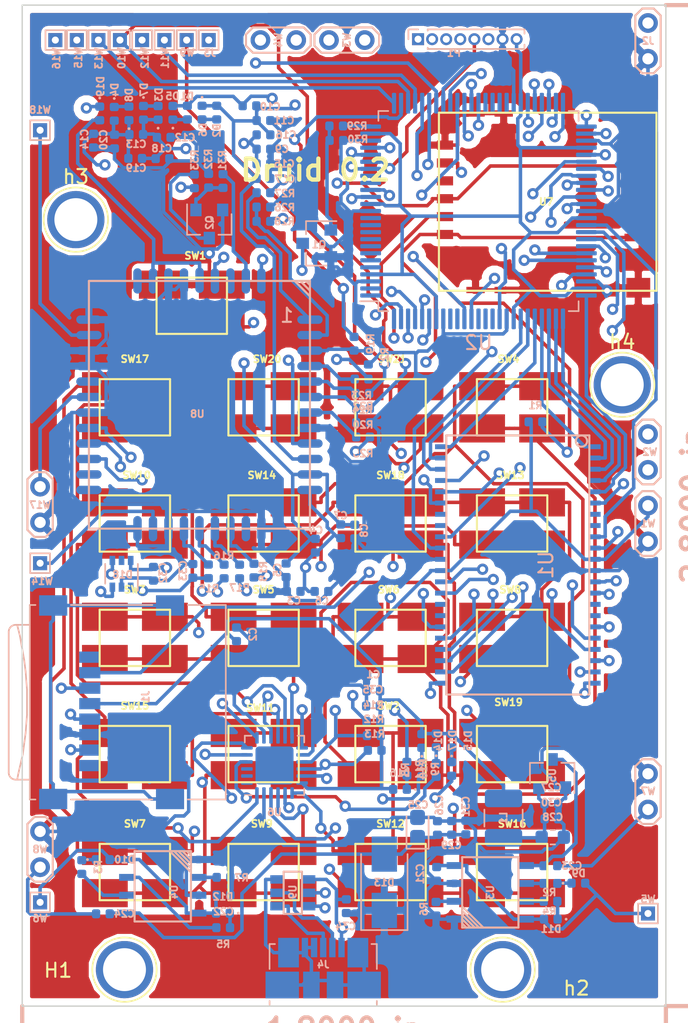
<source format=kicad_pcb>
(kicad_pcb (version 20171130) (host pcbnew 5.0.2)
  (layers (0 F.Cu signal) (1 In1.Cu signal) (2 In2.Cu signal) (31 B.Cu signal) (34 B.Paste user hide) (35 F.Paste user hide) (36 B.SilkS user hide) (37 F.SilkS user hide) (38 B.Mask user hide) (39 F.Mask user hide) (44 Edge.Cuts user))
  (net 0 "")
  (net 1 3.3V)
  (net 2 GND)
  (net 3 /audio/AUDIO_SPKP)
  (net 4 /audio/AUDIO_SPKN)
  (net 5 /audio/AUDIO_MICP)
  (net 6 /audio/AUDIO_MICN)
  (net 7 "Net-(C21-Pad1)")
  (net 8 "Net-(C22-Pad1)")
  (net 9 "Net-(C23-Pad1)")
  (net 10 "Net-(C23-Pad2)")
  (net 11 "Net-(C24-Pad2)")
  (net 12 3.7V)
  (net 13 "Net-(C27-Pad2)")
  (net 14 "Net-(C32-Pad1)")
  (net 15 "Net-(C33-Pad1)")
  (net 16 /xmobile_GSM/USB_VBUS)
  (net 17 "Net-(D1-Pad2)")
  (net 18 "Net-(D2-Pad1)")
  (net 19 "Net-(D3-Pad2)")
  (net 20 "Net-(D4-Pad1)")
  (net 21 "Net-(D9-Pad1)")
  (net 22 "Net-(D10-Pad1)")
  (net 23 "Net-(D11-Pad1)")
  (net 24 "Net-(D12-Pad1)")
  (net 25 "Net-(D14-Pad1)")
  (net 26 "Net-(D15-Pad1)")
  (net 27 "Net-(D16-Pad1)")
  (net 28 "Net-(D17-Pad1)")
  (net 29 "Net-(D18-Pad3)")
  (net 30 "Net-(D18-Pad4)")
  (net 31 "Net-(D19-Pad1)")
  (net 32 /xmobile_GSM/GSM_VBAT)
  (net 33 "Net-(J1-Pad9)")
  (net 34 /microSD_DO)
  (net 35 /microSD_SCLK)
  (net 36 /microSD_DI)
  (net 37 /microSD_CS)
  (net 38 "Net-(J2-Pad2)")
  (net 39 "Net-(J3-Pad1)")
  (net 40 "Net-(J4-Pad2)")
  (net 41 "Net-(J4-Pad3)")
  (net 42 "Net-(J4-Pad4)")
  (net 43 /EPD_BUSY)
  (net 44 /EPD_RST)
  (net 45 /EPD_DC)
  (net 46 /EPD_CS)
  (net 47 /EPD_CLK)
  (net 48 /EPD_DIN)
  (net 49 /xmobile_GSM/PWRKEY)
  (net 50 "Net-(Q1-Pad1)")
  (net 51 "Net-(Q2-Pad1)")
  (net 52 "Net-(Q2-Pad3)")
  (net 53 /PDI_C)
  (net 54 "Net-(R2-Pad1)")
  (net 55 "Net-(R3-Pad1)")
  (net 56 "Net-(R4-Pad1)")
  (net 57 "Net-(R5-Pad1)")
  (net 58 "Net-(R6-Pad2)")
  (net 59 "Net-(R7-Pad2)")
  (net 60 /xmobile_keyboard/LED1)
  (net 61 /xmobile_keyboard/LED2)
  (net 62 /xmobile_keyboard/LED3)
  (net 63 /xmobile_keyboard/LED4)
  (net 64 /KBD_SDA)
  (net 65 /KBD_SCL)
  (net 66 /KBD_INT)
  (net 67 /xmobile_GSM/SIM_VDD)
  (net 68 /xmobile_GSM/SIM_RST)
  (net 69 /xmobile_GSM/SIM_CLK)
  (net 70 /xmobile_GSM/SIM_DATA)
  (net 71 /GSM_RTS)
  (net 72 "Net-(R19-Pad1)")
  (net 73 /GSM_DTR)
  (net 74 "Net-(R20-Pad1)")
  (net 75 /GSM_CTS)
  (net 76 "Net-(R23-Pad1)")
  (net 77 "Net-(R24-Pad1)")
  (net 78 /GSM_DCD)
  (net 79 "Net-(R25-Pad1)")
  (net 80 /GSM_RI)
  (net 81 "Net-(R26-Pad2)")
  (net 82 "Net-(R27-Pad2)")
  (net 83 /GSM_TXD)
  (net 84 /GSM_RXD)
  (net 85 /GSM_PWRKEY)
  (net 86 /xmobile_GSM/NETLIGHT)
  (net 87 /xmobile_keyboard/R0)
  (net 88 /xmobile_keyboard/C0)
  (net 89 /xmobile_keyboard/R1)
  (net 90 /xmobile_keyboard/R2)
  (net 91 /xmobile_keyboard/R3)
  (net 92 /xmobile_keyboard/R4)
  (net 93 /xmobile_keyboard/C1)
  (net 94 /xmobile_keyboard/C2)
  (net 95 /xmobile_keyboard/C3)
  (net 96 /OE)
  (net 97 /A0)
  (net 98 /A1)
  (net 99 /A2)
  (net 100 /CE2)
  (net 101 /A3)
  (net 102 /A4)
  (net 103 /CE1)
  (net 104 /D0)
  (net 105 /A5)
  (net 106 /A6)
  (net 107 /D4)
  (net 108 /D1)
  (net 109 /A17)
  (net 110 /A7)
  (net 111 /D5)
  (net 112 /D2)
  (net 113 /A16)
  (net 114 /D6)
  (net 115 /D3)
  (net 116 /A14)
  (net 117 /A15)
  (net 118 /D7)
  (net 119 /A12)
  (net 120 /A13)
  (net 121 /WE)
  (net 122 /A18)
  (net 123 /A8)
  (net 124 /A9)
  (net 125 /A10)
  (net 126 /A11)
  (net 127 /A19)
  (net 128 /PDI_D)
  (net 129 /GSM_STATUS)
  (net 130 "Net-(U8-Pad20)")
  (net 131 /xmobile_GSM/USB_DP)
  (net 132 /xmobile_GSM/USB_DN)
  (net 133 "Net-(U8-Pad28)")
  (net 134 "Net-(U8-Pad32)")
  (module TestPoint:TestPoint_2Pads_Pitch2.54mm_Drill0.8mm (layer B.Cu) (at 166.568 71.0641)
    (fp_text reference W3 (at 1.27 0 90) (layer B.SilkS) (effects (font (size 0.5 0.5) (thickness 0.125)) (justify mirror)))
    (fp_text value MIC)
    (pad 1 thru_hole circle (at 0 0) (size 1.4 1.4) (drill 0.8) (layers *.Cu *.Mask) (net 5 /audio/AUDIO_MICP))
    (pad 2 thru_hole circle (at 2.54 0) (size 1.4 1.4) (drill 0.8) (layers *.Cu *.Mask) (net 6 /audio/AUDIO_MICN))
  )
  (module Connectors:1pin (layer F.Cu) (at 148.59 83.82)
    (fp_text reference h3 (at 0 -3.048) (layer F.SilkS))
    (fp_text value 1pin)
    (pad 3 thru_hole circle (at 0 0) (size 4.064 4.064) (drill 3.048) (layers *.Cu *.Mask))
  )
  (module Connectors:1pin (layer F.Cu) (at 187.401 95.5548)
    (fp_text reference h4 (at 0 -3.048) (layer F.SilkS))
    (fp_text value 1pin)
    (pad 4 thru_hole circle (at 0 0) (size 4.064 4.064) (drill 3.048) (layers *.Cu *.Mask))
  )
  (module Connectors:1pin (layer F.Cu) (at 178.905 137.109)
    (fp_text reference h2 (at 5.2451 1.3208) (layer F.SilkS))
    (fp_text value 1pin)
    (pad 2 thru_hole circle (at 0 0) (size 4.064 4.064) (drill 3.048) (layers *.Cu *.Mask))
  )
  (module Connectors:1pin (layer F.Cu) (at 152.044 137.109)
    (fp_text reference H1 (at -4.7244 0.0508) (layer F.SilkS))
    (fp_text value 1pin)
    (pad 1 thru_hole circle (at 0 0) (size 4.064 4.064) (drill 3.048) (layers *.Cu *.Mask))
  )
  (module Connector_Card:microSD_HC_Wuerth_693072010801 (layer B.Cu) (at 151.13 118.11 270)
    (fp_text reference J1 (at -0.381 -2.413 270) (layer B.SilkS) (effects (font (size 0.5 0.5) (thickness 0.125)) (justify mirror)))
    (fp_text value Micro_SD_Card)
    (pad 1 smd rect (at -3.2 1.55 270) (size 0.8 1.5) (layers B.Cu B.Paste B.Mask))
    (pad 2 smd rect (at -2.1 1.55 270) (size 0.8 1.5) (layers B.Cu B.Paste B.Mask) (net 37 /microSD_CS))
    (pad 3 smd rect (at -1 1.55 270) (size 0.8 1.5) (layers B.Cu B.Paste B.Mask) (net 36 /microSD_DI))
    (pad 4 smd rect (at 0.1 1.55 270) (size 0.8 1.5) (layers B.Cu B.Paste B.Mask) (net 1 3.3V))
    (pad 5 smd rect (at 1.2 1.55 270) (size 0.8 1.5) (layers B.Cu B.Paste B.Mask) (net 35 /microSD_SCLK))
    (pad 6 smd rect (at 2.3 1.55 270) (size 0.8 1.5) (layers B.Cu B.Paste B.Mask) (net 2 GND))
    (pad 7 smd rect (at 3.4 1.55 270) (size 0.8 1.5) (layers B.Cu B.Paste B.Mask) (net 34 /microSD_DO))
    (pad 8 smd rect (at 4.5 1.55 270) (size 0.8 1.5) (layers B.Cu B.Paste B.Mask))
    (pad 9 smd rect (at 6.875 -4.15 270) (size 1.45 2) (layers B.Cu B.Paste B.Mask) (net 33 "Net-(J1-Pad9)"))
    (pad 9 smd rect (at -6.875 -4.15 270) (size 1.45 2) (layers B.Cu B.Paste B.Mask) (net 33 "Net-(J1-Pad9)"))
    (pad 9 smd rect (at -6.875 4.15 270) (size 1.45 2) (layers B.Cu B.Paste B.Mask) (net 33 "Net-(J1-Pad9)"))
    (pad 9 smd rect (at 6.875 4.15 270) (size 1.45 2) (layers B.Cu B.Paste B.Mask) (net 33 "Net-(J1-Pad9)"))
  )
  (module Connector_USB:USB_Micro-B_Molex_47346-0001 (layer B.Cu) (at 166.16 137 180)
    (fp_text reference J4 (at 0 0.254) (layer B.SilkS) (effects (font (size 0.5 0.5) (thickness 0.125)) (justify mirror)))
    (fp_text value USB_B_Micro)
    (pad 6 smd rect (at 0.84 -1.2 180) (size 1.175 1.9) (layers B.Cu B.Paste B.Mask) (net 42 "Net-(J4-Pad4)"))
    (pad 6 smd rect (at -0.84 -1.2 180) (size 1.175 1.9) (layers B.Cu B.Paste B.Mask) (net 42 "Net-(J4-Pad4)"))
    (pad 6 smd rect (at 2.91 -1.2 180) (size 2.375 1.9) (layers B.Cu B.Paste B.Mask) (net 42 "Net-(J4-Pad4)"))
    (pad 6 smd rect (at -2.91 -1.2 180) (size 2.375 1.9) (layers B.Cu B.Paste B.Mask) (net 42 "Net-(J4-Pad4)"))
    (pad 6 smd rect (at 2.4625 1.1 180) (size 1.475 2.1) (layers B.Cu B.Paste B.Mask) (net 42 "Net-(J4-Pad4)"))
    (pad 6 smd rect (at -2.4625 1.1 180) (size 1.475 2.1) (layers B.Cu B.Paste B.Mask) (net 42 "Net-(J4-Pad4)"))
    (pad 5 smd rect (at 1.3 1.46 180) (size 0.45 1.38) (layers B.Cu B.Paste B.Mask) (net 42 "Net-(J4-Pad4)"))
    (pad 4 smd rect (at 0.65 1.46 180) (size 0.45 1.38) (layers B.Cu B.Paste B.Mask) (net 42 "Net-(J4-Pad4)"))
    (pad 3 smd rect (at 0 1.46 180) (size 0.45 1.38) (layers B.Cu B.Paste B.Mask) (net 41 "Net-(J4-Pad3)"))
    (pad 2 smd rect (at -0.65 1.46 180) (size 0.45 1.38) (layers B.Cu B.Paste B.Mask) (net 40 "Net-(J4-Pad2)"))
    (pad 1 smd rect (at -1.3 1.46 180) (size 0.45 1.38) (layers B.Cu B.Paste B.Mask) (net 16 /xmobile_GSM/USB_VBUS))
  )
  (module druid:button_4pin_7,5x5 (layer F.Cu) (at 156.823 89.94)
    (fp_text reference SW1 (at 0.254 -3.556) (layer F.SilkS) (effects (font (size 0.5 0.5) (thickness 0.125))))
    (fp_text value SW_PUSH)
    (pad 1 smd rect (at -2.13 -1.5) (size 3.25 2) (layers F.Cu F.Paste F.Mask) (net 2 GND))
    (pad 2 smd rect (at -2.13 1.5) (size 3.25 2) (layers F.Cu F.Paste F.Mask) (net 53 /PDI_C))
    (pad 2 smd rect (at 2.13 1.5) (size 3.25 2) (layers F.Cu F.Paste F.Mask) (net 53 /PDI_C))
    (pad 1 smd rect (at 2.13 -1.5) (size 3.25 2) (layers F.Cu F.Paste F.Mask) (net 2 GND))
  )
  (module druid:button_4pin_7,5x5 (layer F.Cu) (at 170.942 121.793)
    (fp_text reference SW2 (at -0.127 -3.429) (layer F.SilkS) (effects (font (size 0.5 0.5) (thickness 0.125))))
    (fp_text value SW_PUSH)
    (pad 1 smd rect (at -2.13 -1.5) (size 3.25 2) (layers F.Cu F.Paste F.Mask) (net 87 /xmobile_keyboard/R0))
    (pad 2 smd rect (at -2.13 1.5) (size 3.25 2) (layers F.Cu F.Paste F.Mask) (net 88 /xmobile_keyboard/C0))
    (pad 2 smd rect (at 2.13 1.5) (size 3.25 2) (layers F.Cu F.Paste F.Mask) (net 88 /xmobile_keyboard/C0))
    (pad 1 smd rect (at 2.13 -1.5) (size 3.25 2) (layers F.Cu F.Paste F.Mask) (net 87 /xmobile_keyboard/R0))
  )
  (module druid:button_4pin_7,5x5 (layer F.Cu) (at 152.781 113.538)
    (fp_text reference SW3 (at 0 -3.429) (layer F.SilkS) (effects (font (size 0.5 0.5) (thickness 0.125))))
    (fp_text value SW_PUSH)
    (pad 1 smd rect (at -2.13 -1.5) (size 3.25 2) (layers F.Cu F.Paste F.Mask) (net 89 /xmobile_keyboard/R1))
    (pad 2 smd rect (at -2.13 1.5) (size 3.25 2) (layers F.Cu F.Paste F.Mask) (net 88 /xmobile_keyboard/C0))
    (pad 2 smd rect (at 2.13 1.5) (size 3.25 2) (layers F.Cu F.Paste F.Mask) (net 88 /xmobile_keyboard/C0))
    (pad 1 smd rect (at 2.13 -1.5) (size 3.25 2) (layers F.Cu F.Paste F.Mask) (net 89 /xmobile_keyboard/R1))
  )
  (module druid:button_4pin_7,5x5 (layer F.Cu) (at 179.578 97.155)
    (fp_text reference SW4 (at -0.254 -3.429) (layer F.SilkS) (effects (font (size 0.5 0.5) (thickness 0.125))))
    (fp_text value SW_PUSH)
    (pad 1 smd rect (at -2.13 -1.5) (size 3.25 2) (layers F.Cu F.Paste F.Mask) (net 90 /xmobile_keyboard/R2))
    (pad 2 smd rect (at -2.13 1.5) (size 3.25 2) (layers F.Cu F.Paste F.Mask) (net 88 /xmobile_keyboard/C0))
    (pad 2 smd rect (at 2.13 1.5) (size 3.25 2) (layers F.Cu F.Paste F.Mask) (net 88 /xmobile_keyboard/C0))
    (pad 1 smd rect (at 2.13 -1.5) (size 3.25 2) (layers F.Cu F.Paste F.Mask) (net 90 /xmobile_keyboard/R2))
  )
  (module druid:button_4pin_7,5x5 (layer F.Cu) (at 161.925 113.538)
    (fp_text reference SW5 (at 0 -3.429) (layer F.SilkS) (effects (font (size 0.5 0.5) (thickness 0.125))))
    (fp_text value SW_PUSH)
    (pad 1 smd rect (at -2.13 -1.5) (size 3.25 2) (layers F.Cu F.Paste F.Mask) (net 91 /xmobile_keyboard/R3))
    (pad 2 smd rect (at -2.13 1.5) (size 3.25 2) (layers F.Cu F.Paste F.Mask) (net 88 /xmobile_keyboard/C0))
    (pad 2 smd rect (at 2.13 1.5) (size 3.25 2) (layers F.Cu F.Paste F.Mask) (net 88 /xmobile_keyboard/C0))
    (pad 1 smd rect (at 2.13 -1.5) (size 3.25 2) (layers F.Cu F.Paste F.Mask) (net 91 /xmobile_keyboard/R3))
  )
  (module druid:button_4pin_7,5x5 (layer F.Cu) (at 170.942 113.538)
    (fp_text reference SW6 (at -0.127 -3.429) (layer F.SilkS) (effects (font (size 0.5 0.5) (thickness 0.125))))
    (fp_text value SW_PUSH)
    (pad 1 smd rect (at -2.13 -1.5) (size 3.25 2) (layers F.Cu F.Paste F.Mask) (net 92 /xmobile_keyboard/R4))
    (pad 2 smd rect (at -2.13 1.5) (size 3.25 2) (layers F.Cu F.Paste F.Mask) (net 88 /xmobile_keyboard/C0))
    (pad 2 smd rect (at 2.13 1.5) (size 3.25 2) (layers F.Cu F.Paste F.Mask) (net 88 /xmobile_keyboard/C0))
    (pad 1 smd rect (at 2.13 -1.5) (size 3.25 2) (layers F.Cu F.Paste F.Mask) (net 92 /xmobile_keyboard/R4))
  )
  (module druid:button_4pin_7,5x5 (layer F.Cu) (at 152.781 130.175)
    (fp_text reference SW7 (at 0 -3.429) (layer F.SilkS) (effects (font (size 0.5 0.5) (thickness 0.125))))
    (fp_text value SW_PUSH)
    (pad 1 smd rect (at -2.13 -1.5) (size 3.25 2) (layers F.Cu F.Paste F.Mask) (net 87 /xmobile_keyboard/R0))
    (pad 2 smd rect (at -2.13 1.5) (size 3.25 2) (layers F.Cu F.Paste F.Mask) (net 93 /xmobile_keyboard/C1))
    (pad 2 smd rect (at 2.13 1.5) (size 3.25 2) (layers F.Cu F.Paste F.Mask) (net 93 /xmobile_keyboard/C1))
    (pad 1 smd rect (at 2.13 -1.5) (size 3.25 2) (layers F.Cu F.Paste F.Mask) (net 87 /xmobile_keyboard/R0))
  )
  (module druid:button_4pin_7,5x5 (layer F.Cu) (at 179.578 113.538)
    (fp_text reference SW8 (at -0.127 -3.429) (layer F.SilkS) (effects (font (size 0.5 0.5) (thickness 0.125))))
    (fp_text value SW_PUSH)
    (pad 1 smd rect (at -2.13 -1.5) (size 3.25 2) (layers F.Cu F.Paste F.Mask) (net 89 /xmobile_keyboard/R1))
    (pad 2 smd rect (at -2.13 1.5) (size 3.25 2) (layers F.Cu F.Paste F.Mask) (net 93 /xmobile_keyboard/C1))
    (pad 2 smd rect (at 2.13 1.5) (size 3.25 2) (layers F.Cu F.Paste F.Mask) (net 93 /xmobile_keyboard/C1))
    (pad 1 smd rect (at 2.13 -1.5) (size 3.25 2) (layers F.Cu F.Paste F.Mask) (net 89 /xmobile_keyboard/R1))
  )
  (module druid:button_4pin_7,5x5 (layer F.Cu) (at 161.925 130.175)
    (fp_text reference SW9 (at -0.127 -3.429) (layer F.SilkS) (effects (font (size 0.5 0.5) (thickness 0.125))))
    (fp_text value SW_PUSH)
    (pad 1 smd rect (at -2.13 -1.5) (size 3.25 2) (layers F.Cu F.Paste F.Mask) (net 90 /xmobile_keyboard/R2))
    (pad 2 smd rect (at -2.13 1.5) (size 3.25 2) (layers F.Cu F.Paste F.Mask) (net 93 /xmobile_keyboard/C1))
    (pad 2 smd rect (at 2.13 1.5) (size 3.25 2) (layers F.Cu F.Paste F.Mask) (net 93 /xmobile_keyboard/C1))
    (pad 1 smd rect (at 2.13 -1.5) (size 3.25 2) (layers F.Cu F.Paste F.Mask) (net 90 /xmobile_keyboard/R2))
  )
  (module druid:button_4pin_7,5x5 (layer F.Cu) (at 152.781 105.41)
    (fp_text reference SW10 (at 0.127 -3.429) (layer F.SilkS) (effects (font (size 0.5 0.5) (thickness 0.125))))
    (fp_text value SW_PUSH)
    (pad 1 smd rect (at -2.13 -1.5) (size 3.25 2) (layers F.Cu F.Paste F.Mask) (net 91 /xmobile_keyboard/R3))
    (pad 2 smd rect (at -2.13 1.5) (size 3.25 2) (layers F.Cu F.Paste F.Mask) (net 93 /xmobile_keyboard/C1))
    (pad 2 smd rect (at 2.13 1.5) (size 3.25 2) (layers F.Cu F.Paste F.Mask) (net 93 /xmobile_keyboard/C1))
    (pad 1 smd rect (at 2.13 -1.5) (size 3.25 2) (layers F.Cu F.Paste F.Mask) (net 91 /xmobile_keyboard/R3))
  )
  (module druid:button_4pin_7,5x5 (layer F.Cu) (at 161.925 121.793)
    (fp_text reference SW11 (at -0.225 -3.278) (layer F.SilkS) (effects (font (size 0.5 0.5) (thickness 0.125))))
    (fp_text value SW_PUSH)
    (pad 1 smd rect (at -2.13 -1.5) (size 3.25 2) (layers F.Cu F.Paste F.Mask) (net 92 /xmobile_keyboard/R4))
    (pad 2 smd rect (at -2.13 1.5) (size 3.25 2) (layers F.Cu F.Paste F.Mask) (net 93 /xmobile_keyboard/C1))
    (pad 2 smd rect (at 2.13 1.5) (size 3.25 2) (layers F.Cu F.Paste F.Mask) (net 93 /xmobile_keyboard/C1))
    (pad 1 smd rect (at 2.13 -1.5) (size 3.25 2) (layers F.Cu F.Paste F.Mask) (net 92 /xmobile_keyboard/R4))
  )
  (module druid:button_4pin_7,5x5 (layer F.Cu) (at 170.942 130.175)
    (fp_text reference SW12 (at 0 -3.429) (layer F.SilkS) (effects (font (size 0.5 0.5) (thickness 0.125))))
    (fp_text value SW_PUSH)
    (pad 1 smd rect (at -2.13 -1.5) (size 3.25 2) (layers F.Cu F.Paste F.Mask) (net 87 /xmobile_keyboard/R0))
    (pad 2 smd rect (at -2.13 1.5) (size 3.25 2) (layers F.Cu F.Paste F.Mask) (net 94 /xmobile_keyboard/C2))
    (pad 2 smd rect (at 2.13 1.5) (size 3.25 2) (layers F.Cu F.Paste F.Mask) (net 94 /xmobile_keyboard/C2))
    (pad 1 smd rect (at 2.13 -1.5) (size 3.25 2) (layers F.Cu F.Paste F.Mask) (net 87 /xmobile_keyboard/R0))
  )
  (module druid:button_4pin_7,5x5 (layer F.Cu) (at 179.578 105.41)
    (fp_text reference SW13 (at -0.127 -3.429) (layer F.SilkS) (effects (font (size 0.5 0.5) (thickness 0.125))))
    (fp_text value SW_PUSH)
    (pad 1 smd rect (at -2.13 -1.5) (size 3.25 2) (layers F.Cu F.Paste F.Mask) (net 89 /xmobile_keyboard/R1))
    (pad 2 smd rect (at -2.13 1.5) (size 3.25 2) (layers F.Cu F.Paste F.Mask) (net 94 /xmobile_keyboard/C2))
    (pad 2 smd rect (at 2.13 1.5) (size 3.25 2) (layers F.Cu F.Paste F.Mask) (net 94 /xmobile_keyboard/C2))
    (pad 1 smd rect (at 2.13 -1.5) (size 3.25 2) (layers F.Cu F.Paste F.Mask) (net 89 /xmobile_keyboard/R1))
  )
  (module druid:button_4pin_7,5x5 (layer F.Cu) (at 161.925 105.41)
    (fp_text reference SW14 (at -0.127 -3.429) (layer F.SilkS) (effects (font (size 0.5 0.5) (thickness 0.125))))
    (fp_text value SW_PUSH)
    (pad 1 smd rect (at -2.13 -1.5) (size 3.25 2) (layers F.Cu F.Paste F.Mask) (net 90 /xmobile_keyboard/R2))
    (pad 2 smd rect (at -2.13 1.5) (size 3.25 2) (layers F.Cu F.Paste F.Mask) (net 94 /xmobile_keyboard/C2))
    (pad 2 smd rect (at 2.13 1.5) (size 3.25 2) (layers F.Cu F.Paste F.Mask) (net 94 /xmobile_keyboard/C2))
    (pad 1 smd rect (at 2.13 -1.5) (size 3.25 2) (layers F.Cu F.Paste F.Mask) (net 90 /xmobile_keyboard/R2))
  )
  (module druid:button_4pin_7,5x5 (layer F.Cu) (at 152.781 121.793)
    (fp_text reference SW15 (at 0 -3.429) (layer F.SilkS) (effects (font (size 0.5 0.5) (thickness 0.125))))
    (fp_text value SW_PUSH)
    (pad 1 smd rect (at -2.13 -1.5) (size 3.25 2) (layers F.Cu F.Paste F.Mask) (net 91 /xmobile_keyboard/R3))
    (pad 2 smd rect (at -2.13 1.5) (size 3.25 2) (layers F.Cu F.Paste F.Mask) (net 94 /xmobile_keyboard/C2))
    (pad 2 smd rect (at 2.13 1.5) (size 3.25 2) (layers F.Cu F.Paste F.Mask) (net 94 /xmobile_keyboard/C2))
    (pad 1 smd rect (at 2.13 -1.5) (size 3.25 2) (layers F.Cu F.Paste F.Mask) (net 91 /xmobile_keyboard/R3))
  )
  (module druid:button_4pin_7,5x5 (layer F.Cu) (at 179.578 130.175)
    (fp_text reference SW16 (at 0 -3.429) (layer F.SilkS) (effects (font (size 0.5 0.5) (thickness 0.125))))
    (fp_text value SW_PUSH)
    (pad 1 smd rect (at -2.13 -1.5) (size 3.25 2) (layers F.Cu F.Paste F.Mask) (net 92 /xmobile_keyboard/R4))
    (pad 2 smd rect (at -2.13 1.5) (size 3.25 2) (layers F.Cu F.Paste F.Mask) (net 94 /xmobile_keyboard/C2))
    (pad 2 smd rect (at 2.13 1.5) (size 3.25 2) (layers F.Cu F.Paste F.Mask) (net 94 /xmobile_keyboard/C2))
    (pad 1 smd rect (at 2.13 -1.5) (size 3.25 2) (layers F.Cu F.Paste F.Mask) (net 92 /xmobile_keyboard/R4))
  )
  (module druid:button_4pin_7,5x5 (layer F.Cu) (at 152.781 97.155)
    (fp_text reference SW17 (at 0 -3.429) (layer F.SilkS) (effects (font (size 0.5 0.5) (thickness 0.125))))
    (fp_text value SW_PUSH)
    (pad 1 smd rect (at -2.13 -1.5) (size 3.25 2) (layers F.Cu F.Paste F.Mask) (net 87 /xmobile_keyboard/R0))
    (pad 2 smd rect (at -2.13 1.5) (size 3.25 2) (layers F.Cu F.Paste F.Mask) (net 95 /xmobile_keyboard/C3))
    (pad 2 smd rect (at 2.13 1.5) (size 3.25 2) (layers F.Cu F.Paste F.Mask) (net 95 /xmobile_keyboard/C3))
    (pad 1 smd rect (at 2.13 -1.5) (size 3.25 2) (layers F.Cu F.Paste F.Mask) (net 87 /xmobile_keyboard/R0))
  )
  (module druid:button_4pin_7,5x5 (layer F.Cu) (at 170.942 105.41)
    (fp_text reference SW18 (at 0 -3.429) (layer F.SilkS) (effects (font (size 0.5 0.5) (thickness 0.125))))
    (fp_text value SW_PUSH)
    (pad 1 smd rect (at -2.13 -1.5) (size 3.25 2) (layers F.Cu F.Paste F.Mask) (net 89 /xmobile_keyboard/R1))
    (pad 2 smd rect (at -2.13 1.5) (size 3.25 2) (layers F.Cu F.Paste F.Mask) (net 95 /xmobile_keyboard/C3))
    (pad 2 smd rect (at 2.13 1.5) (size 3.25 2) (layers F.Cu F.Paste F.Mask) (net 95 /xmobile_keyboard/C3))
    (pad 1 smd rect (at 2.13 -1.5) (size 3.25 2) (layers F.Cu F.Paste F.Mask) (net 89 /xmobile_keyboard/R1))
  )
  (module druid:button_4pin_7,5x5 (layer F.Cu) (at 179.578 121.793)
    (fp_text reference SW19 (at -0.254 -3.683) (layer F.SilkS) (effects (font (size 0.5 0.5) (thickness 0.125))))
    (fp_text value SW_PUSH)
    (pad 1 smd rect (at -2.13 -1.5) (size 3.25 2) (layers F.Cu F.Paste F.Mask) (net 90 /xmobile_keyboard/R2))
    (pad 2 smd rect (at -2.13 1.5) (size 3.25 2) (layers F.Cu F.Paste F.Mask) (net 95 /xmobile_keyboard/C3))
    (pad 2 smd rect (at 2.13 1.5) (size 3.25 2) (layers F.Cu F.Paste F.Mask) (net 95 /xmobile_keyboard/C3))
    (pad 1 smd rect (at 2.13 -1.5) (size 3.25 2) (layers F.Cu F.Paste F.Mask) (net 90 /xmobile_keyboard/R2))
  )
  (module druid:button_4pin_7,5x5 (layer F.Cu) (at 161.925 97.155)
    (fp_text reference SW20 (at 0.254 -3.429) (layer F.SilkS) (effects (font (size 0.5 0.5) (thickness 0.125))))
    (fp_text value SW_PUSH)
    (pad 1 smd rect (at -2.13 -1.5) (size 3.25 2) (layers F.Cu F.Paste F.Mask) (net 91 /xmobile_keyboard/R3))
    (pad 2 smd rect (at -2.13 1.5) (size 3.25 2) (layers F.Cu F.Paste F.Mask) (net 95 /xmobile_keyboard/C3))
    (pad 2 smd rect (at 2.13 1.5) (size 3.25 2) (layers F.Cu F.Paste F.Mask) (net 95 /xmobile_keyboard/C3))
    (pad 1 smd rect (at 2.13 -1.5) (size 3.25 2) (layers F.Cu F.Paste F.Mask) (net 91 /xmobile_keyboard/R3))
  )
  (module druid:button_4pin_7,5x5 (layer F.Cu) (at 170.942 97.155)
    (fp_text reference SW21 (at 0.127 -3.429) (layer F.SilkS) (effects (font (size 0.5 0.5) (thickness 0.125))))
    (fp_text value SW_PUSH)
    (pad 1 smd rect (at -2.13 -1.5) (size 3.25 2) (layers F.Cu F.Paste F.Mask) (net 92 /xmobile_keyboard/R4))
    (pad 2 smd rect (at -2.13 1.5) (size 3.25 2) (layers F.Cu F.Paste F.Mask) (net 95 /xmobile_keyboard/C3))
    (pad 2 smd rect (at 2.13 1.5) (size 3.25 2) (layers F.Cu F.Paste F.Mask) (net 95 /xmobile_keyboard/C3))
    (pad 1 smd rect (at 2.13 -1.5) (size 3.25 2) (layers F.Cu F.Paste F.Mask) (net 92 /xmobile_keyboard/R4))
  )
  (module druid:molex-microSIM_SD-78646-001 (layer F.Cu) (at 174.38 82.55)
    (fp_text reference U7 (at 7.62 0) (layer F.SilkS) (effects (font (size 0.5 0.5) (thickness 0.125))))
    (fp_text value 78646-3001)
    (pad 3 smd rect (at 0.43 2.325) (size 1.15 0.65) (layers F.Cu F.Paste F.Mask) (net 30 "Net-(D18-Pad4)"))
    (pad 7 smd rect (at 0.43 1.055) (size 1.15 0.65) (layers F.Cu F.Paste F.Mask) (net 14 "Net-(C32-Pad1)"))
    (pad 5 smd rect (at 0.43 -4.025) (size 1.15 0.65) (layers F.Cu F.Paste F.Mask) (net 2 GND))
    (pad 1 smd rect (at 0.43 -2.755) (size 1.15 0.65) (layers F.Cu F.Paste F.Mask) (net 15 "Net-(C33-Pad1)"))
    (pad 6 smd rect (at 0.43 -1.485) (size 1.15 0.65) (layers F.Cu F.Paste F.Mask))
    (pad 2 smd rect (at 0.43 -0.215) (size 1.15 0.65) (layers F.Cu F.Paste F.Mask) (net 29 "Net-(D18-Pad3)"))
    (pad 5 smd rect (at 4.6 -6.27) (size 1.3 0.45) (layers F.Cu F.Paste F.Mask) (net 2 GND))
    (pad 5 smd rect (at 4.6 6.27) (size 1.3 0.45) (layers F.Cu F.Paste F.Mask) (net 2 GND))
    (pad 5 smd rect (at 2.6 -6.27) (size 1.3 0.45) (layers F.Cu F.Paste F.Mask) (net 2 GND))
    (pad 5 smd rect (at 2.6 6.27) (size 1.3 0.45) (layers F.Cu F.Paste F.Mask) (net 2 GND))
    (pad 3 smd rect (at 13.58 2.54) (size 0.8 0.54) (layers F.Cu F.Paste F.Mask) (net 30 "Net-(D18-Pad4)"))
    (pad 2 smd rect (at 13.58 -2.54) (size 0.8 0.54) (layers F.Cu F.Paste F.Mask) (net 29 "Net-(D18-Pad3)"))
    (pad 5 smd rect (at 14.16 -6.1) (size 1.7 1.4) (layers F.Cu F.Paste F.Mask) (net 2 GND))
    (pad 5 smd rect (at 14.16 6.11) (size 1.7 1.4) (layers F.Cu F.Paste F.Mask) (net 2 GND))
  )
  (module Capacitor_SMD:C_0402_1005Metric (layer B.Cu) (at 160 113.285 90)
    (fp_text reference C2 (at 0 1.17 90) (layer B.SilkS) (effects (font (size 0.5 0.5) (thickness 0.125)) (justify mirror)))
    (fp_text value 0.1u)
    (pad 2 smd roundrect (at 0.485 0 90) (size 0.59 0.64) (layers B.Cu B.Paste B.Mask) (net 2 GND))
    (pad 1 smd roundrect (at -0.485 0 90) (size 0.59 0.64) (layers B.Cu B.Paste B.Mask) (net 1 3.3V))
  )
  (module Capacitor_SMD:C_0402_1005Metric (layer B.Cu) (at 164.061 110.236)
    (fp_text reference C3 (at 0.023 0.6604) (layer B.SilkS) (effects (font (size 0.5 0.5) (thickness 0.125)) (justify mirror)))
    (fp_text value 10pF)
    (pad 2 smd roundrect (at 0.485 0) (size 0.59 0.64) (layers B.Cu B.Paste B.Mask) (net 3 /audio/AUDIO_SPKP))
    (pad 1 smd roundrect (at -0.485 0) (size 0.59 0.64) (layers B.Cu B.Paste B.Mask) (net 2 GND))
  )
  (module Capacitor_SMD:C_0402_1005Metric (layer B.Cu) (at 165.6 106.985 90)
    (fp_text reference C4 (at 1.0946 0.0508 180) (layer B.SilkS) (effects (font (size 0.5 0.5) (thickness 0.125)) (justify mirror)))
    (fp_text value 10pF)
    (pad 2 smd roundrect (at 0.485 0 90) (size 0.59 0.64) (layers B.Cu B.Paste B.Mask) (net 4 /audio/AUDIO_SPKN))
    (pad 1 smd roundrect (at -0.485 0 90) (size 0.59 0.64) (layers B.Cu B.Paste B.Mask) (net 3 /audio/AUDIO_SPKP))
  )
  (module Capacitor_SMD:C_0402_1005Metric (layer B.Cu) (at 163.525 108.735 270)
    (fp_text reference C5 (at -0.023 0.6096 270) (layer B.SilkS) (effects (font (size 0.5 0.5) (thickness 0.125)) (justify mirror)))
    (fp_text value 10pF)
    (pad 2 smd roundrect (at 0.485 0 270) (size 0.59 0.64) (layers B.Cu B.Paste B.Mask) (net 2 GND))
    (pad 1 smd roundrect (at -0.485 0 270) (size 0.59 0.64) (layers B.Cu B.Paste B.Mask) (net 4 /audio/AUDIO_SPKN))
  )
  (module Capacitor_SMD:C_0402_1005Metric (layer B.Cu) (at 166.037 110.236 180)
    (fp_text reference C6 (at -0.0278 -0.6604 180) (layer B.SilkS) (effects (font (size 0.5 0.5) (thickness 0.125)) (justify mirror)))
    (fp_text value 33pF)
    (pad 1 smd roundrect (at -0.485 0 180) (size 0.59 0.64) (layers B.Cu B.Paste B.Mask) (net 2 GND))
    (pad 2 smd roundrect (at 0.485 0 180) (size 0.59 0.64) (layers B.Cu B.Paste B.Mask) (net 3 /audio/AUDIO_SPKP))
  )
  (module Capacitor_SMD:C_0402_1005Metric (layer B.Cu) (at 167.4 105.963 90)
    (fp_text reference C7 (at 1.1176 0 180) (layer B.SilkS) (effects (font (size 0.5 0.5) (thickness 0.125)) (justify mirror)))
    (fp_text value 33pF)
    (pad 2 smd roundrect (at 0.485 0 90) (size 0.59 0.64) (layers B.Cu B.Paste B.Mask) (net 4 /audio/AUDIO_SPKN))
    (pad 1 smd roundrect (at -0.485 0 90) (size 0.59 0.64) (layers B.Cu B.Paste B.Mask) (net 3 /audio/AUDIO_SPKP))
  )
  (module Capacitor_SMD:C_0402_1005Metric (layer B.Cu) (at 168.4 105.985 270)
    (fp_text reference C8 (at -0.0738 -0.6604 270) (layer B.SilkS) (effects (font (size 0.5 0.5) (thickness 0.125)) (justify mirror)))
    (fp_text value 33pF)
    (pad 1 smd roundrect (at -0.485 0 270) (size 0.59 0.64) (layers B.Cu B.Paste B.Mask) (net 4 /audio/AUDIO_SPKN))
    (pad 2 smd roundrect (at 0.485 0 270) (size 0.59 0.64) (layers B.Cu B.Paste B.Mask) (net 2 GND))
  )
  (module Capacitor_SMD:C_0402_1005Metric (layer B.Cu) (at 161.912 78.8111 180)
    (fp_text reference C9 (at -1.3105 0 180) (layer B.SilkS) (effects (font (size 0.5 0.5) (thickness 0.125)) (justify mirror)))
    (fp_text value 10pF)
    (pad 1 smd roundrect (at -0.485 0 180) (size 0.59 0.64) (layers B.Cu B.Paste B.Mask) (net 2 GND))
    (pad 2 smd roundrect (at 0.485 0 180) (size 0.59 0.64) (layers B.Cu B.Paste B.Mask) (net 5 /audio/AUDIO_MICP))
  )
  (module Capacitor_SMD:C_0402_1005Metric (layer B.Cu) (at 160.924 75.7326)
    (fp_text reference C10 (at 1.4756 0.0635) (layer B.SilkS) (effects (font (size 0.5 0.5) (thickness 0.125)) (justify mirror)))
    (fp_text value 10pF)
    (pad 1 smd roundrect (at -0.485 0) (size 0.59 0.64) (layers B.Cu B.Paste B.Mask) (net 5 /audio/AUDIO_MICP))
    (pad 2 smd roundrect (at 0.485 0) (size 0.59 0.64) (layers B.Cu B.Paste B.Mask) (net 6 /audio/AUDIO_MICN))
  )
  (module Capacitor_SMD:C_0402_1005Metric (layer B.Cu) (at 161.917 76.7791)
    (fp_text reference C11 (at 1.4629 0) (layer B.SilkS) (effects (font (size 0.5 0.5) (thickness 0.125)) (justify mirror)))
    (fp_text value 10pF)
    (pad 2 smd roundrect (at 0.485 0) (size 0.59 0.64) (layers B.Cu B.Paste B.Mask) (net 2 GND))
    (pad 1 smd roundrect (at -0.485 0) (size 0.59 0.64) (layers B.Cu B.Paste B.Mask) (net 6 /audio/AUDIO_MICN))
  )
  (module Capacitor_SMD:C_0402_1005Metric (layer B.Cu) (at 154.833 77.9729 180)
    (fp_text reference C12 (at -1.512501 -0.012953 180) (layer B.SilkS) (effects (font (size 0.5 0.5) (thickness 0.125)) (justify mirror)))
    (fp_text value 10pF)
    (pad 1 smd roundrect (at -0.485 0 180) (size 0.59 0.64) (layers B.Cu B.Paste B.Mask) (net 2 GND))
    (pad 2 smd roundrect (at 0.485 0 180) (size 0.59 0.64) (layers B.Cu B.Paste B.Mask) (net 3 /audio/AUDIO_SPKP))
  )
  (module Capacitor_SMD:C_0402_1005Metric (layer B.Cu) (at 152.88 77.7697 180)
    (fp_text reference C13 (at 0.00776 -0.6858 180) (layer B.SilkS) (effects (font (size 0.5 0.5) (thickness 0.125)) (justify mirror)))
    (fp_text value 10pF)
    (pad 1 smd roundrect (at -0.485 0 180) (size 0.59 0.64) (layers B.Cu B.Paste B.Mask) (net 3 /audio/AUDIO_SPKP))
    (pad 2 smd roundrect (at 0.485 0 180) (size 0.59 0.64) (layers B.Cu B.Paste B.Mask) (net 4 /audio/AUDIO_SPKN))
  )
  (module Capacitor_SMD:C_0402_1005Metric (layer B.Cu) (at 151.333 78.275 270)
    (fp_text reference C14 (at -0.17258 2.12852 270) (layer B.SilkS) (effects (font (size 0.5 0.5) (thickness 0.125)) (justify mirror)))
    (fp_text value 10pF)
    (pad 2 smd roundrect (at 0.485 0 270) (size 0.59 0.64) (layers B.Cu B.Paste B.Mask) (net 2 GND))
    (pad 1 smd roundrect (at -0.485 0 270) (size 0.59 0.64) (layers B.Cu B.Paste B.Mask) (net 4 /audio/AUDIO_SPKN))
  )
  (module Capacitor_SMD:C_0402_1005Metric (layer B.Cu) (at 161.912 79.8525 180)
    (fp_text reference C15 (at -1.4835 0 180) (layer B.SilkS) (effects (font (size 0.5 0.5) (thickness 0.125)) (justify mirror)))
    (fp_text value 33pF)
    (pad 2 smd roundrect (at 0.485 0 180) (size 0.59 0.64) (layers B.Cu B.Paste B.Mask) (net 5 /audio/AUDIO_MICP))
    (pad 1 smd roundrect (at -0.485 0 180) (size 0.59 0.64) (layers B.Cu B.Paste B.Mask) (net 2 GND))
  )
  (module Capacitor_SMD:C_0402_1005Metric (layer B.Cu) (at 161.917 77.7951)
    (fp_text reference C16 (at 1.6026 0) (layer B.SilkS) (effects (font (size 0.5 0.5) (thickness 0.125)) (justify mirror)))
    (fp_text value 33pF)
    (pad 1 smd roundrect (at -0.485 0) (size 0.59 0.64) (layers B.Cu B.Paste B.Mask) (net 5 /audio/AUDIO_MICP))
    (pad 2 smd roundrect (at 0.485 0) (size 0.59 0.64) (layers B.Cu B.Paste B.Mask) (net 6 /audio/AUDIO_MICN))
  )
  (module Capacitor_SMD:C_0402_1005Metric (layer B.Cu) (at 161.912 80.8939)
    (fp_text reference C17 (at 1.5264 0.04572) (layer B.SilkS) (effects (font (size 0.5 0.5) (thickness 0.125)) (justify mirror)))
    (fp_text value 33pF)
    (pad 2 smd roundrect (at 0.485 0) (size 0.59 0.64) (layers B.Cu B.Paste B.Mask) (net 2 GND))
    (pad 1 smd roundrect (at -0.485 0) (size 0.59 0.64) (layers B.Cu B.Paste B.Mask) (net 6 /audio/AUDIO_MICN))
  )
  (module Capacitor_SMD:C_0402_1005Metric (layer B.Cu) (at 154.745 79.4868 180)
    (fp_text reference C18 (at 0.0484 0.7239) (layer B.SilkS) (effects (font (size 0.5 0.5) (thickness 0.125)) (justify mirror)))
    (fp_text value 33pF)
    (pad 2 smd roundrect (at 0.485 0 180) (size 0.59 0.64) (layers B.Cu B.Paste B.Mask) (net 3 /audio/AUDIO_SPKP))
    (pad 1 smd roundrect (at -0.485 0 180) (size 0.59 0.64) (layers B.Cu B.Paste B.Mask) (net 2 GND))
  )
  (module Capacitor_SMD:C_0402_1005Metric (layer B.Cu) (at 152.804 79.469 180)
    (fp_text reference C19 (at -0.06844 -0.6858 180) (layer B.SilkS) (effects (font (size 0.5 0.5) (thickness 0.125)) (justify mirror)))
    (fp_text value 33pF)
    (pad 1 smd roundrect (at -0.485 0 180) (size 0.59 0.64) (layers B.Cu B.Paste B.Mask) (net 3 /audio/AUDIO_SPKP))
    (pad 2 smd roundrect (at 0.485 0 180) (size 0.59 0.64) (layers B.Cu B.Paste B.Mask) (net 4 /audio/AUDIO_SPKN))
  )
  (module Capacitor_SMD:C_0402_1005Metric (layer B.Cu) (at 149.845 78.209 270)
    (fp_text reference C20 (at -0.0611 -0.7112 270) (layer B.SilkS) (effects (font (size 0.5 0.5) (thickness 0.125)) (justify mirror)))
    (fp_text value 33pF)
    (pad 1 smd roundrect (at -0.485 0 270) (size 0.59 0.64) (layers B.Cu B.Paste B.Mask) (net 4 /audio/AUDIO_SPKN))
    (pad 2 smd roundrect (at 0.485 0 270) (size 0.59 0.64) (layers B.Cu B.Paste B.Mask) (net 2 GND))
  )
  (module Capacitor_SMD:C_0402_1005Metric (layer B.Cu) (at 174.219 130.307 270)
    (fp_text reference C21 (at 0 1.17 270) (layer B.SilkS) (effects (font (size 0.5 0.5) (thickness 0.125)) (justify mirror)))
    (fp_text value 10u)
    (pad 2 smd roundrect (at 0.485 0 270) (size 0.59 0.64) (layers B.Cu B.Paste B.Mask) (net 2 GND))
    (pad 1 smd roundrect (at -0.485 0 270) (size 0.59 0.64) (layers B.Cu B.Paste B.Mask) (net 7 "Net-(C21-Pad1)"))
  )
  (module Capacitor_SMD:C_0402_1005Metric (layer B.Cu) (at 159.078 131.811)
    (fp_text reference C22 (at 0 1.17) (layer B.SilkS) (effects (font (size 0.5 0.5) (thickness 0.125)) (justify mirror)))
    (fp_text value 10u)
    (pad 1 smd roundrect (at -0.485 0) (size 0.59 0.64) (layers B.Cu B.Paste B.Mask) (net 8 "Net-(C22-Pad1)"))
    (pad 2 smd roundrect (at 0.485 0) (size 0.59 0.64) (layers B.Cu B.Paste B.Mask) (net 2 GND))
  )
  (module Capacitor_SMD:C_0402_1005Metric (layer B.Cu) (at 182.298 129.728)
    (fp_text reference C23 (at 1.524 0) (layer B.SilkS) (effects (font (size 0.5 0.5) (thickness 0.125)) (justify mirror)))
    (fp_text value 10u)
    (pad 1 smd roundrect (at -0.485 0) (size 0.59 0.64) (layers B.Cu B.Paste B.Mask) (net 9 "Net-(C23-Pad1)"))
    (pad 2 smd roundrect (at 0.485 0) (size 0.59 0.64) (layers B.Cu B.Paste B.Mask) (net 10 "Net-(C23-Pad2)"))
  )
  (module Capacitor_SMD:C_0402_1005Metric (layer B.Cu) (at 150.513 133.142 180)
    (fp_text reference C24 (at -1.524 0 180) (layer B.SilkS) (effects (font (size 0.5 0.5) (thickness 0.125)) (justify mirror)))
    (fp_text value 10u)
    (pad 2 smd roundrect (at 0.485 0 180) (size 0.59 0.64) (layers B.Cu B.Paste B.Mask) (net 11 "Net-(C24-Pad2)"))
    (pad 1 smd roundrect (at -0.485 0 180) (size 0.59 0.64) (layers B.Cu B.Paste B.Mask) (net 12 3.7V))
  )
  (module Capacitor_Tantalum_SMD:CP_EIA-1608-10_AVX-L (layer B.Cu) (at 172.861 127.007 90)
    (fp_text reference C25 (at 1.60695 0.038887 180) (layer B.SilkS) (effects (font (size 0.5 0.5) (thickness 0.125)) (justify mirror)))
    (fp_text value "100u (tantal)")
    (pad 1 smd roundrect (at -0.7125 0 90) (size 1.075 1.05) (layers B.Cu B.Paste B.Mask) (roundrect_rratio 0.238095) (net 12 3.7V))
    (pad 2 smd roundrect (at 0.7125 0 90) (size 1.075 1.05) (layers B.Cu B.Paste B.Mask) (roundrect_rratio 0.238095) (net 2 GND))
  )
  (module Capacitor_SMD:C_0402_1005Metric (layer B.Cu) (at 174.273 127.044 90)
    (fp_text reference C26 (at 1.628 0.127 90) (layer B.SilkS) (effects (font (size 0.5 0.5) (thickness 0.125)) (justify mirror)))
    (fp_text value 10u)
    (pad 2 smd roundrect (at 0.485 0 90) (size 0.59 0.64) (layers B.Cu B.Paste B.Mask) (net 2 GND))
    (pad 1 smd roundrect (at -0.485 0 90) (size 0.59 0.64) (layers B.Cu B.Paste B.Mask) (net 12 3.7V))
  )
  (module Capacitor_SMD:C_0402_1005Metric (layer B.Cu) (at 182.36 125.335 180)
    (fp_text reference C27 (at 0 1.17 180) (layer B.SilkS) (effects (font (size 0.5 0.5) (thickness 0.125)) (justify mirror)))
    (fp_text value 1u)
    (pad 1 smd roundrect (at -0.485 0 180) (size 0.59 0.64) (layers B.Cu B.Paste B.Mask) (net 2 GND))
    (pad 2 smd roundrect (at 0.485 0 180) (size 0.59 0.64) (layers B.Cu B.Paste B.Mask) (net 13 "Net-(C27-Pad2)"))
  )
  (module Capacitor_SMD:C_0603_1608Metric (layer B.Cu) (at 182.465 127.702 180)
    (fp_text reference C28 (at 0 1.43 180) (layer B.SilkS) (effects (font (size 0.5 0.5) (thickness 0.125)) (justify mirror)))
    (fp_text value 47u)
    (pad 1 smd roundrect (at -0.7875 0 180) (size 0.875 0.95) (layers B.Cu B.Paste B.Mask) (net 2 GND))
    (pad 2 smd roundrect (at 0.7875 0 180) (size 0.875 0.95) (layers B.Cu B.Paste B.Mask) (net 13 "Net-(C27-Pad2)"))
  )
  (module Capacitor_SMD:C_0402_1005Metric (layer B.Cu) (at 175.284 127.036 270)
    (fp_text reference C29 (at 1.23373 0.024273) (layer B.SilkS) (effects (font (size 0.5 0.5) (thickness 0.125)) (justify mirror)))
    (fp_text value 33p)
    (pad 1 smd roundrect (at -0.485 0 270) (size 0.59 0.64) (layers B.Cu B.Paste B.Mask) (net 2 GND))
    (pad 2 smd roundrect (at 0.485 0 270) (size 0.59 0.64) (layers B.Cu B.Paste B.Mask) (net 12 3.7V))
  )
  (module Capacitor_SMD:C_0402_1005Metric (layer B.Cu) (at 182.37 126.402 180)
    (fp_text reference C30 (at 0 1.17 180) (layer B.SilkS) (effects (font (size 0.5 0.5) (thickness 0.125)) (justify mirror)))
    (fp_text value 0,1p)
    (pad 2 smd roundrect (at 0.485 0 180) (size 0.59 0.64) (layers B.Cu B.Paste B.Mask) (net 13 "Net-(C27-Pad2)"))
    (pad 1 smd roundrect (at -0.485 0 180) (size 0.59 0.64) (layers B.Cu B.Paste B.Mask) (net 2 GND))
  )
  (module Capacitor_SMD:C_0402_1005Metric (layer B.Cu) (at 176.29 127.011 270)
    (fp_text reference C31 (at -1.501 0 270) (layer B.SilkS) (effects (font (size 0.5 0.5) (thickness 0.125)) (justify mirror)))
    (fp_text value 10p)
    (pad 1 smd roundrect (at -0.485 0 270) (size 0.59 0.64) (layers B.Cu B.Paste B.Mask) (net 2 GND))
    (pad 2 smd roundrect (at 0.485 0 270) (size 0.59 0.64) (layers B.Cu B.Paste B.Mask) (net 12 3.7V))
  )
  (module Capacitor_SMD:C_0402_1005Metric (layer B.Cu) (at 154.099 108.981 270)
    (fp_text reference C32 (at -0.0659 -0.68834 270) (layer B.SilkS) (effects (font (size 0.5 0.5) (thickness 0.125)) (justify mirror)))
    (fp_text value 22p)
    (pad 1 smd roundrect (at -0.485 0 270) (size 0.59 0.64) (layers B.Cu B.Paste B.Mask) (net 14 "Net-(C32-Pad1)"))
    (pad 2 smd roundrect (at 0.485 0 270) (size 0.59 0.64) (layers B.Cu B.Paste B.Mask) (net 2 GND))
  )
  (module Capacitor_SMD:C_0402_1005Metric (layer B.Cu) (at 156.903 108.776 90)
    (fp_text reference C33 (at 0.01284 -0.69342 90) (layer B.SilkS) (effects (font (size 0.5 0.5) (thickness 0.125)) (justify mirror)))
    (fp_text value 22p)
    (pad 2 smd roundrect (at 0.485 0 90) (size 0.59 0.64) (layers B.Cu B.Paste B.Mask) (net 2 GND))
    (pad 1 smd roundrect (at -0.485 0 90) (size 0.59 0.64) (layers B.Cu B.Paste B.Mask) (net 15 "Net-(C33-Pad1)"))
  )
  (module Capacitor_SMD:C_0402_1005Metric (layer B.Cu) (at 167.8 132.6 270)
    (fp_text reference C34 (at 1.42988 0.03556) (layer B.SilkS) (effects (font (size 0.5 0.5) (thickness 0.125)) (justify mirror)))
    (fp_text value 22p)
    (pad 1 smd roundrect (at -0.485 0 270) (size 0.59 0.64) (layers B.Cu B.Paste B.Mask) (net 16 /xmobile_GSM/USB_VBUS))
    (pad 2 smd roundrect (at 0.485 0 270) (size 0.59 0.64) (layers B.Cu B.Paste B.Mask) (net 2 GND))
  )
  (module LED_SMD:LED_0402_1005Metric (layer B.Cu) (at 156.512 76.2151 270)
    (fp_text reference D1 (at -1.1533 0.0254) (layer B.SilkS) (effects (font (size 0.5 0.5) (thickness 0.125)) (justify mirror)))
    (fp_text value "LED BLUE")
    (pad 1 smd roundrect (at -0.485 0 270) (size 0.59 0.64) (layers B.Cu B.Paste B.Mask) (net 5 /audio/AUDIO_MICP))
    (pad 2 smd roundrect (at 0.485 0 270) (size 0.59 0.64) (layers B.Cu B.Paste B.Mask) (net 17 "Net-(D1-Pad2)"))
  )
  (module LED_SMD:LED_0402_1005Metric (layer B.Cu) (at 158.598 76.2154 90)
    (fp_text reference D2 (at -1.27 0 90) (layer B.SilkS) (effects (font (size 0.5 0.5) (thickness 0.125)) (justify mirror)))
    (fp_text value "LED BLUE")
    (pad 2 smd roundrect (at 0.485 0 90) (size 0.59 0.64) (layers B.Cu B.Paste B.Mask) (net 6 /audio/AUDIO_MICN))
    (pad 1 smd roundrect (at -0.485 0 90) (size 0.59 0.64) (layers B.Cu B.Paste B.Mask) (net 18 "Net-(D2-Pad1)"))
  )
  (module LED_SMD:LED_0402_1005Metric (layer B.Cu) (at 154.432 76.2332 90)
    (fp_text reference D3 (at 1.30824 0.05842 270) (layer B.SilkS) (effects (font (size 0.5 0.5) (thickness 0.125)) (justify mirror)))
    (fp_text value "LED BLUE")
    (pad 2 smd roundrect (at 0.485 0 90) (size 0.59 0.64) (layers B.Cu B.Paste B.Mask) (net 19 "Net-(D3-Pad2)"))
    (pad 1 smd roundrect (at -0.485 0 90) (size 0.59 0.64) (layers B.Cu B.Paste B.Mask) (net 3 /audio/AUDIO_SPKP))
  )
  (module LED_SMD:LED_0402_1005Metric (layer B.Cu) (at 151.318 76.3017 270)
    (fp_text reference D4 (at -1.70702 -0.03048 270) (layer B.SilkS) (effects (font (size 0.5 0.5) (thickness 0.125)) (justify mirror)))
    (fp_text value "LED BLUE")
    (pad 1 smd roundrect (at -0.485 0 270) (size 0.59 0.64) (layers B.Cu B.Paste B.Mask) (net 20 "Net-(D4-Pad1)"))
    (pad 2 smd roundrect (at 0.485 0 270) (size 0.59 0.64) (layers B.Cu B.Paste B.Mask) (net 4 /audio/AUDIO_SPKN))
  )
  (module LED_SMD:LED_0402_1005Metric (layer B.Cu) (at 155.484 76.2303 90)
    (fp_text reference D5 (at 1.1811 -0.0381 180) (layer B.SilkS) (effects (font (size 0.5 0.5) (thickness 0.125)) (justify mirror)))
    (fp_text value "LED BLUE")
    (pad 1 smd roundrect (at -0.485 0 90) (size 0.59 0.64) (layers B.Cu B.Paste B.Mask) (net 17 "Net-(D1-Pad2)"))
    (pad 2 smd roundrect (at 0.485 0 90) (size 0.59 0.64) (layers B.Cu B.Paste B.Mask) (net 5 /audio/AUDIO_MICP))
  )
  (module LED_SMD:LED_0402_1005Metric (layer B.Cu) (at 157.554 76.2154 270)
    (fp_text reference D6 (at 1.2295 -0.0635 270) (layer B.SilkS) (effects (font (size 0.5 0.5) (thickness 0.125)) (justify mirror)))
    (fp_text value "LED BLUE")
    (pad 2 smd roundrect (at 0.485 0 270) (size 0.59 0.64) (layers B.Cu B.Paste B.Mask) (net 18 "Net-(D2-Pad1)"))
    (pad 1 smd roundrect (at -0.485 0 270) (size 0.59 0.64) (layers B.Cu B.Paste B.Mask) (net 6 /audio/AUDIO_MICN))
  )
  (module LED_SMD:LED_0402_1005Metric (layer B.Cu) (at 153.393 76.2306 270)
    (fp_text reference D7 (at -1.64606 -0.04064 90) (layer B.SilkS) (effects (font (size 0.5 0.5) (thickness 0.125)) (justify mirror)))
    (fp_text value "LED BLUE")
    (pad 1 smd roundrect (at -0.485 0 270) (size 0.59 0.64) (layers B.Cu B.Paste B.Mask) (net 19 "Net-(D3-Pad2)"))
    (pad 2 smd roundrect (at 0.485 0 270) (size 0.59 0.64) (layers B.Cu B.Paste B.Mask) (net 3 /audio/AUDIO_SPKP))
  )
  (module LED_SMD:LED_0402_1005Metric (layer B.Cu) (at 152.362 76.2687 90)
    (fp_text reference D8 (at 1.30824 0.00762 90) (layer B.SilkS) (effects (font (size 0.5 0.5) (thickness 0.125)) (justify mirror)))
    (fp_text value "LED BLUE")
    (pad 2 smd roundrect (at 0.485 0 90) (size 0.59 0.64) (layers B.Cu B.Paste B.Mask) (net 20 "Net-(D4-Pad1)"))
    (pad 1 smd roundrect (at -0.485 0 90) (size 0.59 0.64) (layers B.Cu B.Paste B.Mask) (net 4 /audio/AUDIO_SPKN))
  )
  (module LED_SMD:LED_0402_1005Metric (layer B.Cu) (at 184.285 130.965)
    (fp_text reference D9 (at 0.023 -0.6985) (layer B.SilkS) (effects (font (size 0.5 0.5) (thickness 0.125)) (justify mirror)))
    (fp_text value green)
    (pad 1 smd roundrect (at -0.485 0) (size 0.59 0.64) (layers B.Cu B.Paste B.Mask) (net 21 "Net-(D9-Pad1)"))
    (pad 2 smd roundrect (at 0.485 0) (size 0.59 0.64) (layers B.Cu B.Paste B.Mask) (net 7 "Net-(C21-Pad1)"))
  )
  (module LED_SMD:LED_0402_1005Metric (layer B.Cu) (at 150.505 129.291)
    (fp_text reference D10 (at 1.547 0) (layer B.SilkS) (effects (font (size 0.5 0.5) (thickness 0.125)) (justify mirror)))
    (fp_text value green)
    (pad 2 smd roundrect (at 0.485 0) (size 0.59 0.64) (layers B.Cu B.Paste B.Mask) (net 8 "Net-(C22-Pad1)"))
    (pad 1 smd roundrect (at -0.485 0) (size 0.59 0.64) (layers B.Cu B.Paste B.Mask) (net 22 "Net-(D10-Pad1)"))
  )
  (module LED_SMD:LED_0402_1005Metric (layer B.Cu) (at 182.324 133.523 180)
    (fp_text reference D11 (at -0.023 -0.6985 180) (layer B.SilkS) (effects (font (size 0.5 0.5) (thickness 0.125)) (justify mirror)))
    (fp_text value red)
    (pad 1 smd roundrect (at -0.485 0 180) (size 0.59 0.64) (layers B.Cu B.Paste B.Mask) (net 23 "Net-(D11-Pad1)"))
    (pad 2 smd roundrect (at 0.485 0 180) (size 0.59 0.64) (layers B.Cu B.Paste B.Mask) (net 7 "Net-(C21-Pad1)"))
  )
  (module LED_SMD:LED_0402_1005Metric (layer B.Cu) (at 159.035 133.099 180)
    (fp_text reference D12 (at 0 1.17 180) (layer B.SilkS) (effects (font (size 0.5 0.5) (thickness 0.125)) (justify mirror)))
    (fp_text value red)
    (pad 1 smd roundrect (at -0.485 0 180) (size 0.59 0.64) (layers B.Cu B.Paste B.Mask) (net 24 "Net-(D12-Pad1)"))
    (pad 2 smd roundrect (at 0.485 0 180) (size 0.59 0.64) (layers B.Cu B.Paste B.Mask) (net 8 "Net-(C22-Pad1)"))
  )
  (module Diode_SMD:D_SMA (layer B.Cu) (at 170.5 130.9 90)
    (fp_text reference D13 (at -0.0188 -0.00762 180) (layer B.SilkS) (effects (font (size 0.5 0.5) (thickness 0.125)) (justify mirror)))
    (fp_text value ZENER)
    (pad 1 smd rect (at -2 0 90) (size 2.5 1.8) (layers B.Cu B.Paste B.Mask) (net 2 GND))
    (pad 2 smd rect (at 2 0 90) (size 2.5 1.8) (layers B.Cu B.Paste B.Mask) (net 12 3.7V))
  )
  (module LED_SMD:LED_0402_1005Metric (layer B.Cu) (at 173.162 120.858 90)
    (fp_text reference D14 (at 0 1.17 90) (layer B.SilkS) (effects (font (size 0.5 0.5) (thickness 0.125)) (justify mirror)))
    (fp_text value "LED BLUE")
    (pad 2 smd roundrect (at 0.485 0 90) (size 0.59 0.64) (layers B.Cu B.Paste B.Mask) (net 1 3.3V))
    (pad 1 smd roundrect (at -0.485 0 90) (size 0.59 0.64) (layers B.Cu B.Paste B.Mask) (net 25 "Net-(D14-Pad1)"))
  )
  (module LED_SMD:LED_0402_1005Metric (layer B.Cu) (at 175.285 120.843 90)
    (fp_text reference D15 (at 0 1.17 90) (layer B.SilkS) (effects (font (size 0.5 0.5) (thickness 0.125)) (justify mirror)))
    (fp_text value "LED GREEN")
    (pad 2 smd roundrect (at 0.485 0 90) (size 0.59 0.64) (layers B.Cu B.Paste B.Mask) (net 1 3.3V))
    (pad 1 smd roundrect (at -0.485 0 90) (size 0.59 0.64) (layers B.Cu B.Paste B.Mask) (net 26 "Net-(D15-Pad1)"))
  )
  (module LED_SMD:LED_0402_1005Metric (layer B.Cu) (at 171.615 124.3 180)
    (fp_text reference D16 (at 0 1.17 180) (layer B.SilkS) (effects (font (size 0.5 0.5) (thickness 0.125)) (justify mirror)))
    (fp_text value "LED RED")
    (pad 1 smd roundrect (at -0.485 0 180) (size 0.59 0.64) (layers B.Cu B.Paste B.Mask) (net 27 "Net-(D16-Pad1)"))
    (pad 2 smd roundrect (at 0.485 0 180) (size 0.59 0.64) (layers B.Cu B.Paste B.Mask) (net 1 3.3V))
  )
  (module LED_SMD:LED_0402_1005Metric (layer B.Cu) (at 174.188 120.823 90)
    (fp_text reference D17 (at 0 1.17 90) (layer B.SilkS) (effects (font (size 0.5 0.5) (thickness 0.125)) (justify mirror)))
    (fp_text value "LED WHITE")
    (pad 2 smd roundrect (at 0.485 0 90) (size 0.59 0.64) (layers B.Cu B.Paste B.Mask) (net 1 3.3V))
    (pad 1 smd roundrect (at -0.485 0 90) (size 0.59 0.64) (layers B.Cu B.Paste B.Mask) (net 28 "Net-(D17-Pad1)"))
  )
  (module Package_TO_SOT_SMD:SOT-363_SC-70-6 (layer B.Cu) (at 151.834 108.984 90)
    (fp_text reference D18 (at -0.059285 0.068128 180) (layer B.SilkS) (effects (font (size 0.5 0.5) (thickness 0.125)) (justify mirror)))
    (fp_text value SMF05C)
    (pad 1 smd rect (at -0.95 0.65 90) (size 0.65 0.4) (layers B.Cu B.Paste B.Mask) (net 15 "Net-(C33-Pad1)"))
    (pad 3 smd rect (at -0.95 -0.65 90) (size 0.65 0.4) (layers B.Cu B.Paste B.Mask) (net 29 "Net-(D18-Pad3)"))
    (pad 5 smd rect (at 0.95 0 90) (size 0.65 0.4) (layers B.Cu B.Paste B.Mask))
    (pad 2 smd rect (at -0.95 0 90) (size 0.65 0.4) (layers B.Cu B.Paste B.Mask) (net 2 GND))
    (pad 4 smd rect (at 0.95 -0.65 90) (size 0.65 0.4) (layers B.Cu B.Paste B.Mask) (net 30 "Net-(D18-Pad4)"))
    (pad 6 smd rect (at 0.95 0.65 90) (size 0.65 0.4) (layers B.Cu B.Paste B.Mask) (net 14 "Net-(C32-Pad1)"))
  )
  (module LED_SMD:LED_0402_1005Metric (layer B.Cu) (at 150.287 76.2735 270)
    (fp_text reference D19 (at -1.91756 -0.05334 270) (layer B.SilkS) (effects (font (size 0.5 0.5) (thickness 0.125)) (justify mirror)))
    (fp_text value "LED WHITE")
    (pad 1 smd roundrect (at -0.485 0 270) (size 0.59 0.64) (layers B.Cu B.Paste B.Mask) (net 31 "Net-(D19-Pad1)"))
    (pad 2 smd roundrect (at 0.485 0 270) (size 0.59 0.64) (layers B.Cu B.Paste B.Mask) (net 32 /xmobile_GSM/GSM_VBAT))
  )
  (module TestPoint:TestPoint_2Pads_Pitch2.54mm_Drill0.8mm (layer B.Cu) (at 189.23 72.39 90)
    (fp_text reference J2 (at 1.27 0 180) (layer B.SilkS) (effects (font (size 0.5 0.5) (thickness 0.125)) (justify mirror)))
    (fp_text value TEST_VIBRO)
    (pad 1 thru_hole circle (at 0 0 90) (size 1.4 1.4) (drill 0.8) (layers *.Cu *.Mask) (net 2 GND))
    (pad 2 thru_hole circle (at 2.54 0 90) (size 1.4 1.4) (drill 0.8) (layers *.Cu *.Mask) (net 38 "Net-(J2-Pad2)"))
  )
  (module TestPoint:TestPoint_THTPad_1.0x1.0mm_Drill0.5mm (layer B.Cu) (at 158.026 71.0641)
    (fp_text reference J3 (at 0.08382 0.91948) (layer B.SilkS) (effects (font (size 0.5 0.5) (thickness 0.125)) (justify mirror)))
    (fp_text value TEST_DISP_DATA_OUT)
    (pad 1 thru_hole rect (at 0 0) (size 1 1) (drill 0.5) (layers *.Cu *.Mask) (net 39 "Net-(J3-Pad1)"))
  )
  (module Inductor_SMD:L_1210_3225Metric (layer B.Cu) (at 178.968 126.342 270)
    (fp_text reference L1 (at 0 0 270) (layer B.SilkS) (effects (font (size 0.5 0.5) (thickness 0.125)) (justify mirror)))
    (fp_text value 10u)
    (pad 1 smd roundrect (at -1.4 0 270) (size 1.25 2.65) (layers B.Cu B.Paste B.Mask) (roundrect_rratio 0.2) (net 1 3.3V))
    (pad 2 smd roundrect (at 1.4 0 270) (size 1.25 2.65) (layers B.Cu B.Paste B.Mask) (roundrect_rratio 0.2) (net 13 "Net-(C27-Pad2)"))
  )
  (module Connector_PinHeader_1.00mm:PinHeader_1x08_P1.00mm_Vertical (layer B.Cu) (at 172.897 71 270)
    (fp_text reference P1 (at 0.98298 -2.54762) (layer B.SilkS) (effects (font (size 0.5 0.5) (thickness 0.125)) (justify mirror)))
    (fp_text value CONN_8)
    (pad 1 thru_hole rect (at 0 0 270) (size 0.85 0.85) (drill 0.5) (layers *.Cu *.Mask) (net 43 /EPD_BUSY))
    (pad 2 thru_hole oval (at 0 -1 270) (size 0.85 0.85) (drill 0.5) (layers *.Cu *.Mask) (net 44 /EPD_RST))
    (pad 3 thru_hole oval (at 0 -2 270) (size 0.85 0.85) (drill 0.5) (layers *.Cu *.Mask) (net 45 /EPD_DC))
    (pad 4 thru_hole oval (at 0 -3 270) (size 0.85 0.85) (drill 0.5) (layers *.Cu *.Mask) (net 46 /EPD_CS))
    (pad 5 thru_hole oval (at 0 -4 270) (size 0.85 0.85) (drill 0.5) (layers *.Cu *.Mask) (net 47 /EPD_CLK))
    (pad 6 thru_hole oval (at 0 -5 270) (size 0.85 0.85) (drill 0.5) (layers *.Cu *.Mask) (net 48 /EPD_DIN))
    (pad 7 thru_hole oval (at 0 -6 270) (size 0.85 0.85) (drill 0.5) (layers *.Cu *.Mask) (net 2 GND))
    (pad 8 thru_hole oval (at 0 -7 270) (size 0.85 0.85) (drill 0.5) (layers *.Cu *.Mask) (net 1 3.3V))
  )
  (module Package_TO_SOT_SMD:SOT-23 (layer B.Cu) (at 165.7 85.5065 180)
    (fp_text reference Q1 (at -0.159285 -0.083872 180) (layer B.SilkS) (effects (font (size 0.5 0.5) (thickness 0.125)) (justify mirror)))
    (fp_text value BC850)
    (pad 3 smd rect (at 1 0 180) (size 0.9 0.8) (layers B.Cu B.Paste B.Mask) (net 49 /xmobile_GSM/PWRKEY))
    (pad 2 smd rect (at -1 -0.95 180) (size 0.9 0.8) (layers B.Cu B.Paste B.Mask) (net 2 GND))
    (pad 1 smd rect (at -1 0.95 180) (size 0.9 0.8) (layers B.Cu B.Paste B.Mask) (net 50 "Net-(Q1-Pad1)"))
  )
  (module Package_TO_SOT_SMD:SOT-23 (layer B.Cu) (at 158.069 84.1331 270)
    (fp_text reference Q2 (at -0.102285 -0.020872 270) (layer B.SilkS) (effects (font (size 0.5 0.5) (thickness 0.125)) (justify mirror)))
    (fp_text value BC850)
    (pad 1 smd rect (at -1 0.95 270) (size 0.9 0.8) (layers B.Cu B.Paste B.Mask) (net 51 "Net-(Q2-Pad1)"))
    (pad 2 smd rect (at -1 -0.95 270) (size 0.9 0.8) (layers B.Cu B.Paste B.Mask) (net 2 GND))
    (pad 3 smd rect (at 1 0 270) (size 0.9 0.8) (layers B.Cu B.Paste B.Mask) (net 52 "Net-(Q2-Pad3)"))
  )
  (module Resistor_SMD:R_0402_1005Metric (layer B.Cu) (at 181.239 98.1888 180)
    (fp_text reference R1 (at 0 1.17 180) (layer B.SilkS) (effects (font (size 0.5 0.5) (thickness 0.125)) (justify mirror)))
    (fp_text value 10k)
    (pad 1 smd roundrect (at -0.485 0 180) (size 0.59 0.64) (layers B.Cu B.Paste B.Mask) (net 53 /PDI_C))
    (pad 2 smd roundrect (at 0.485 0 180) (size 0.59 0.64) (layers B.Cu B.Paste B.Mask) (net 1 3.3V))
  )
  (module Resistor_SMD:R_0402_1005Metric (layer B.Cu) (at 182.306 130.983)
    (fp_text reference R2 (at -0.0865 0.635) (layer B.SilkS) (effects (font (size 0.5 0.5) (thickness 0.125)) (justify mirror)))
    (fp_text value 1k)
    (pad 1 smd roundrect (at -0.485 0) (size 0.59 0.64) (layers B.Cu B.Paste B.Mask) (net 54 "Net-(R2-Pad1)"))
    (pad 2 smd roundrect (at 0.485 0) (size 0.59 0.64) (layers B.Cu B.Paste B.Mask) (net 21 "Net-(D9-Pad1)"))
  )
  (module Resistor_SMD:R_0402_1005Metric (layer B.Cu) (at 149.012 129.817 90)
    (fp_text reference R3 (at 0 1.17 90) (layer B.SilkS) (effects (font (size 0.5 0.5) (thickness 0.125)) (justify mirror)))
    (fp_text value 1k)
    (pad 2 smd roundrect (at 0.485 0 90) (size 0.59 0.64) (layers B.Cu B.Paste B.Mask) (net 22 "Net-(D10-Pad1)"))
    (pad 1 smd roundrect (at -0.485 0 90) (size 0.59 0.64) (layers B.Cu B.Paste B.Mask) (net 55 "Net-(R3-Pad1)"))
  )
  (module Resistor_SMD:R_0402_1005Metric (layer B.Cu) (at 182.306 132.253)
    (fp_text reference R4 (at -0.0865 0.6985) (layer B.SilkS) (effects (font (size 0.5 0.5) (thickness 0.125)) (justify mirror)))
    (fp_text value 1k)
    (pad 2 smd roundrect (at 0.485 0) (size 0.59 0.64) (layers B.Cu B.Paste B.Mask) (net 23 "Net-(D11-Pad1)"))
    (pad 1 smd roundrect (at -0.485 0) (size 0.59 0.64) (layers B.Cu B.Paste B.Mask) (net 56 "Net-(R4-Pad1)"))
  )
  (module Resistor_SMD:R_0402_1005Metric (layer B.Cu) (at 159.057 134.127)
    (fp_text reference R5 (at 0 1.17) (layer B.SilkS) (effects (font (size 0.5 0.5) (thickness 0.125)) (justify mirror)))
    (fp_text value 1k)
    (pad 1 smd roundrect (at -0.485 0) (size 0.59 0.64) (layers B.Cu B.Paste B.Mask) (net 57 "Net-(R5-Pad1)"))
    (pad 2 smd roundrect (at 0.485 0) (size 0.59 0.64) (layers B.Cu B.Paste B.Mask) (net 24 "Net-(D12-Pad1)"))
  )
  (module Resistor_SMD:R_0402_1005Metric (layer B.Cu) (at 174.173 132.784 90)
    (fp_text reference R6 (at -0.01256 -0.85852 90) (layer B.SilkS) (effects (font (size 0.5 0.5) (thickness 0.125)) (justify mirror)))
    (fp_text value 1.2k)
    (pad 2 smd roundrect (at 0.485 0 90) (size 0.59 0.64) (layers B.Cu B.Paste B.Mask) (net 58 "Net-(R6-Pad2)"))
    (pad 1 smd roundrect (at -0.485 0 90) (size 0.59 0.64) (layers B.Cu B.Paste B.Mask) (net 2 GND))
  )
  (module Resistor_SMD:R_0402_1005Metric (layer B.Cu) (at 159.08 130.551 180)
    (fp_text reference R7 (at -1.2954 -0.03048) (layer B.SilkS) (effects (font (size 0.5 0.5) (thickness 0.125)) (justify mirror)))
    (fp_text value 1.2k)
    (pad 1 smd roundrect (at -0.485 0 180) (size 0.59 0.64) (layers B.Cu B.Paste B.Mask) (net 2 GND))
    (pad 2 smd roundrect (at 0.485 0 180) (size 0.59 0.64) (layers B.Cu B.Paste B.Mask) (net 59 "Net-(R7-Pad2)"))
  )
  (module Resistor_SMD:R_0402_1005Metric (layer B.Cu) (at 173.162 122.88 270)
    (fp_text reference R8 (at 0 1.17 270) (layer B.SilkS) (effects (font (size 0.5 0.5) (thickness 0.125)) (justify mirror)))
    (fp_text value 1k)
    (pad 1 smd roundrect (at -0.485 0 270) (size 0.59 0.64) (layers B.Cu B.Paste B.Mask) (net 25 "Net-(D14-Pad1)"))
    (pad 2 smd roundrect (at 0.485 0 270) (size 0.59 0.64) (layers B.Cu B.Paste B.Mask) (net 60 /xmobile_keyboard/LED1))
  )
  (module Resistor_SMD:R_0402_1005Metric (layer B.Cu) (at 175.285 122.85 270)
    (fp_text reference R9 (at 0 1.17 270) (layer B.SilkS) (effects (font (size 0.5 0.5) (thickness 0.125)) (justify mirror)))
    (fp_text value 1k)
    (pad 1 smd roundrect (at -0.485 0 270) (size 0.59 0.64) (layers B.Cu B.Paste B.Mask) (net 26 "Net-(D15-Pad1)"))
    (pad 2 smd roundrect (at 0.485 0 270) (size 0.59 0.64) (layers B.Cu B.Paste B.Mask) (net 61 /xmobile_keyboard/LED2))
  )
  (module Resistor_SMD:R_0402_1005Metric (layer B.Cu) (at 172.105 122.834 90)
    (fp_text reference R10 (at 0 1.17 90) (layer B.SilkS) (effects (font (size 0.5 0.5) (thickness 0.125)) (justify mirror)))
    (fp_text value 1k)
    (pad 2 smd roundrect (at 0.485 0 90) (size 0.59 0.64) (layers B.Cu B.Paste B.Mask) (net 62 /xmobile_keyboard/LED3))
    (pad 1 smd roundrect (at -0.485 0 90) (size 0.59 0.64) (layers B.Cu B.Paste B.Mask) (net 27 "Net-(D16-Pad1)"))
  )
  (module Resistor_SMD:R_0402_1005Metric (layer B.Cu) (at 174.188 122.921 270)
    (fp_text reference R11 (at 0 1.17 270) (layer B.SilkS) (effects (font (size 0.5 0.5) (thickness 0.125)) (justify mirror)))
    (fp_text value 1k)
    (pad 1 smd roundrect (at -0.485 0 270) (size 0.59 0.64) (layers B.Cu B.Paste B.Mask) (net 28 "Net-(D17-Pad1)"))
    (pad 2 smd roundrect (at 0.485 0 270) (size 0.59 0.64) (layers B.Cu B.Paste B.Mask) (net 63 /xmobile_keyboard/LED4))
  )
  (module Resistor_SMD:R_0402_1005Metric (layer B.Cu) (at 169.755 120.483 180)
    (fp_text reference R12 (at 0 1.17 180) (layer B.SilkS) (effects (font (size 0.5 0.5) (thickness 0.125)) (justify mirror)))
    (fp_text value 10k)
    (pad 2 smd roundrect (at 0.485 0 180) (size 0.59 0.64) (layers B.Cu B.Paste B.Mask) (net 64 /KBD_SDA))
    (pad 1 smd roundrect (at -0.485 0 180) (size 0.59 0.64) (layers B.Cu B.Paste B.Mask) (net 1 3.3V))
  )
  (module Resistor_SMD:R_0402_1005Metric (layer B.Cu) (at 169.816 121.529 180)
    (fp_text reference R13 (at 0 1.17 180) (layer B.SilkS) (effects (font (size 0.5 0.5) (thickness 0.125)) (justify mirror)))
    (fp_text value 10k)
    (pad 1 smd roundrect (at -0.485 0 180) (size 0.59 0.64) (layers B.Cu B.Paste B.Mask) (net 1 3.3V))
    (pad 2 smd roundrect (at 0.485 0 180) (size 0.59 0.64) (layers B.Cu B.Paste B.Mask) (net 65 /KBD_SCL))
  )
  (module Resistor_SMD:R_0402_1005Metric (layer B.Cu) (at 169.72 119.477 180)
    (fp_text reference R14 (at 0 1.17 180) (layer B.SilkS) (effects (font (size 0.5 0.5) (thickness 0.125)) (justify mirror)))
    (fp_text value 10k)
    (pad 2 smd roundrect (at 0.485 0 180) (size 0.59 0.64) (layers B.Cu B.Paste B.Mask) (net 66 /KBD_INT))
    (pad 1 smd roundrect (at -0.485 0 180) (size 0.59 0.64) (layers B.Cu B.Paste B.Mask) (net 1 3.3V))
  )
  (module Resistor_SMD:R_0402_1005Metric (layer B.Cu) (at 158.003 108.811 90)
    (fp_text reference R15 (at -1.22174 0.03556 180) (layer B.SilkS) (effects (font (size 0.5 0.5) (thickness 0.125)) (justify mirror)))
    (fp_text value 51)
    (pad 1 smd roundrect (at -0.485 0 90) (size 0.59 0.64) (layers B.Cu B.Paste B.Mask) (net 15 "Net-(C33-Pad1)"))
    (pad 2 smd roundrect (at 0.485 0 90) (size 0.59 0.64) (layers B.Cu B.Paste B.Mask) (net 67 /xmobile_GSM/SIM_VDD))
  )
  (module Resistor_SMD:R_0402_1005Metric (layer B.Cu) (at 159.121 108.819 90)
    (fp_text reference R16 (at 1.12282 -0.01524 180) (layer B.SilkS) (effects (font (size 0.5 0.5) (thickness 0.125)) (justify mirror)))
    (fp_text value 51)
    (pad 2 smd roundrect (at 0.485 0 90) (size 0.59 0.64) (layers B.Cu B.Paste B.Mask) (net 68 /xmobile_GSM/SIM_RST))
    (pad 1 smd roundrect (at -0.485 0 90) (size 0.59 0.64) (layers B.Cu B.Paste B.Mask) (net 29 "Net-(D18-Pad3)"))
  )
  (module Resistor_SMD:R_0402_1005Metric (layer B.Cu) (at 160.218 108.821 90)
    (fp_text reference R17 (at -1.16064 0.00508) (layer B.SilkS) (effects (font (size 0.5 0.5) (thickness 0.125)) (justify mirror)))
    (fp_text value 51)
    (pad 1 smd roundrect (at -0.485 0 90) (size 0.59 0.64) (layers B.Cu B.Paste B.Mask) (net 30 "Net-(D18-Pad4)"))
    (pad 2 smd roundrect (at 0.485 0 90) (size 0.59 0.64) (layers B.Cu B.Paste B.Mask) (net 69 /xmobile_GSM/SIM_CLK))
  )
  (module Resistor_SMD:R_0402_1005Metric (layer B.Cu) (at 161.242 108.755 90)
    (fp_text reference R18 (at -0.05828 0.65786 90) (layer B.SilkS) (effects (font (size 0.5 0.5) (thickness 0.125)) (justify mirror)))
    (fp_text value 51)
    (pad 2 smd roundrect (at 0.485 0 90) (size 0.59 0.64) (layers B.Cu B.Paste B.Mask) (net 70 /xmobile_GSM/SIM_DATA))
    (pad 1 smd roundrect (at -0.485 0 90) (size 0.59 0.64) (layers B.Cu B.Paste B.Mask) (net 14 "Net-(C32-Pad1)"))
  )
  (module Resistor_SMD:R_0402_1005Metric (layer B.Cu) (at 168.351 92.6362 90)
    (fp_text reference R19 (at 0 1.17 90) (layer B.SilkS) (effects (font (size 0.5 0.5) (thickness 0.125)) (justify mirror)))
    (fp_text value 1k)
    (pad 2 smd roundrect (at 0.485 0 90) (size 0.59 0.64) (layers B.Cu B.Paste B.Mask) (net 71 /GSM_RTS))
    (pad 1 smd roundrect (at -0.485 0 90) (size 0.59 0.64) (layers B.Cu B.Paste B.Mask) (net 72 "Net-(R19-Pad1)"))
  )
  (module Resistor_SMD:R_0402_1005Metric (layer B.Cu) (at 168.989 97.2312)
    (fp_text reference R20 (at 0 1.17) (layer B.SilkS) (effects (font (size 0.5 0.5) (thickness 0.125)) (justify mirror)))
    (fp_text value 1k)
    (pad 2 smd roundrect (at 0.485 0) (size 0.59 0.64) (layers B.Cu B.Paste B.Mask) (net 73 /GSM_DTR))
    (pad 1 smd roundrect (at -0.485 0) (size 0.59 0.64) (layers B.Cu B.Paste B.Mask) (net 74 "Net-(R20-Pad1)"))
  )
  (module Resistor_SMD:R_0402_1005Metric (layer B.Cu) (at 169.367 93.6244 90)
    (fp_text reference R21 (at 0 1.17 90) (layer B.SilkS) (effects (font (size 0.5 0.5) (thickness 0.125)) (justify mirror)))
    (fp_text value 5.6k)
    (pad 1 smd roundrect (at -0.485 0 90) (size 0.59 0.64) (layers B.Cu B.Paste B.Mask) (net 2 GND))
    (pad 2 smd roundrect (at 0.485 0 90) (size 0.59 0.64) (layers B.Cu B.Paste B.Mask) (net 72 "Net-(R19-Pad1)"))
  )
  (module Resistor_SMD:R_0402_1005Metric (layer B.Cu) (at 168.989 98.2472 180)
    (fp_text reference R22 (at 0 1.17 180) (layer B.SilkS) (effects (font (size 0.5 0.5) (thickness 0.125)) (justify mirror)))
    (fp_text value 5.6k)
    (pad 1 smd roundrect (at -0.485 0 180) (size 0.59 0.64) (layers B.Cu B.Paste B.Mask) (net 2 GND))
    (pad 2 smd roundrect (at 0.485 0 180) (size 0.59 0.64) (layers B.Cu B.Paste B.Mask) (net 74 "Net-(R20-Pad1)"))
  )
  (module Resistor_SMD:R_0402_1005Metric (layer B.Cu) (at 168.887 95.1484)
    (fp_text reference R23 (at 0 1.17) (layer B.SilkS) (effects (font (size 0.5 0.5) (thickness 0.125)) (justify mirror)))
    (fp_text value 1k)
    (pad 2 smd roundrect (at 0.485 0) (size 0.59 0.64) (layers B.Cu B.Paste B.Mask) (net 75 /GSM_CTS))
    (pad 1 smd roundrect (at -0.485 0) (size 0.59 0.64) (layers B.Cu B.Paste B.Mask) (net 76 "Net-(R23-Pad1)"))
  )
  (module Resistor_SMD:R_0402_1005Metric (layer B.Cu) (at 168.938 96.1644)
    (fp_text reference R24 (at 0 1.17) (layer B.SilkS) (effects (font (size 0.5 0.5) (thickness 0.125)) (justify mirror)))
    (fp_text value 1k)
    (pad 1 smd roundrect (at -0.485 0) (size 0.59 0.64) (layers B.Cu B.Paste B.Mask) (net 77 "Net-(R24-Pad1)"))
    (pad 2 smd roundrect (at 0.485 0) (size 0.59 0.64) (layers B.Cu B.Paste B.Mask) (net 78 /GSM_DCD))
  )
  (module Resistor_SMD:R_0402_1005Metric (layer B.Cu) (at 168.989 99.2632)
    (fp_text reference R25 (at 0 1.17) (layer B.SilkS) (effects (font (size 0.5 0.5) (thickness 0.125)) (justify mirror)))
    (fp_text value 1k)
    (pad 1 smd roundrect (at -0.485 0) (size 0.59 0.64) (layers B.Cu B.Paste B.Mask) (net 79 "Net-(R25-Pad1)"))
    (pad 2 smd roundrect (at 0.485 0) (size 0.59 0.64) (layers B.Cu B.Paste B.Mask) (net 80 /GSM_RI))
  )
  (module Resistor_SMD:R_0402_1005Metric (layer B.Cu) (at 161.912 82.9259 180)
    (fp_text reference R26 (at -1.5137 -0.03048 180) (layer B.SilkS) (effects (font (size 0.5 0.5) (thickness 0.125)) (justify mirror)))
    (fp_text value 5.6k)
    (pad 2 smd roundrect (at 0.485 0 180) (size 0.59 0.64) (layers B.Cu B.Paste B.Mask) (net 81 "Net-(R26-Pad2)"))
    (pad 1 smd roundrect (at -0.485 0 180) (size 0.59 0.64) (layers B.Cu B.Paste B.Mask) (net 2 GND))
  )
  (module Resistor_SMD:R_0402_1005Metric (layer B.Cu) (at 161.912 81.9099 180)
    (fp_text reference R27 (at -1.52132 -0.0508 180) (layer B.SilkS) (effects (font (size 0.5 0.5) (thickness 0.125)) (justify mirror)))
    (fp_text value 1k)
    (pad 2 smd roundrect (at 0.485 0 180) (size 0.59 0.64) (layers B.Cu B.Paste B.Mask) (net 82 "Net-(R27-Pad2)"))
    (pad 1 smd roundrect (at -0.485 0 180) (size 0.59 0.64) (layers B.Cu B.Paste B.Mask) (net 83 /GSM_TXD))
  )
  (module Resistor_SMD:R_0402_1005Metric (layer B.Cu) (at 161.912 83.9419 180)
    (fp_text reference R28 (at -1.501 0 180) (layer B.SilkS) (effects (font (size 0.5 0.5) (thickness 0.125)) (justify mirror)))
    (fp_text value 1k)
    (pad 1 smd roundrect (at -0.485 0 180) (size 0.59 0.64) (layers B.Cu B.Paste B.Mask) (net 84 /GSM_RXD))
    (pad 2 smd roundrect (at 0.485 0 180) (size 0.59 0.64) (layers B.Cu B.Paste B.Mask) (net 81 "Net-(R26-Pad2)"))
  )
  (module Resistor_SMD:R_0402_1005Metric (layer B.Cu) (at 167.084 77.1652 180)
    (fp_text reference R29 (at -1.48096 -0.00508 180) (layer B.SilkS) (effects (font (size 0.5 0.5) (thickness 0.125)) (justify mirror)))
    (fp_text value 4.7K)
    (pad 2 smd roundrect (at 0.485 0 180) (size 0.59 0.64) (layers B.Cu B.Paste B.Mask) (net 50 "Net-(Q1-Pad1)"))
    (pad 1 smd roundrect (at -0.485 0 180) (size 0.59 0.64) (layers B.Cu B.Paste B.Mask) (net 85 /GSM_PWRKEY))
  )
  (module Resistor_SMD:R_0402_1005Metric (layer B.Cu) (at 167.094 78.1939)
    (fp_text reference R30 (at 1.52668 -0.08128) (layer B.SilkS) (effects (font (size 0.5 0.5) (thickness 0.125)) (justify mirror)))
    (fp_text value 47k)
    (pad 1 smd roundrect (at -0.485 0) (size 0.59 0.64) (layers B.Cu B.Paste B.Mask) (net 50 "Net-(Q1-Pad1)"))
    (pad 2 smd roundrect (at 0.485 0) (size 0.59 0.64) (layers B.Cu B.Paste B.Mask) (net 2 GND))
  )
  (module Resistor_SMD:R_0402_1005Metric (layer B.Cu) (at 159.045 81.0767 270)
    (fp_text reference R31 (at -1.46036 0.04064 270) (layer B.SilkS) (effects (font (size 0.5 0.5) (thickness 0.125)) (justify mirror)))
    (fp_text value 4.7K)
    (pad 1 smd roundrect (at -0.485 0 270) (size 0.59 0.64) (layers B.Cu B.Paste B.Mask) (net 86 /xmobile_GSM/NETLIGHT))
    (pad 2 smd roundrect (at 0.485 0 270) (size 0.59 0.64) (layers B.Cu B.Paste B.Mask) (net 51 "Net-(Q2-Pad1)"))
  )
  (module Resistor_SMD:R_0402_1005Metric (layer B.Cu) (at 158.021 81.0538 270)
    (fp_text reference R32 (at -1.53656 0.01778 270) (layer B.SilkS) (effects (font (size 0.5 0.5) (thickness 0.125)) (justify mirror)))
    (fp_text value 47k)
    (pad 2 smd roundrect (at 0.485 0 270) (size 0.59 0.64) (layers B.Cu B.Paste B.Mask) (net 51 "Net-(Q2-Pad1)"))
    (pad 1 smd roundrect (at -0.485 0 270) (size 0.59 0.64) (layers B.Cu B.Paste B.Mask) (net 2 GND))
  )
  (module Resistor_SMD:R_0402_1005Metric (layer B.Cu) (at 157.008 81.0995 270)
    (fp_text reference R33 (at -1.5264 -0.02794 270) (layer B.SilkS) (effects (font (size 0.5 0.5) (thickness 0.125)) (justify mirror)))
    (fp_text value 1k)
    (pad 2 smd roundrect (at 0.485 0 270) (size 0.59 0.64) (layers B.Cu B.Paste B.Mask) (net 31 "Net-(D19-Pad1)"))
    (pad 1 smd roundrect (at -0.485 0 270) (size 0.59 0.64) (layers B.Cu B.Paste B.Mask) (net 52 "Net-(Q2-Pad3)"))
  )
  (module SOP8:SOP8 (layer B.Cu) (at 178.029 131.618 90)
    (fp_text reference U3 (at 0 0 90) (layer B.SilkS) (effects (font (size 0.5 0.5) (thickness 0.125)) (justify mirror)))
    (fp_text value TP4056)
    (pad 6 smd rect (at 0.635 2.55 90) (size 0.49 1.1) (layers B.Cu B.Paste B.Mask) (net 54 "Net-(R2-Pad1)"))
    (pad 7 smd rect (at -0.635 2.55 90) (size 0.49 1.1) (layers B.Cu B.Paste B.Mask) (net 56 "Net-(R4-Pad1)"))
    (pad 2 smd rect (at -0.635 -2.55 90) (size 0.49 1.1) (layers B.Cu B.Paste B.Mask) (net 58 "Net-(R6-Pad2)"))
    (pad 3 smd rect (at 0.635 -2.55 90) (size 0.49 1.1) (layers B.Cu B.Paste B.Mask) (net 2 GND))
    (pad 5 smd rect (at 1.905 2.55 90) (size 0.49 1.1) (layers B.Cu B.Paste B.Mask) (net 9 "Net-(C23-Pad1)"))
    (pad 4 smd rect (at 1.905 -2.55 90) (size 0.49 1.1) (layers B.Cu B.Paste B.Mask) (net 7 "Net-(C21-Pad1)"))
    (pad 1 smd rect (at -1.905 -2.55 90) (size 0.49 1.1) (layers B.Cu B.Paste B.Mask) (net 2 GND))
    (pad 8 smd rect (at -1.905 2.55 90) (size 0.49 1.1) (layers B.Cu B.Paste B.Mask) (net 7 "Net-(C21-Pad1)"))
  )
  (module SOP8:SOP8 (layer B.Cu) (at 154.762 131.188 270)
    (fp_text reference U4 (at 0.4 -0.8 270) (layer B.SilkS) (effects (font (size 0.5 0.5) (thickness 0.125)) (justify mirror)))
    (fp_text value TP4056)
    (pad 8 smd rect (at -1.905 2.55 270) (size 0.49 1.1) (layers B.Cu B.Paste B.Mask) (net 8 "Net-(C22-Pad1)"))
    (pad 1 smd rect (at -1.905 -2.55 270) (size 0.49 1.1) (layers B.Cu B.Paste B.Mask) (net 2 GND))
    (pad 4 smd rect (at 1.905 -2.55 270) (size 0.49 1.1) (layers B.Cu B.Paste B.Mask) (net 8 "Net-(C22-Pad1)"))
    (pad 5 smd rect (at 1.905 2.55 270) (size 0.49 1.1) (layers B.Cu B.Paste B.Mask) (net 12 3.7V))
    (pad 3 smd rect (at 0.635 -2.55 270) (size 0.49 1.1) (layers B.Cu B.Paste B.Mask) (net 2 GND))
    (pad 2 smd rect (at -0.635 -2.55 270) (size 0.49 1.1) (layers B.Cu B.Paste B.Mask) (net 59 "Net-(R7-Pad2)"))
    (pad 7 smd rect (at -0.635 2.55 270) (size 0.49 1.1) (layers B.Cu B.Paste B.Mask) (net 57 "Net-(R5-Pad1)"))
    (pad 6 smd rect (at 0.635 2.55 270) (size 0.49 1.1) (layers B.Cu B.Paste B.Mask) (net 55 "Net-(R3-Pad1)"))
  )
  (module Package_TO_SOT_SMD:SOT-23 (layer B.Cu) (at 182.424 123.176 90)
    (fp_text reference U5 (at -0.127 0 90) (layer B.SilkS) (effects (font (size 0.5 0.5) (thickness 0.125)) (justify mirror)))
    (fp_text value XC6206P332MR)
    (pad 1 smd rect (at -1 0.95 90) (size 0.9 0.8) (layers B.Cu B.Paste B.Mask) (net 2 GND))
    (pad 2 smd rect (at -1 -0.95 90) (size 0.9 0.8) (layers B.Cu B.Paste B.Mask) (net 13 "Net-(C27-Pad2)"))
    (pad 3 smd rect (at 1 0 90) (size 0.9 0.8) (layers B.Cu B.Paste B.Mask) (net 9 "Net-(C23-Pad1)"))
  )
  (module druid:SIM800C (layer B.Cu) (at 157.378 96.9264 180)
    (fp_text reference U8 (at 0.16 -0.7 180) (layer B.SilkS) (effects (font (size 0.5 0.5) (thickness 0.125)) (justify mirror)))
    (fp_text value SIM800C)
    (fp_text user 1 (at -6.2 6.3 180) (layer B.SilkS) (effects (justify mirror)))
    (pad 38 smd oval (at 0 8.8 180) (size 0.6 1.8) (layers B.Cu B.Paste B.Mask) (net 32 /xmobile_GSM/GSM_VBAT))
    (pad 37 smd oval (at 1.11 8.75 180) (size 0.6 1.8) (layers B.Cu B.Paste B.Mask) (net 2 GND))
    (pad 36 smd oval (at 2.21 8.75 180) (size 0.6 1.8) (layers B.Cu B.Paste B.Mask) (net 2 GND))
    (pad 35 smd oval (at 3.31 8.75 180) (size 0.6 1.8) (layers B.Cu B.Paste B.Mask) (net 32 /xmobile_GSM/GSM_VBAT))
    (pad 34 smd oval (at 4.41 8.75 180) (size 0.6 1.8) (layers B.Cu B.Paste B.Mask) (net 32 /xmobile_GSM/GSM_VBAT))
    (pad 39 smd oval (at -1.09 8.75 180) (size 0.6 1.8) (layers B.Cu B.Paste B.Mask) (net 49 /xmobile_GSM/PWRKEY))
    (pad 40 smd oval (at -2.19 8.75 180) (size 0.6 1.8) (layers B.Cu B.Paste B.Mask))
    (pad 41 smd oval (at -3.29 8.75 180) (size 0.6 1.8) (layers B.Cu B.Paste B.Mask) (net 86 /xmobile_GSM/NETLIGHT))
    (pad 42 smd oval (at -4.39 8.75 180) (size 0.6 1.8) (layers B.Cu B.Paste B.Mask) (net 129 /GSM_STATUS))
    (pad 1 smd oval (at -7.84 6 180) (size 1.8 0.6) (layers B.Cu B.Paste B.Mask) (net 82 "Net-(R27-Pad2)"))
    (pad 2 smd oval (at -7.84 4.9 180) (size 1.8 0.6) (layers B.Cu B.Paste B.Mask) (net 81 "Net-(R26-Pad2)"))
    (pad 3 smd oval (at -7.84 3.8 180) (size 1.8 0.6) (layers B.Cu B.Paste B.Mask) (net 72 "Net-(R19-Pad1)"))
    (pad 4 smd oval (at -7.84 2.7 180) (size 1.8 0.6) (layers B.Cu B.Paste B.Mask) (net 76 "Net-(R23-Pad1)"))
    (pad 5 smd oval (at -7.84 1.6 180) (size 1.8 0.6) (layers B.Cu B.Paste B.Mask) (net 77 "Net-(R24-Pad1)"))
    (pad 6 smd oval (at -7.84 0.5 180) (size 1.8 0.6) (layers B.Cu B.Paste B.Mask) (net 74 "Net-(R20-Pad1)"))
    (pad 7 smd oval (at -7.84 -0.6 180) (size 1.8 0.6) (layers B.Cu B.Paste B.Mask) (net 79 "Net-(R25-Pad1)"))
    (pad 8 smd oval (at -7.84 -1.7 180) (size 1.8 0.6) (layers B.Cu B.Paste B.Mask) (net 2 GND))
    (pad 9 smd oval (at -7.84 -2.8 180) (size 1.8 0.6) (layers B.Cu B.Paste B.Mask) (net 5 /audio/AUDIO_MICP))
    (pad 10 smd oval (at -7.84 -3.9 180) (size 1.8 0.6) (layers B.Cu B.Paste B.Mask) (net 6 /audio/AUDIO_MICN))
    (pad 11 smd oval (at -7.84 -5 180) (size 1.8 0.6) (layers B.Cu B.Paste B.Mask) (net 4 /audio/AUDIO_SPKN))
    (pad 12 smd oval (at -7.84 -6.1 180) (size 1.8 0.6) (layers B.Cu B.Paste B.Mask) (net 3 /audio/AUDIO_SPKP))
    (pad 13 smd oval (at -4.39 -8.85 180) (size 0.6 1.8) (layers B.Cu B.Paste B.Mask) (net 2 GND))
    (pad 14 smd oval (at -3.29 -8.85 180) (size 0.6 1.8) (layers B.Cu B.Paste B.Mask))
    (pad 15 smd oval (at -2.19 -8.85 180) (size 0.6 1.8) (layers B.Cu B.Paste B.Mask) (net 70 /xmobile_GSM/SIM_DATA))
    (pad 16 smd oval (at -1.09 -8.85 180) (size 0.6 1.8) (layers B.Cu B.Paste B.Mask) (net 69 /xmobile_GSM/SIM_CLK))
    (pad 17 smd oval (at 0.01 -8.85 180) (size 0.6 1.8) (layers B.Cu B.Paste B.Mask) (net 68 /xmobile_GSM/SIM_RST))
    (pad 18 smd oval (at 1.11 -8.85 180) (size 0.6 1.8) (layers B.Cu B.Paste B.Mask) (net 67 /xmobile_GSM/SIM_VDD))
    (pad 19 smd oval (at 2.21 -8.85 180) (size 0.6 1.8) (layers B.Cu B.Paste B.Mask) (net 2 GND))
    (pad 20 smd oval (at 3.31 -8.85 180) (size 0.6 1.8) (layers B.Cu B.Paste B.Mask) (net 130 "Net-(U8-Pad20)"))
    (pad 21 smd oval (at 4.41 -8.85 180) (size 0.6 1.8) (layers B.Cu B.Paste B.Mask) (net 2 GND))
    (pad 22 smd oval (at 7.86 -6.1 180) (size 1.8 0.6) (layers B.Cu B.Paste B.Mask))
    (pad 23 smd oval (at 7.86 -5 180) (size 1.8 0.6) (layers B.Cu B.Paste B.Mask))
    (pad 24 smd oval (at 7.86 -3.9 180) (size 1.8 0.6) (layers B.Cu B.Paste B.Mask) (net 16 /xmobile_GSM/USB_VBUS))
    (pad 25 smd oval (at 7.86 -2.8 180) (size 1.8 0.6) (layers B.Cu B.Paste B.Mask) (net 131 /xmobile_GSM/USB_DP))
    (pad 26 smd oval (at 7.86 -1.7 180) (size 1.8 0.6) (layers B.Cu B.Paste B.Mask) (net 132 /xmobile_GSM/USB_DN))
    (pad 27 smd oval (at 7.86 -0.6 180) (size 1.8 0.6) (layers B.Cu B.Paste B.Mask) (net 2 GND))
    (pad 28 smd oval (at 7.86 0.5 180) (size 1.8 0.6) (layers B.Cu B.Paste B.Mask) (net 133 "Net-(U8-Pad28)"))
    (pad 29 smd oval (at 7.86 1.6 180) (size 1.8 0.6) (layers B.Cu B.Paste B.Mask))
    (pad 30 smd oval (at 7.86 2.7 180) (size 1.8 0.6) (layers B.Cu B.Paste B.Mask) (net 2 GND))
    (pad 31 smd oval (at 7.86 3.8 180) (size 1.8 0.6) (layers B.Cu B.Paste B.Mask) (net 2 GND))
    (pad 32 smd oval (at 7.86 4.9 180) (size 1.8 0.6) (layers B.Cu B.Paste B.Mask) (net 134 "Net-(U8-Pad32)"))
    (pad 33 smd oval (at 7.86 6 180) (size 1.8 0.6) (layers B.Cu B.Paste B.Mask) (net 2 GND))
  )
  (module druid:TSOP-6_CASE-318G-02 (layer B.Cu) (at 164 130.7 270)
    (fp_text reference U9 (at 0.889 0 270) (layer B.SilkS) (effects (font (size 0.5 0.5) (thickness 0.125)) (justify mirror)))
    (fp_text value STF202-22T1G)
    (pad 6 smd rect (at 0 1.125 270) (size 0.6 0.95) (layers B.Cu B.Paste B.Mask) (net 42 "Net-(J4-Pad4)"))
    (pad 1 smd rect (at 0 -1.125 270) (size 0.6 0.95) (layers B.Cu B.Paste B.Mask) (net 16 /xmobile_GSM/USB_VBUS))
    (pad 5 smd rect (at 0.95 1.125 270) (size 0.6 0.95) (layers B.Cu B.Paste B.Mask) (net 40 "Net-(J4-Pad2)"))
    (pad 2 smd rect (at 0.95 -1.125 270) (size 0.6 0.95) (layers B.Cu B.Paste B.Mask) (net 132 /xmobile_GSM/USB_DN))
    (pad 4 smd rect (at 1.9 1.125 270) (size 0.6 0.95) (layers B.Cu B.Paste B.Mask) (net 41 "Net-(J4-Pad3)"))
    (pad 3 smd rect (at 1.9 -1.125 270) (size 0.6 0.95) (layers B.Cu B.Paste B.Mask) (net 131 /xmobile_GSM/USB_DP))
  )
  (module TestPoint:TestPoint_2Pads_Pitch2.54mm_Drill0.8mm (layer B.Cu) (at 189.23 106.68 90)
    (fp_text reference W1 (at 1.27 0 180) (layer B.SilkS) (effects (font (size 0.5 0.5) (thickness 0.125)) (justify mirror)))
    (fp_text value TEST_XMEGA_PWR)
    (pad 1 thru_hole circle (at 0 0 90) (size 1.4 1.4) (drill 0.8) (layers *.Cu *.Mask) (net 2 GND))
    (pad 2 thru_hole circle (at 2.54 0 90) (size 1.4 1.4) (drill 0.8) (layers *.Cu *.Mask) (net 1 3.3V))
  )
  (module TestPoint:TestPoint_2Pads_Pitch2.54mm_Drill0.8mm (layer B.Cu) (at 189.23 101.6 90)
    (fp_text reference W2 (at 1.27 0.127 180) (layer B.SilkS) (effects (font (size 0.5 0.5) (thickness 0.125)) (justify mirror)))
    (fp_text value TEST_PDI)
    (pad 2 thru_hole circle (at 2.54 0 90) (size 1.4 1.4) (drill 0.8) (layers *.Cu *.Mask) (net 128 /PDI_D))
    (pad 1 thru_hole circle (at 0 0 90) (size 1.4 1.4) (drill 0.8) (layers *.Cu *.Mask) (net 53 /PDI_C))
  )
  (module TestPoint:TestPoint_2Pads_Pitch2.54mm_Drill0.8mm (layer B.Cu) (at 164.241 71.0641 180)
    (fp_text reference W4 (at 1.27 0 270) (layer B.SilkS) (effects (font (size 0.5 0.5) (thickness 0.125)) (justify mirror)))
    (fp_text value SPK)
    (pad 2 thru_hole circle (at 2.54 0 180) (size 1.4 1.4) (drill 0.8) (layers *.Cu *.Mask) (net 4 /audio/AUDIO_SPKN))
    (pad 1 thru_hole circle (at 0 0 180) (size 1.4 1.4) (drill 0.8) (layers *.Cu *.Mask) (net 3 /audio/AUDIO_SPKP))
  )
  (module TestPoint:TestPoint_THTPad_1.0x1.0mm_Drill0.5mm (layer B.Cu) (at 189.23 133.119)
    (fp_text reference W5 (at 0 -1.016) (layer B.SilkS) (effects (font (size 0.5 0.5) (thickness 0.125)) (justify mirror)))
    (fp_text value TEST_BAT_1_CHARGE)
    (pad 1 thru_hole rect (at 0 0) (size 1 1) (drill 0.5) (layers *.Cu *.Mask) (net 7 "Net-(C21-Pad1)"))
  )
  (module TestPoint:TestPoint_THTPad_1.0x1.0mm_Drill0.5mm (layer B.Cu) (at 146.05 132.326)
    (fp_text reference W6 (at 0 1.143) (layer B.SilkS) (effects (font (size 0.5 0.5) (thickness 0.125)) (justify mirror)))
    (fp_text value TEST_BAT_2_CHARGE)
    (pad 1 thru_hole rect (at 0 0) (size 1 1) (drill 0.5) (layers *.Cu *.Mask) (net 8 "Net-(C22-Pad1)"))
  )
  (module TestPoint:TestPoint_2Pads_Pitch2.54mm_Drill0.8mm (layer B.Cu) (at 189.23 125.73 90)
    (fp_text reference W7 (at 1.3 0 -180) (layer B.SilkS) (effects (font (size 0.5 0.5) (thickness 0.125)) (justify mirror)))
    (fp_text value TEST_BAT_1)
    (pad 2 thru_hole circle (at 2.54 0 90) (size 1.4 1.4) (drill 0.8) (layers *.Cu *.Mask) (net 2 GND))
    (pad 1 thru_hole circle (at 0 0 90) (size 1.4 1.4) (drill 0.8) (layers *.Cu *.Mask) (net 10 "Net-(C23-Pad2)"))
  )
  (module TestPoint:TestPoint_2Pads_Pitch2.54mm_Drill0.8mm (layer B.Cu) (at 146.05 129.83 90)
    (fp_text reference W8 (at 1.27 0 180) (layer B.SilkS) (effects (font (size 0.5 0.5) (thickness 0.125)) (justify mirror)))
    (fp_text value TEST_BAT2)
    (pad 1 thru_hole circle (at 0 0 90) (size 1.4 1.4) (drill 0.8) (layers *.Cu *.Mask) (net 11 "Net-(C24-Pad2)"))
    (pad 2 thru_hole circle (at 2.54 0 90) (size 1.4 1.4) (drill 0.8) (layers *.Cu *.Mask) (net 2 GND))
  )
  (module TestPoint:TestPoint_THTPad_1.0x1.0mm_Drill0.5mm (layer B.Cu) (at 156.461 71.0641 180)
    (fp_text reference W9 (at -0.03048 -0.89408 180) (layer B.SilkS) (effects (font (size 0.5 0.5) (thickness 0.125)) (justify mirror)))
    (fp_text value TP_UART_RTS)
    (pad 1 thru_hole rect (at 0 0 180) (size 1 1) (drill 0.5) (layers *.Cu *.Mask) (net 71 /GSM_RTS))
  )
  (module TestPoint:TestPoint_THTPad_1.0x1.0mm_Drill0.5mm (layer B.Cu) (at 151.722 71.0641 180)
    (fp_text reference W10 (at -0.11938 -1.28016 270) (layer B.SilkS) (effects (font (size 0.5 0.5) (thickness 0.125)) (justify mirror)))
    (fp_text value TP_UART_DTR)
    (pad 1 thru_hole rect (at 0 0 180) (size 1 1) (drill 0.5) (layers *.Cu *.Mask) (net 73 /GSM_DTR))
  )
  (module TestPoint:TestPoint_THTPad_1.0x1.0mm_Drill0.5mm (layer B.Cu) (at 154.879 71.0641 180)
    (fp_text reference W11 (at -0.04572 -1.27 270) (layer B.SilkS) (effects (font (size 0.5 0.5) (thickness 0.125)) (justify mirror)))
    (fp_text value TP_UART_CTS)
    (pad 1 thru_hole rect (at 0 0 180) (size 1 1) (drill 0.5) (layers *.Cu *.Mask) (net 75 /GSM_CTS))
  )
  (module TestPoint:TestPoint_THTPad_1.0x1.0mm_Drill0.5mm (layer B.Cu) (at 153.294 71.0641 180)
    (fp_text reference W12 (at -0.19558 -1.26492 270) (layer B.SilkS) (effects (font (size 0.5 0.5) (thickness 0.125)) (justify mirror)))
    (fp_text value TP_UART_DCD)
    (pad 1 thru_hole rect (at 0 0 180) (size 1 1) (drill 0.5) (layers *.Cu *.Mask) (net 78 /GSM_DCD))
  )
  (module TestPoint:TestPoint_THTPad_1.0x1.0mm_Drill0.5mm (layer B.Cu) (at 150.193 71.0641 180)
    (fp_text reference W13 (at -0.03048 -1.2954 270) (layer B.SilkS) (effects (font (size 0.5 0.5) (thickness 0.125)) (justify mirror)))
    (fp_text value TP_UART_RI)
    (pad 1 thru_hole rect (at 0 0 180) (size 1 1) (drill 0.5) (layers *.Cu *.Mask) (net 80 /GSM_RI))
  )
  (module TestPoint:TestPoint_THTPad_1.0x1.0mm_Drill0.5mm (layer B.Cu) (at 146.05 108.232 180)
    (fp_text reference W14 (at -0.14732 -1.27762 180) (layer B.SilkS) (effects (font (size 0.5 0.5) (thickness 0.125)) (justify mirror)))
    (fp_text value TP_BT_ANT)
    (pad 1 thru_hole rect (at 0 0 180) (size 1 1) (drill 0.5) (layers *.Cu *.Mask) (net 130 "Net-(U8-Pad20)"))
  )
  (module TestPoint:TestPoint_THTPad_1.0x1.0mm_Drill0.5mm (layer B.Cu) (at 148.659 71.0641 180)
    (fp_text reference W15 (at -0.1143 -1.24714 270) (layer B.SilkS) (effects (font (size 0.5 0.5) (thickness 0.125)) (justify mirror)))
    (fp_text value TP_USART_TXD)
    (pad 1 thru_hole rect (at 0 0 180) (size 1 1) (drill 0.5) (layers *.Cu *.Mask) (net 83 /GSM_TXD))
  )
  (module TestPoint:TestPoint_THTPad_1.0x1.0mm_Drill0.5mm (layer B.Cu) (at 147.132 71.0641 180)
    (fp_text reference W16 (at -0.08128 -1.30048 270) (layer B.SilkS) (effects (font (size 0.5 0.5) (thickness 0.125)) (justify mirror)))
    (fp_text value TP_UART_RXD)
    (pad 1 thru_hole rect (at 0 0 180) (size 1 1) (drill 0.5) (layers *.Cu *.Mask) (net 84 /GSM_RXD))
  )
  (module TestPoint:TestPoint_2Pads_Pitch2.54mm_Drill0.8mm (layer B.Cu) (at 146.05 102.794 270)
    (fp_text reference W17 (at 1.3 0) (layer B.SilkS) (effects (font (size 0.5 0.5) (thickness 0.125)) (justify mirror)))
    (fp_text value TP_RTC_BAT)
    (pad 2 thru_hole circle (at 2.54 0 270) (size 1.4 1.4) (drill 0.8) (layers *.Cu *.Mask) (net 2 GND))
    (pad 1 thru_hole circle (at 0 0 270) (size 1.4 1.4) (drill 0.8) (layers *.Cu *.Mask) (net 133 "Net-(U8-Pad28)"))
  )
  (module TestPoint:TestPoint_THTPad_1.0x1.0mm_Drill0.5mm (layer B.Cu) (at 146.05 77.47 180)
    (fp_text reference W18 (at 0 1.448 180) (layer B.SilkS) (effects (font (size 0.5 0.5) (thickness 0.125)) (justify mirror)))
    (fp_text value TP_GSM_ANT)
    (pad 1 thru_hole rect (at 0 0 180) (size 1 1) (drill 0.5) (layers *.Cu *.Mask) (net 134 "Net-(U8-Pad32)"))
  )
  (module druid:TSOPII_44_pin (layer B.Cu) (at 179.984 108.356 270)
    (fp_text reference U1 (at 0 -2 270) (layer B.SilkS) (effects (justify mirror)))
    (fp_text value CY62158EV30LL-45ZSXIT)
    (pad 12 smd rect (at 0.4 -5.48 270) (size 0.35 0.8) (layers B.Cu B.Paste B.Mask) (net 2 GND))
    (pad 11 smd rect (at -0.4 -5.48 270) (size 0.35 0.8) (layers B.Cu B.Paste B.Mask) (net 1 3.3V))
    (pad 10 smd rect (at -1.2 -5.48 270) (size 0.35 0.8) (layers B.Cu B.Paste B.Mask) (net 108 /D1))
    (pad 9 smd rect (at -2 -5.48 270) (size 0.35 0.8) (layers B.Cu B.Paste B.Mask) (net 104 /D0))
    (pad 8 smd rect (at -2.8 -5.48 270) (size 0.35 0.8) (layers B.Cu B.Paste B.Mask))
    (pad 13 smd rect (at 1.2 -5.48 270) (size 0.35 0.8) (layers B.Cu B.Paste B.Mask) (net 112 /D2))
    (pad 14 smd rect (at 2 -5.48 270) (size 0.35 0.8) (layers B.Cu B.Paste B.Mask) (net 115 /D3))
    (pad 15 smd rect (at 2.8 -5.48 270) (size 0.35 0.8) (layers B.Cu B.Paste B.Mask))
    (pad 16 smd rect (at 3.6 -5.48 270) (size 0.35 0.8) (layers B.Cu B.Paste B.Mask))
    (pad 7 smd rect (at -3.6 -5.48 270) (size 0.35 0.8) (layers B.Cu B.Paste B.Mask))
    (pad 6 smd rect (at -4.4 -5.48 270) (size 0.35 0.8) (layers B.Cu B.Paste B.Mask) (net 103 /CE1))
    (pad 5 smd rect (at -5.2 -5.48 270) (size 0.35 0.8) (layers B.Cu B.Paste B.Mask) (net 97 /A0))
    (pad 4 smd rect (at -6 -5.48 270) (size 0.35 0.8) (layers B.Cu B.Paste B.Mask) (net 98 /A1))
    (pad 3 smd rect (at -6.8 -5.48 270) (size 0.35 0.8) (layers B.Cu B.Paste B.Mask) (net 99 /A2))
    (pad 2 smd rect (at -7.6 -5.48 270) (size 0.35 0.8) (layers B.Cu B.Paste B.Mask) (net 101 /A3))
    (pad 1 smd rect (at -8.4 -5.48 270) (size 0.35 0.8) (layers B.Cu B.Paste B.Mask) (net 102 /A4))
    (pad 17 smd rect (at 4.4 -5.48 270) (size 0.35 0.8) (layers B.Cu B.Paste B.Mask) (net 121 /WE))
    (pad 18 smd rect (at 5.2 -5.48 270) (size 0.35 0.8) (layers B.Cu B.Paste B.Mask) (net 127 /A19))
    (pad 19 smd rect (at 6 -5.48 270) (size 0.35 0.8) (layers B.Cu B.Paste B.Mask) (net 122 /A18))
    (pad 20 smd rect (at 6.8 -5.48 270) (size 0.35 0.8) (layers B.Cu B.Paste B.Mask) (net 109 /A17))
    (pad 21 smd rect (at 7.6 -5.48 270) (size 0.35 0.8) (layers B.Cu B.Paste B.Mask) (net 113 /A16))
    (pad 22 smd rect (at 8.4 -5.48 270) (size 0.35 0.8) (layers B.Cu B.Paste B.Mask) (net 117 /A15))
    (pad 33 smd rect (at 0.4 5.48 270) (size 0.35 0.8) (layers B.Cu B.Paste B.Mask) (net 1 3.3V))
    (pad 32 smd rect (at 1.2 5.48 270) (size 0.35 0.8) (layers B.Cu B.Paste B.Mask) (net 111 /D5))
    (pad 31 smd rect (at 2 5.48 270) (size 0.35 0.8) (layers B.Cu B.Paste B.Mask) (net 107 /D4))
    (pad 30 smd rect (at 2.8 5.48 270) (size 0.35 0.8) (layers B.Cu B.Paste B.Mask))
    (pad 29 smd rect (at 3.6 5.48 270) (size 0.35 0.8) (layers B.Cu B.Paste B.Mask))
    (pad 28 smd rect (at 4.4 5.48 270) (size 0.35 0.8) (layers B.Cu B.Paste B.Mask) (net 124 /A9))
    (pad 27 smd rect (at 5.2 5.48 270) (size 0.35 0.8) (layers B.Cu B.Paste B.Mask) (net 125 /A10))
    (pad 26 smd rect (at 6 5.48 270) (size 0.35 0.8) (layers B.Cu B.Paste B.Mask) (net 126 /A11))
    (pad 25 smd rect (at 6.8 5.48 270) (size 0.35 0.8) (layers B.Cu B.Paste B.Mask) (net 119 /A12))
    (pad 24 smd rect (at 7.6 5.48 270) (size 0.35 0.8) (layers B.Cu B.Paste B.Mask) (net 120 /A13))
    (pad 23 smd rect (at 8.4 5.48 270) (size 0.35 0.8) (layers B.Cu B.Paste B.Mask) (net 116 /A14))
    (pad 34 smd rect (at -0.4 5.48 270) (size 0.35 0.8) (layers B.Cu B.Paste B.Mask) (net 2 GND))
    (pad 35 smd rect (at -1.2 5.48 270) (size 0.35 0.8) (layers B.Cu B.Paste B.Mask) (net 114 /D6))
    (pad 36 smd rect (at -2 5.48 270) (size 0.35 0.8) (layers B.Cu B.Paste B.Mask) (net 118 /D7))
    (pad 37 smd rect (at -2.8 5.48 270) (size 0.35 0.8) (layers B.Cu B.Paste B.Mask))
    (pad 38 smd rect (at -3.6 5.48 270) (size 0.35 0.8) (layers B.Cu B.Paste B.Mask))
    (pad 39 smd rect (at -4.4 5.48 270) (size 0.35 0.8) (layers B.Cu B.Paste B.Mask) (net 123 /A8))
    (pad 40 smd rect (at -5.2 5.48 270) (size 0.35 0.8) (layers B.Cu B.Paste B.Mask) (net 100 /CE2))
    (pad 41 smd rect (at -6 5.48 270) (size 0.35 0.8) (layers B.Cu B.Paste B.Mask) (net 96 /OE))
    (pad 42 smd rect (at -6.8 5.48 270) (size 0.35 0.8) (layers B.Cu B.Paste B.Mask) (net 110 /A7))
    (pad 43 smd rect (at -7.6 5.48 270) (size 0.35 0.8) (layers B.Cu B.Paste B.Mask) (net 106 /A6))
    (pad 44 smd rect (at -8.4 5.48 270) (size 0.35 0.8) (layers B.Cu B.Paste B.Mask) (net 105 /A5))
  )
  (module Package_QFP:TQFP-100_14x14mm_P0.5mm (layer B.Cu) (at 177.19 83.2104)
    (fp_text reference U2 (at 0 9.35) (layer B.SilkS) (effects (justify mirror)))
    (fp_text value XMega128A1U_TQFP100)
    (pad 1 smd roundrect (at -7.6625 6) (size 1.475 0.3) (layers B.Cu B.Paste B.Mask))
    (pad 2 smd roundrect (at -7.6625 5.5) (size 1.475 0.3) (layers B.Cu B.Paste B.Mask))
    (pad 3 smd roundrect (at -7.6625 5) (size 1.475 0.3) (layers B.Cu B.Paste B.Mask) (net 2 GND))
    (pad 4 smd roundrect (at -7.6625 4.5) (size 1.475 0.3) (layers B.Cu B.Paste B.Mask) (net 1 3.3V))
    (pad 5 smd roundrect (at -7.6625 4) (size 1.475 0.3) (layers B.Cu B.Paste B.Mask))
    (pad 6 smd roundrect (at -7.6625 3.5) (size 1.475 0.3) (layers B.Cu B.Paste B.Mask))
    (pad 7 smd roundrect (at -7.6625 3) (size 1.475 0.3) (layers B.Cu B.Paste B.Mask))
    (pad 8 smd roundrect (at -7.6625 2.5) (size 1.475 0.3) (layers B.Cu B.Paste B.Mask))
    (pad 9 smd roundrect (at -7.6625 2) (size 1.475 0.3) (layers B.Cu B.Paste B.Mask))
    (pad 10 smd roundrect (at -7.6625 1.5) (size 1.475 0.3) (layers B.Cu B.Paste B.Mask))
    (pad 11 smd roundrect (at -7.6625 1) (size 1.475 0.3) (layers B.Cu B.Paste B.Mask))
    (pad 12 smd roundrect (at -7.6625 0.5) (size 1.475 0.3) (layers B.Cu B.Paste B.Mask))
    (pad 13 smd roundrect (at -7.6625 0) (size 1.475 0.3) (layers B.Cu B.Paste B.Mask) (net 2 GND))
    (pad 14 smd roundrect (at -7.6625 -0.5) (size 1.475 0.3) (layers B.Cu B.Paste B.Mask) (net 1 3.3V))
    (pad 15 smd roundrect (at -7.6625 -1) (size 1.475 0.3) (layers B.Cu B.Paste B.Mask) (net 64 /KBD_SDA))
    (pad 16 smd roundrect (at -7.6625 -1.5) (size 1.475 0.3) (layers B.Cu B.Paste B.Mask) (net 65 /KBD_SCL))
    (pad 17 smd roundrect (at -7.6625 -2) (size 1.475 0.3) (layers B.Cu B.Paste B.Mask))
    (pad 18 smd roundrect (at -7.6625 -2.5) (size 1.475 0.3) (layers B.Cu B.Paste B.Mask))
    (pad 19 smd roundrect (at -7.6625 -3) (size 1.475 0.3) (layers B.Cu B.Paste B.Mask) (net 46 /EPD_CS))
    (pad 20 smd roundrect (at -7.6625 -3.5) (size 1.475 0.3) (layers B.Cu B.Paste B.Mask) (net 47 /EPD_CLK))
    (pad 21 smd roundrect (at -7.6625 -4) (size 1.475 0.3) (layers B.Cu B.Paste B.Mask) (net 39 "Net-(J3-Pad1)"))
    (pad 22 smd roundrect (at -7.6625 -4.5) (size 1.475 0.3) (layers B.Cu B.Paste B.Mask) (net 48 /EPD_DIN))
    (pad 23 smd roundrect (at -7.6625 -5) (size 1.475 0.3) (layers B.Cu B.Paste B.Mask) (net 2 GND))
    (pad 24 smd roundrect (at -7.6625 -5.5) (size 1.475 0.3) (layers B.Cu B.Paste B.Mask) (net 1 3.3V))
    (pad 25 smd roundrect (at -7.6625 -6) (size 1.475 0.3) (layers B.Cu B.Paste B.Mask) (net 85 /GSM_PWRKEY))
    (pad 26 smd roundrect (at -6 -7.6625) (size 0.3 1.475) (layers B.Cu B.Paste B.Mask) (net 80 /GSM_RI))
    (pad 27 smd roundrect (at -5.5 -7.6625) (size 0.3 1.475) (layers B.Cu B.Paste B.Mask) (net 78 /GSM_DCD))
    (pad 28 smd roundrect (at -5 -7.6625) (size 0.3 1.475) (layers B.Cu B.Paste B.Mask) (net 73 /GSM_DTR))
    (pad 29 smd roundrect (at -4.5 -7.6625) (size 0.3 1.475) (layers B.Cu B.Paste B.Mask) (net 75 /GSM_CTS))
    (pad 30 smd roundrect (at -4 -7.6625) (size 0.3 1.475) (layers B.Cu B.Paste B.Mask) (net 36 /microSD_DI))
    (pad 31 smd roundrect (at -3.5 -7.6625) (size 0.3 1.475) (layers B.Cu B.Paste B.Mask) (net 34 /microSD_DO))
    (pad 32 smd roundrect (at -3 -7.6625) (size 0.3 1.475) (layers B.Cu B.Paste B.Mask) (net 35 /microSD_SCLK))
    (pad 33 smd roundrect (at -2.5 -7.6625) (size 0.3 1.475) (layers B.Cu B.Paste B.Mask) (net 2 GND))
    (pad 34 smd roundrect (at -2 -7.6625) (size 0.3 1.475) (layers B.Cu B.Paste B.Mask) (net 1 3.3V))
    (pad 35 smd roundrect (at -1.5 -7.6625) (size 0.3 1.475) (layers B.Cu B.Paste B.Mask) (net 71 /GSM_RTS))
    (pad 36 smd roundrect (at -1 -7.6625) (size 0.3 1.475) (layers B.Cu B.Paste B.Mask) (net 37 /microSD_CS))
    (pad 37 smd roundrect (at -0.5 -7.6625) (size 0.3 1.475) (layers B.Cu B.Paste B.Mask) (net 83 /GSM_TXD))
    (pad 38 smd roundrect (at 0 -7.6625) (size 0.3 1.475) (layers B.Cu B.Paste B.Mask) (net 84 /GSM_RXD))
    (pad 39 smd roundrect (at 0.5 -7.6625) (size 0.3 1.475) (layers B.Cu B.Paste B.Mask))
    (pad 40 smd roundrect (at 1 -7.6625) (size 0.3 1.475) (layers B.Cu B.Paste B.Mask))
    (pad 41 smd roundrect (at 1.5 -7.6625) (size 0.3 1.475) (layers B.Cu B.Paste B.Mask))
    (pad 42 smd roundrect (at 2 -7.6625) (size 0.3 1.475) (layers B.Cu B.Paste B.Mask))
    (pad 43 smd roundrect (at 2.5 -7.6625) (size 0.3 1.475) (layers B.Cu B.Paste B.Mask) (net 2 GND))
    (pad 44 smd roundrect (at 3 -7.6625) (size 0.3 1.475) (layers B.Cu B.Paste B.Mask) (net 1 3.3V))
    (pad 45 smd roundrect (at 3.5 -7.6625) (size 0.3 1.475) (layers B.Cu B.Paste B.Mask) (net 123 /A8))
    (pad 46 smd roundrect (at 4 -7.6625) (size 0.3 1.475) (layers B.Cu B.Paste B.Mask) (net 124 /A9))
    (pad 47 smd roundrect (at 4.5 -7.6625) (size 0.3 1.475) (layers B.Cu B.Paste B.Mask) (net 125 /A10))
    (pad 48 smd roundrect (at 5 -7.6625) (size 0.3 1.475) (layers B.Cu B.Paste B.Mask) (net 126 /A11))
    (pad 49 smd roundrect (at 5.5 -7.6625) (size 0.3 1.475) (layers B.Cu B.Paste B.Mask) (net 119 /A12))
    (pad 50 smd roundrect (at 6 -7.6625) (size 0.3 1.475) (layers B.Cu B.Paste B.Mask) (net 120 /A13))
    (pad 51 smd roundrect (at 7.6625 -6) (size 1.475 0.3) (layers B.Cu B.Paste B.Mask) (net 116 /A14))
    (pad 52 smd roundrect (at 7.6625 -5.5) (size 1.475 0.3) (layers B.Cu B.Paste B.Mask) (net 117 /A15))
    (pad 53 smd roundrect (at 7.6625 -5) (size 1.475 0.3) (layers B.Cu B.Paste B.Mask) (net 2 GND))
    (pad 54 smd roundrect (at 7.6625 -4.5) (size 1.475 0.3) (layers B.Cu B.Paste B.Mask) (net 1 3.3V))
    (pad 55 smd roundrect (at 7.6625 -4) (size 1.475 0.3) (layers B.Cu B.Paste B.Mask) (net 121 /WE))
    (pad 56 smd roundrect (at 7.6625 -3.5) (size 1.475 0.3) (layers B.Cu B.Paste B.Mask) (net 96 /OE))
    (pad 57 smd roundrect (at 7.6625 -3) (size 1.475 0.3) (layers B.Cu B.Paste B.Mask) (net 103 /CE1))
    (pad 58 smd roundrect (at 7.6625 -2.5) (size 1.475 0.3) (layers B.Cu B.Paste B.Mask) (net 100 /CE2))
    (pad 59 smd roundrect (at 7.6625 -2) (size 1.475 0.3) (layers B.Cu B.Paste B.Mask) (net 113 /A16))
    (pad 60 smd roundrect (at 7.6625 -1.5) (size 1.475 0.3) (layers B.Cu B.Paste B.Mask) (net 109 /A17))
    (pad 61 smd roundrect (at 7.6625 -1) (size 1.475 0.3) (layers B.Cu B.Paste B.Mask) (net 122 /A18))
    (pad 62 smd roundrect (at 7.6625 -0.5) (size 1.475 0.3) (layers B.Cu B.Paste B.Mask) (net 127 /A19))
    (pad 63 smd roundrect (at 7.6625 0) (size 1.475 0.3) (layers B.Cu B.Paste B.Mask) (net 2 GND))
    (pad 64 smd roundrect (at 7.6625 0.5) (size 1.475 0.3) (layers B.Cu B.Paste B.Mask) (net 1 3.3V))
    (pad 65 smd roundrect (at 7.6625 1) (size 1.475 0.3) (layers B.Cu B.Paste B.Mask) (net 104 /D0))
    (pad 66 smd roundrect (at 7.6625 1.5) (size 1.475 0.3) (layers B.Cu B.Paste B.Mask) (net 108 /D1))
    (pad 67 smd roundrect (at 7.6625 2) (size 1.475 0.3) (layers B.Cu B.Paste B.Mask) (net 112 /D2))
    (pad 68 smd roundrect (at 7.6625 2.5) (size 1.475 0.3) (layers B.Cu B.Paste B.Mask) (net 115 /D3))
    (pad 69 smd roundrect (at 7.6625 3) (size 1.475 0.3) (layers B.Cu B.Paste B.Mask) (net 107 /D4))
    (pad 70 smd roundrect (at 7.6625 3.5) (size 1.475 0.3) (layers B.Cu B.Paste B.Mask) (net 111 /D5))
    (pad 71 smd roundrect (at 7.6625 4) (size 1.475 0.3) (layers B.Cu B.Paste B.Mask) (net 114 /D6))
    (pad 72 smd roundrect (at 7.6625 4.5) (size 1.475 0.3) (layers B.Cu B.Paste B.Mask) (net 118 /D7))
    (pad 73 smd roundrect (at 7.6625 5) (size 1.475 0.3) (layers B.Cu B.Paste B.Mask) (net 2 GND))
    (pad 74 smd roundrect (at 7.6625 5.5) (size 1.475 0.3) (layers B.Cu B.Paste B.Mask) (net 1 3.3V))
    (pad 75 smd roundrect (at 7.6625 6) (size 1.475 0.3) (layers B.Cu B.Paste B.Mask) (net 97 /A0))
    (pad 76 smd roundrect (at 6 7.6625) (size 0.3 1.475) (layers B.Cu B.Paste B.Mask) (net 98 /A1))
    (pad 77 smd roundrect (at 5.5 7.6625) (size 0.3 1.475) (layers B.Cu B.Paste B.Mask) (net 99 /A2))
    (pad 78 smd roundrect (at 5 7.6625) (size 0.3 1.475) (layers B.Cu B.Paste B.Mask) (net 101 /A3))
    (pad 79 smd roundrect (at 4.5 7.6625) (size 0.3 1.475) (layers B.Cu B.Paste B.Mask) (net 102 /A4))
    (pad 80 smd roundrect (at 4 7.6625) (size 0.3 1.475) (layers B.Cu B.Paste B.Mask) (net 105 /A5))
    (pad 81 smd roundrect (at 3.5 7.6625) (size 0.3 1.475) (layers B.Cu B.Paste B.Mask) (net 106 /A6))
    (pad 82 smd roundrect (at 3 7.6625) (size 0.3 1.475) (layers B.Cu B.Paste B.Mask) (net 110 /A7))
    (pad 83 smd roundrect (at 2.5 7.6625) (size 0.3 1.475) (layers B.Cu B.Paste B.Mask) (net 1 3.3V))
    (pad 84 smd roundrect (at 2 7.6625) (size 0.3 1.475) (layers B.Cu B.Paste B.Mask) (net 2 GND))
    (pad 85 smd roundrect (at 1.5 7.6625) (size 0.3 1.475) (layers B.Cu B.Paste B.Mask) (net 38 "Net-(J2-Pad2)"))
    (pad 86 smd roundrect (at 1 7.6625) (size 0.3 1.475) (layers B.Cu B.Paste B.Mask))
    (pad 87 smd roundrect (at 0.5 7.6625) (size 0.3 1.475) (layers B.Cu B.Paste B.Mask))
    (pad 88 smd roundrect (at 0 7.6625) (size 0.3 1.475) (layers B.Cu B.Paste B.Mask))
    (pad 89 smd roundrect (at -0.5 7.6625) (size 0.3 1.475) (layers B.Cu B.Paste B.Mask) (net 128 /PDI_D))
    (pad 90 smd roundrect (at -1 7.6625) (size 0.3 1.475) (layers B.Cu B.Paste B.Mask) (net 53 /PDI_C))
    (pad 91 smd roundrect (at -1.5 7.6625) (size 0.3 1.475) (layers B.Cu B.Paste B.Mask))
    (pad 92 smd roundrect (at -2 7.6625) (size 0.3 1.475) (layers B.Cu B.Paste B.Mask))
    (pad 93 smd roundrect (at -2.5 7.6625) (size 0.3 1.475) (layers B.Cu B.Paste B.Mask) (net 2 GND))
    (pad 94 smd roundrect (at -3 7.6625) (size 0.3 1.475) (layers B.Cu B.Paste B.Mask) (net 1 3.3V))
    (pad 95 smd roundrect (at -3.5 7.6625) (size 0.3 1.475) (layers B.Cu B.Paste B.Mask) (net 66 /KBD_INT))
    (pad 96 smd roundrect (at -4 7.6625) (size 0.3 1.475) (layers B.Cu B.Paste B.Mask) (net 45 /EPD_DC))
    (pad 97 smd roundrect (at -4.5 7.6625) (size 0.3 1.475) (layers B.Cu B.Paste B.Mask) (net 129 /GSM_STATUS))
    (pad 98 smd roundrect (at -5 7.6625) (size 0.3 1.475) (layers B.Cu B.Paste B.Mask) (net 43 /EPD_BUSY))
    (pad 99 smd roundrect (at -5.5 7.6625) (size 0.3 1.475) (layers B.Cu B.Paste B.Mask) (net 44 /EPD_RST))
    (pad 100 smd roundrect (at -6 7.6625) (size 0.3 1.475) (layers B.Cu B.Paste B.Mask))
  )
  (module Package_DFN_QFN:QFN-24-1EP_4x4mm_P0.5mm_EP2.7x2.7mm (layer B.Cu) (at 162.7 122.6)
    (fp_text reference U6 (at 0 3.32) (layer B.SilkS) (effects (font (size 0.5 0.5) (thickness 0.125)) (justify mirror)))
    (fp_text value MAX7370)
    (pad 25 smd roundrect (at 0 0) (size 2.7 2.7) (layers B.Cu B.Mask) (roundrect_rratio 0.09259299999999999))
    (pad 1 smd roundrect (at -1.9625 1.25) (size 0.825 0.25) (layers B.Cu B.Paste B.Mask))
    (pad 2 smd roundrect (at -1.9625 0.75) (size 0.825 0.25) (layers B.Cu B.Paste B.Mask))
    (pad 3 smd roundrect (at -1.9625 0.25) (size 0.825 0.25) (layers B.Cu B.Paste B.Mask))
    (pad 4 smd roundrect (at -1.9625 -0.25) (size 0.825 0.25) (layers B.Cu B.Paste B.Mask) (net 63 /xmobile_keyboard/LED4))
    (pad 5 smd roundrect (at -1.9625 -0.75) (size 0.825 0.25) (layers B.Cu B.Paste B.Mask) (net 62 /xmobile_keyboard/LED3))
    (pad 6 smd roundrect (at -1.9625 -1.25) (size 0.825 0.25) (layers B.Cu B.Paste B.Mask) (net 61 /xmobile_keyboard/LED2))
    (pad 7 smd roundrect (at -1.25 -1.9625) (size 0.25 0.825) (layers B.Cu B.Paste B.Mask) (net 60 /xmobile_keyboard/LED1))
    (pad 8 smd roundrect (at -0.75 -1.9625) (size 0.25 0.825) (layers B.Cu B.Paste B.Mask) (net 2 GND))
    (pad 9 smd roundrect (at -0.25 -1.9625) (size 0.25 0.825) (layers B.Cu B.Paste B.Mask) (net 95 /xmobile_keyboard/C3))
    (pad 10 smd roundrect (at 0.25 -1.9625) (size 0.25 0.825) (layers B.Cu B.Paste B.Mask) (net 94 /xmobile_keyboard/C2))
    (pad 11 smd roundrect (at 0.75 -1.9625) (size 0.25 0.825) (layers B.Cu B.Paste B.Mask) (net 93 /xmobile_keyboard/C1))
    (pad 12 smd roundrect (at 1.25 -1.9625) (size 0.25 0.825) (layers B.Cu B.Paste B.Mask) (net 88 /xmobile_keyboard/C0))
    (pad 13 smd roundrect (at 1.9625 -1.25) (size 0.825 0.25) (layers B.Cu B.Paste B.Mask) (net 1 3.3V))
    (pad 14 smd roundrect (at 1.9625 -0.75) (size 0.825 0.25) (layers B.Cu B.Paste B.Mask) (net 2 GND))
    (pad 15 smd roundrect (at 1.9625 -0.25) (size 0.825 0.25) (layers B.Cu B.Paste B.Mask) (net 64 /KBD_SDA))
    (pad 16 smd roundrect (at 1.9625 0.25) (size 0.825 0.25) (layers B.Cu B.Paste B.Mask) (net 65 /KBD_SCL))
    (pad 17 smd roundrect (at 1.9625 0.75) (size 0.825 0.25) (layers B.Cu B.Paste B.Mask) (net 66 /KBD_INT))
    (pad 18 smd roundrect (at 1.9625 1.25) (size 0.825 0.25) (layers B.Cu B.Paste B.Mask) (net 1 3.3V))
    (pad 19 smd roundrect (at 1.25 1.9625) (size 0.25 0.825) (layers B.Cu B.Paste B.Mask) (net 87 /xmobile_keyboard/R0))
    (pad 20 smd roundrect (at 0.75 1.9625) (size 0.25 0.825) (layers B.Cu B.Paste B.Mask) (net 89 /xmobile_keyboard/R1))
    (pad 21 smd roundrect (at 0.25 1.9625) (size 0.25 0.825) (layers B.Cu B.Paste B.Mask) (net 90 /xmobile_keyboard/R2))
    (pad 22 smd roundrect (at -0.25 1.9625) (size 0.25 0.825) (layers B.Cu B.Paste B.Mask) (net 92 /xmobile_keyboard/R4))
    (pad 23 smd roundrect (at -0.75 1.9625) (size 0.25 0.825) (layers B.Cu B.Paste B.Mask) (net 2 GND))
    (pad 24 smd roundrect (at -1.25 1.9625) (size 0.25 0.825) (layers B.Cu B.Paste B.Mask) (net 91 /xmobile_keyboard/R3))
  )
  (module Capacitor_SMD:C_0402_1005Metric (layer B.Cu) (at 169.719 117.308 180)
    (fp_text reference C1 (at 0 1.17 180) (layer B.SilkS) (effects (font (size 0.5 0.5) (thickness 0.125)) (justify mirror)))
    (fp_text value 1u)
    (pad 2 smd roundrect (at 0.485 0 180) (size 0.59 0.64) (layers B.Cu B.Paste B.Mask) (net 2 GND))
    (pad 1 smd roundrect (at -0.485 0 180) (size 0.59 0.64) (layers B.Cu B.Paste B.Mask) (net 1 3.3V))
  )
  (module Capacitor_SMD:C_0402_1005Metric (layer B.Cu) (at 169.694 118.382 180)
    (fp_text reference C35 (at 0 1.17 180) (layer B.SilkS) (effects (font (size 0.5 0.5) (thickness 0.125)) (justify mirror)))
    (fp_text value 1u)
    (pad 1 smd roundrect (at -0.485 0 180) (size 0.59 0.64) (layers B.Cu B.Paste B.Mask) (net 1 3.3V))
    (pad 2 smd roundrect (at 0.485 0 180) (size 0.59 0.64) (layers B.Cu B.Paste B.Mask) (net 2 GND))
  )
  (gr_text "Druid 0.2" (at 165.6 80.3) (layer F.SilkS) (effects (font (size 1.5 1.5) (thickness 0.3))))
  (gr_line (start 190.5 68.58) (end 144.78 68.58) (layer Edge.Cuts) (width 0.1))
  (dimension 71.12 (width 0.3) (layer B.SilkS) (gr_text "71,120 mm" (at 196.283 104.14 90) (layer B.SilkS) (effects (font (size 1.5 1.5) (thickness 0.3)))) (feature1 (pts (xy 190.5 68.58) (xy 194.769421 68.58))) (feature2 (pts (xy 190.5 139.7) (xy 194.769421 139.7))) (crossbar (pts (xy 194.183 139.7) (xy 194.183 68.58))) (arrow1a (pts (xy 194.183 68.58) (xy 194.769421 69.706504))) (arrow1b (pts (xy 194.183 68.58) (xy 193.596579 69.706504))) (arrow2a (pts (xy 194.183 139.7) (xy 194.769421 138.573496))) (arrow2b (pts (xy 194.183 139.7) (xy 193.596579 138.573496))))
  (dimension 45.72 (width 0.3) (layer B.SilkS) (gr_text "45,720 mm" (at 167.64 145.229) (layer B.SilkS) (effects (font (size 1.5 1.5) (thickness 0.3)))) (feature1 (pts (xy 190.5 139.7) (xy 190.5 143.715421))) (feature2 (pts (xy 144.78 139.7) (xy 144.78 143.715421))) (crossbar (pts (xy 144.78 143.129) (xy 190.5 143.129))) (arrow1a (pts (xy 190.5 143.129) (xy 189.373496 143.715421))) (arrow1b (pts (xy 190.5 143.129) (xy 189.373496 142.542579))) (arrow2a (pts (xy 144.78 143.129) (xy 145.906504 143.715421))) (arrow2b (pts (xy 144.78 143.129) (xy 145.906504 142.542579))))
  (gr_line (start 190.5 139.7) (end 144.78 139.7) (layer Edge.Cuts) (width 0.1))
  (gr_line (start 190.5 68.58) (end 190.5 139.7) (layer Edge.Cuts) (width 0.1))
  (gr_line (start 144.78 139.7) (end 144.78 68.58) (layer Edge.Cuts) (width 0.1))
  (segment (start 181.0385 88.7104) (end 181.5539 89.2258) (width 0.25) (layer B.Cu) (net 1))
  (segment (start 181.5539 89.2258) (end 183.3949 89.2258) (width 0.25) (layer B.Cu) (net 1))
  (segment (start 183.3949 89.2258) (end 183.9103 88.7104) (width 0.25) (layer B.Cu) (net 1))
  (segment (start 183.9103 88.7104) (end 184.8525 88.7104) (width 0.25) (layer B.Cu) (net 1))
  (segment (start 179.69 90.8729) (end 179.69 90.0589) (width 0.25) (layer B.Cu) (net 1))
  (segment (start 179.69 90.0589) (end 181.0385 88.7104) (width 0.25) (layer B.Cu) (net 1))
  (segment (start 181.0385 88.7104) (end 179.6869 87.3588) (width 0.25) (layer B.Cu) (net 1))
  (segment (start 179.6869 87.3588) (end 179.6869 85.9658) (width 0.25) (layer B.Cu) (net 1))
  (segment (start 179.6869 85.9658) (end 180.9056 84.7471) (width 0.25) (layer B.Cu) (net 1))
  (segment (start 180.9056 84.7471) (end 182.8081 84.7471) (width 0.25) (layer B.Cu) (net 1))
  (segment (start 182.8081 84.7471) (end 183.8448 83.7104) (width 0.25) (layer B.Cu) (net 1))
  (segment (start 183.8448 83.7104) (end 184.8525 83.7104) (width 0.25) (layer B.Cu) (net 1))
  (segment (start 180.1684 83.5725) (end 180.1684 84.0099) (width 0.25) (layer B.Cu) (net 1))
  (segment (start 180.1684 84.0099) (end 180.9056 84.7471) (width 0.25) (layer B.Cu) (net 1))
  (segment (start 180.1684 78.7104) (end 180.1684 83.5725) (width 0.25) (layer B.Cu) (net 1))
  (segment (start 172.3739 83.5725) (end 180.1684 83.5725) (width 0.25) (layer B.Cu) (net 1))
  (segment (start 172.3739 83.5725) (end 171.7666 84.1798) (width 0.25) (layer B.Cu) (net 1))
  (segment (start 171.7666 84.1798) (end 171.7666 87.7104) (width 0.25) (layer B.Cu) (net 1))
  (segment (start 171.57 82.7685) (end 172.3739 83.5725) (width 0.25) (layer B.Cu) (net 1))
  (segment (start 180.1684 78.7104) (end 184.8525 78.7104) (width 0.25) (layer B.Cu) (net 1))
  (segment (start 180.19 75.5479) (end 180.19 76.4249) (width 0.25) (layer B.Cu) (net 1))
  (segment (start 180.19 76.4249) (end 179.9797 76.6352) (width 0.25) (layer B.Cu) (net 1))
  (segment (start 179.9797 76.6352) (end 179.9797 78.5217) (width 0.25) (layer B.Cu) (net 1))
  (segment (start 179.9797 78.5217) (end 180.1684 78.7104) (width 0.25) (layer B.Cu) (net 1))
  (segment (start 171.57 82.7685) (end 171.6281 82.7104) (width 0.25) (layer B.Cu) (net 1))
  (segment (start 171.6281 82.7104) (end 171.6281 78.4225) (width 0.25) (layer B.Cu) (net 1))
  (segment (start 171.6281 78.4225) (end 170.916 77.7104) (width 0.25) (layer B.Cu) (net 1))
  (segment (start 170.916 77.7104) (end 169.5275 77.7104) (width 0.25) (layer B.Cu) (net 1))
  (segment (start 169.5275 82.7104) (end 170.4481 82.7104) (width 0.25) (layer B.Cu) (net 1))
  (segment (start 170.4481 82.7104) (end 170.5657 82.828) (width 0.25) (layer B.Cu) (net 1))
  (segment (start 170.5657 82.828) (end 171.5105 82.828) (width 0.25) (layer B.Cu) (net 1))
  (segment (start 171.5105 82.828) (end 171.57 82.7685) (width 0.25) (layer B.Cu) (net 1))
  (segment (start 174.504 108.756) (end 175.2293 108.756) (width 0.25) (layer B.Cu) (net 1))
  (segment (start 180.9303 104.5425) (end 180.9303 98.3651) (width 0.25) (layer B.Cu) (net 1))
  (segment (start 180.9303 98.3651) (end 180.754 98.1888) (width 0.25) (layer B.Cu) (net 1))
  (segment (start 184.7387 107.956) (end 181.3252 104.5425) (width 0.25) (layer B.Cu) (net 1))
  (segment (start 181.3252 104.5425) (end 180.9303 104.5425) (width 0.25) (layer B.Cu) (net 1))
  (segment (start 175.2293 108.756) (end 179.4428 104.5425) (width 0.25) (layer B.Cu) (net 1))
  (segment (start 179.4428 104.5425) (end 180.9303 104.5425) (width 0.25) (layer B.Cu) (net 1))
  (segment (start 174.1414 108.756) (end 174.504 108.756) (width 0.25) (layer B.Cu) (net 1))
  (segment (start 174.1414 108.756) (end 173.7787 108.756) (width 0.25) (layer B.Cu) (net 1))
  (segment (start 168.5193 114.1095) (end 166.5838 112.174) (width 0.25) (layer B.Cu) (net 1))
  (segment (start 166.5838 112.174) (end 159.5796 112.174) (width 0.25) (layer B.Cu) (net 1))
  (segment (start 159.5796 112.174) (end 159.3302 112.4234) (width 0.25) (layer B.Cu) (net 1))
  (segment (start 159.3302 112.4234) (end 159.3302 113.1716) (width 0.25) (layer B.Cu) (net 1))
  (segment (start 173.7787 108.756) (end 173.7787 108.8501) (width 0.25) (layer B.Cu) (net 1))
  (segment (start 173.7787 108.8501) (end 168.5193 114.1095) (width 0.25) (layer B.Cu) (net 1))
  (segment (start 170.204 117.308) (end 170.204 115.7942) (width 0.25) (layer B.Cu) (net 1))
  (segment (start 170.204 115.7942) (end 168.5193 114.1095) (width 0.25) (layer B.Cu) (net 1))
  (segment (start 159.3302 113.1716) (end 159.9286 113.77) (width 0.25) (layer B.Cu) (net 1))
  (segment (start 159.9286 113.77) (end 160 113.77) (width 0.25) (layer B.Cu) (net 1))
  (segment (start 150.6553 118.21) (end 154.2918 118.21) (width 0.25) (layer B.Cu) (net 1))
  (segment (start 154.2918 118.21) (end 159.3302 113.1716) (width 0.25) (layer B.Cu) (net 1))
  (segment (start 170.204 117.9571) (end 170.204 117.308) (width 0.25) (layer B.Cu) (net 1))
  (segment (start 170.301 124.2466) (end 171.0766 124.2466) (width 0.25) (layer B.Cu) (net 1))
  (segment (start 171.0766 124.2466) (end 171.13 124.3) (width 0.25) (layer B.Cu) (net 1))
  (segment (start 164.6625 123.85) (end 165.0591 124.2466) (width 0.25) (layer B.Cu) (net 1))
  (segment (start 165.0591 124.2466) (end 170.301 124.2466) (width 0.25) (layer B.Cu) (net 1))
  (segment (start 170.301 121.529) (end 170.301 124.2466) (width 0.25) (layer B.Cu) (net 1))
  (segment (start 170.24 120.483) (end 170.301 120.544) (width 0.25) (layer B.Cu) (net 1))
  (segment (start 170.301 120.544) (end 170.301 121.529) (width 0.25) (layer B.Cu) (net 1))
  (segment (start 164.6625 118.646) (end 164.6625 121.35) (width 0.25) (layer B.Cu) (net 1))
  (segment (start 175.285 120.358) (end 175.3039 120.358) (width 0.25) (layer B.Cu) (net 1))
  (segment (start 175.3039 120.358) (end 178.968 124.0221) (width 0.25) (layer B.Cu) (net 1))
  (segment (start 178.968 124.0221) (end 178.968 124.942) (width 0.25) (layer B.Cu) (net 1))
  (segment (start 174.188 120.338) (end 175.265 120.338) (width 0.25) (layer B.Cu) (net 1))
  (segment (start 175.265 120.338) (end 175.285 120.358) (width 0.25) (layer B.Cu) (net 1))
  (segment (start 179.897 71.7503) (end 180.19 72.0433) (width 0.25) (layer B.Cu) (net 1))
  (segment (start 180.19 72.0433) (end 180.19 75.5479) (width 0.25) (layer B.Cu) (net 1))
  (segment (start 171.7666 87.7104) (end 169.5275 87.7104) (width 0.25) (layer B.Cu) (net 1))
  (segment (start 174.19 90.8729) (end 174.19 89.2754) (width 0.25) (layer B.Cu) (net 1))
  (segment (start 174.19 89.2754) (end 172.625 87.7104) (width 0.25) (layer B.Cu) (net 1))
  (segment (start 172.625 87.7104) (end 171.7666 87.7104) (width 0.25) (layer B.Cu) (net 1))
  (segment (start 175.19 75.5479) (end 175.19 74.6675) (width 0.25) (layer B.Cu) (net 1))
  (segment (start 175.19 74.6675) (end 176.4084 73.4491) (width 0.25) (layer B.Cu) (net 1))
  (segment (start 176.4084 73.4491) (end 177.381 73.4491) (width 0.25) (layer B.Cu) (net 1))
  (segment (start 170.205 119.477) (end 170.205 118.408) (width 0.25) (layer B.Cu) (net 1))
  (segment (start 170.205 118.408) (end 170.179 118.382) (width 0.25) (layer B.Cu) (net 1))
  (segment (start 170.24 120.483) (end 170.24 119.512) (width 0.25) (layer B.Cu) (net 1))
  (segment (start 170.24 119.512) (end 170.205 119.477) (width 0.25) (layer B.Cu) (net 1))
  (segment (start 186.1893 107.956) (end 189.23 104.9153) (width 0.25) (layer B.Cu) (net 1))
  (segment (start 189.23 104.9153) (end 189.23 104.14) (width 0.25) (layer B.Cu) (net 1))
  (segment (start 170.179 118.382) (end 170.204 118.357) (width 0.25) (layer B.Cu) (net 1))
  (segment (start 170.204 118.357) (end 170.204 117.9571) (width 0.25) (layer B.Cu) (net 1))
  (segment (start 170.204 117.9571) (end 171.5449 117.9571) (width 0.25) (layer B.Cu) (net 1))
  (segment (start 171.5449 117.9571) (end 173.162 119.5742) (width 0.25) (layer B.Cu) (net 1))
  (segment (start 173.162 119.5742) (end 173.162 120.338) (width 0.25) (layer B.Cu) (net 1))
  (segment (start 173.162 120.338) (end 173.162 120.373) (width 0.25) (layer B.Cu) (net 1))
  (segment (start 174.188 120.338) (end 173.162 120.338) (width 0.25) (layer B.Cu) (net 1))
  (segment (start 185.464 107.956) (end 184.7387 107.956) (width 0.25) (layer B.Cu) (net 1))
  (segment (start 149.58 118.21) (end 150.6553 118.21) (width 0.25) (layer B.Cu) (net 1))
  (segment (start 179.897 71) (end 179.897 71.7503) (width 0.25) (layer B.Cu) (net 1))
  (segment (start 185.464 107.956) (end 186.1893 107.956) (width 0.25) (layer B.Cu) (net 1))
  (via (at 164.6625 118.646) (size 0.8) (layers F.Cu B.Cu) (net 1))
  (via (at 177.381 73.4491) (size 0.8) (layers F.Cu B.Cu) (net 1))
  (segment (start 178.98 88.82) (end 179.9553 88.82) (width 0.25) (layer F.Cu) (net 2))
  (segment (start 185.0294 90.1701) (end 186.3276 88.8719) (width 0.25) (layer F.Cu) (net 2))
  (segment (start 189.23 106.68) (end 185.0294 102.4794) (width 0.25) (layer F.Cu) (net 2))
  (segment (start 185.0294 102.4794) (end 185.0294 90.1701) (width 0.25) (layer F.Cu) (net 2))
  (segment (start 185.0294 90.1701) (end 181.3054 90.1701) (width 0.25) (layer F.Cu) (net 2))
  (segment (start 181.3054 90.1701) (end 179.9553 88.82) (width 0.25) (layer F.Cu) (net 2))
  (segment (start 178.897 72.4438) (end 179.69 73.2368) (width 0.25) (layer B.Cu) (net 2))
  (segment (start 179.69 73.2368) (end 179.69 75.5479) (width 0.25) (layer B.Cu) (net 2))
  (segment (start 178.897 71) (end 178.897 72.4438) (width 0.25) (layer B.Cu) (net 2))
  (segment (start 178.897 72.4438) (end 176.7679 72.4438) (width 0.25) (layer B.Cu) (net 2))
  (segment (start 176.7679 72.4438) (end 174.69 74.5217) (width 0.25) (layer B.Cu) (net 2))
  (segment (start 174.69 74.5217) (end 174.69 75.5479) (width 0.25) (layer B.Cu) (net 2))
  (segment (start 165.423 117.1466) (end 165.6759 116.8937) (width 0.25) (layer B.Cu) (net 2))
  (segment (start 165.6759 116.8937) (end 168.8197 116.8937) (width 0.25) (layer B.Cu) (net 2))
  (segment (start 168.8197 116.8937) (end 169.234 117.308) (width 0.25) (layer B.Cu) (net 2))
  (segment (start 169.0675 101.0215) (end 168.1282 101.0215) (width 0.25) (layer B.Cu) (net 2))
  (segment (start 168.1282 101.0215) (end 166.4433 99.3366) (width 0.25) (layer B.Cu) (net 2))
  (segment (start 166.4433 99.3366) (end 166.4433 98.6264) (width 0.25) (layer B.Cu) (net 2))
  (segment (start 169.5357 98.2472) (end 170.1023 98.8138) (width 0.25) (layer B.Cu) (net 2))
  (segment (start 170.1023 98.8138) (end 170.1023 99.9867) (width 0.25) (layer B.Cu) (net 2))
  (segment (start 170.1023 99.9867) (end 169.0675 101.0215) (width 0.25) (layer B.Cu) (net 2))
  (segment (start 168.4467 106.5167) (end 169.0675 105.8959) (width 0.25) (layer B.Cu) (net 2))
  (segment (start 169.0675 105.8959) (end 169.0675 101.0215) (width 0.25) (layer B.Cu) (net 2))
  (segment (start 165.218 98.6264) (end 166.4433 98.6264) (width 0.25) (layer B.Cu) (net 2))
  (segment (start 168.4467 106.5167) (end 168.4 106.47) (width 0.25) (layer B.Cu) (net 2))
  (segment (start 169.344 107.414) (end 168.4467 106.5167) (width 0.25) (layer B.Cu) (net 2))
  (segment (start 169.5357 98.2472) (end 169.474 98.2472) (width 0.25) (layer B.Cu) (net 2))
  (segment (start 172.7299 93.3566) (end 172.7299 95.053) (width 0.25) (layer B.Cu) (net 2))
  (segment (start 172.7299 95.053) (end 169.5357 98.2472) (width 0.25) (layer B.Cu) (net 2))
  (segment (start 159.565 130.551) (end 159.565 131.809) (width 0.25) (layer B.Cu) (net 2))
  (segment (start 159.565 131.809) (end 159.563 131.811) (width 0.25) (layer B.Cu) (net 2))
  (segment (start 159.565 129.283) (end 159.565 130.551) (width 0.25) (layer B.Cu) (net 2))
  (segment (start 155.4682 120.41) (end 155.4682 122.561) (width 0.25) (layer B.Cu) (net 2))
  (segment (start 155.4682 122.561) (end 156.6054 123.6982) (width 0.25) (layer B.Cu) (net 2))
  (segment (start 156.6054 123.6982) (end 156.6054 125.8565) (width 0.25) (layer B.Cu) (net 2))
  (segment (start 156.6054 125.8565) (end 156.2736 126.1883) (width 0.25) (layer B.Cu) (net 2))
  (segment (start 156.2736 126.1883) (end 155.6364 126.1883) (width 0.25) (layer B.Cu) (net 2))
  (segment (start 155.6364 126.1883) (end 154.4892 127.3355) (width 0.25) (layer B.Cu) (net 2))
  (segment (start 174.69 91.9397) (end 174.69 90.8729) (width 0.25) (layer B.Cu) (net 2))
  (segment (start 172.7299 93.3566) (end 172.9282 93.1583) (width 0.25) (layer B.Cu) (net 2))
  (segment (start 172.9282 93.1583) (end 173.5747 93.1583) (width 0.25) (layer B.Cu) (net 2))
  (segment (start 173.5747 93.1583) (end 174.69 92.043) (width 0.25) (layer B.Cu) (net 2))
  (segment (start 174.69 92.043) (end 174.69 91.9397) (width 0.25) (layer B.Cu) (net 2))
  (segment (start 174.69 91.9397) (end 178.9421 91.9397) (width 0.25) (layer B.Cu) (net 2))
  (segment (start 178.9421 91.9397) (end 179.19 91.6918) (width 0.25) (layer B.Cu) (net 2))
  (segment (start 179.19 91.6918) (end 179.19 90.8729) (width 0.25) (layer B.Cu) (net 2))
  (segment (start 170.2827 93.2662) (end 172.6395 93.2662) (width 0.25) (layer B.Cu) (net 2))
  (segment (start 172.6395 93.2662) (end 172.7299 93.3566) (width 0.25) (layer B.Cu) (net 2))
  (segment (start 168.1484 83.3472) (end 168.2852 83.2104) (width 0.25) (layer B.Cu) (net 2))
  (segment (start 168.2852 83.2104) (end 169.5275 83.2104) (width 0.25) (layer B.Cu) (net 2))
  (segment (start 166.7 85.7312) (end 166.9054 85.7312) (width 0.25) (layer B.Cu) (net 2))
  (segment (start 166.9054 85.7312) (end 167.7378 84.8988) (width 0.25) (layer B.Cu) (net 2))
  (segment (start 167.7378 84.8988) (end 167.7378 83.7578) (width 0.25) (layer B.Cu) (net 2))
  (segment (start 167.7378 83.7578) (end 168.1484 83.3472) (width 0.25) (layer B.Cu) (net 2))
  (segment (start 167.579 78.1939) (end 167.4181 78.3548) (width 0.25) (layer B.Cu) (net 2))
  (segment (start 167.4181 78.3548) (end 167.4181 80.4699) (width 0.25) (layer B.Cu) (net 2))
  (segment (start 167.4181 80.4699) (end 167.8773 80.9291) (width 0.25) (layer B.Cu) (net 2))
  (segment (start 167.8773 80.9291) (end 167.8773 81.6178) (width 0.25) (layer B.Cu) (net 2))
  (segment (start 167.8773 81.6178) (end 167.4169 82.0782) (width 0.25) (layer B.Cu) (net 2))
  (segment (start 167.4169 82.0782) (end 167.4169 82.6158) (width 0.25) (layer B.Cu) (net 2))
  (segment (start 167.4169 82.6158) (end 168.1484 83.3472) (width 0.25) (layer B.Cu) (net 2))
  (segment (start 164.6625 121.85) (end 165.1276 121.85) (width 0.25) (layer B.Cu) (net 2))
  (segment (start 165.1276 121.85) (end 165.423 121.5546) (width 0.25) (layer B.Cu) (net 2))
  (segment (start 165.423 121.5546) (end 165.423 117.1466) (width 0.25) (layer B.Cu) (net 2))
  (segment (start 154.4892 127.3355) (end 154.4437 127.29) (width 0.25) (layer B.Cu) (net 2))
  (segment (start 154.4437 127.29) (end 146.05 127.29) (width 0.25) (layer B.Cu) (net 2))
  (segment (start 156.4367 129.283) (end 154.4892 127.3355) (width 0.25) (layer B.Cu) (net 2))
  (segment (start 155.4682 120.41) (end 158.4436 117.4346) (width 0.25) (layer B.Cu) (net 2))
  (segment (start 158.4436 117.4346) (end 159.8434 117.4346) (width 0.25) (layer B.Cu) (net 2))
  (segment (start 150.6553 120.41) (end 155.4682 120.41) (width 0.25) (layer B.Cu) (net 2))
  (segment (start 156.4367 129.283) (end 156.4367 131.823) (width 0.25) (layer B.Cu) (net 2))
  (segment (start 174.173 133.269) (end 174.427 133.523) (width 0.25) (layer B.Cu) (net 2))
  (segment (start 174.427 133.523) (end 175.479 133.523) (width 0.25) (layer B.Cu) (net 2))
  (segment (start 173.5199 132.6348) (end 174.1541 133.269) (width 0.25) (layer B.Cu) (net 2))
  (segment (start 174.1541 133.269) (end 174.173 133.269) (width 0.25) (layer B.Cu) (net 2))
  (segment (start 170.2827 93.2662) (end 170.2827 92.8835) (width 0.25) (layer B.Cu) (net 2))
  (segment (start 170.2827 92.8835) (end 168.7097 91.3105) (width 0.25) (layer B.Cu) (net 2))
  (segment (start 168.7097 91.3105) (end 168.7097 91.2361) (width 0.25) (layer B.Cu) (net 2))
  (segment (start 168.7097 91.2361) (end 168.4643 90.9907) (width 0.25) (layer B.Cu) (net 2))
  (segment (start 168.4643 90.9907) (end 168.4643 88.4928) (width 0.25) (layer B.Cu) (net 2))
  (segment (start 168.4643 88.4928) (end 168.4027 88.4311) (width 0.25) (layer B.Cu) (net 2))
  (segment (start 163.525 109.22) (end 163.525 110.185) (width 0.25) (layer B.Cu) (net 2))
  (segment (start 163.525 110.185) (end 163.576 110.236) (width 0.25) (layer B.Cu) (net 2))
  (segment (start 163.525 109.22) (end 163.441 109.22) (width 0.25) (layer B.Cu) (net 2))
  (segment (start 163.441 109.22) (end 161.768 107.547) (width 0.25) (layer B.Cu) (net 2))
  (segment (start 161.768 107.547) (end 161.768 105.7764) (width 0.25) (layer B.Cu) (net 2))
  (segment (start 159.019 83.9084) (end 159.019 85.5471) (width 0.25) (layer B.Cu) (net 2))
  (segment (start 159.019 85.5471) (end 158.6576 85.9085) (width 0.25) (layer B.Cu) (net 2))
  (segment (start 158.6576 85.9085) (end 158.074 85.9085) (width 0.25) (layer B.Cu) (net 2))
  (segment (start 154.8175 80.1414) (end 154.8175 83.2724) (width 0.25) (layer B.Cu) (net 2))
  (segment (start 154.8175 83.2724) (end 157.4536 85.9085) (width 0.25) (layer B.Cu) (net 2))
  (segment (start 157.4536 85.9085) (end 158.074 85.9085) (width 0.25) (layer B.Cu) (net 2))
  (segment (start 158.074 86.2162) (end 158.074 85.9085) (width 0.25) (layer B.Cu) (net 2))
  (segment (start 158.074 88.44) (end 158.953 88.44) (width 0.25) (layer F.Cu) (net 2))
  (segment (start 156.6433 88.44) (end 158.074 88.44) (width 0.25) (layer F.Cu) (net 2))
  (segment (start 158.074 88.44) (end 158.074 86.2162) (width 0.25) (layer F.Cu) (net 2))
  (segment (start 154.099 109.466) (end 153.9167 109.2837) (width 0.25) (layer B.Cu) (net 2))
  (segment (start 153.9167 109.2837) (end 151.834 109.2837) (width 0.25) (layer B.Cu) (net 2))
  (segment (start 154.099 109.466) (end 155.162 109.466) (width 0.25) (layer B.Cu) (net 2))
  (segment (start 155.162 109.466) (end 156.337 108.291) (width 0.25) (layer B.Cu) (net 2))
  (segment (start 151.834 109.934) (end 151.834 109.2837) (width 0.25) (layer B.Cu) (net 2))
  (segment (start 172.861 126.2945) (end 174.0085 126.2945) (width 0.25) (layer B.Cu) (net 2))
  (segment (start 174.0085 126.2945) (end 174.273 126.559) (width 0.25) (layer B.Cu) (net 2))
  (segment (start 175.284 126.551) (end 174.281 126.551) (width 0.25) (layer B.Cu) (net 2))
  (segment (start 174.281 126.551) (end 174.273 126.559) (width 0.25) (layer B.Cu) (net 2))
  (segment (start 161.9689 126.8791) (end 163.3557 128.266) (width 0.25) (layer B.Cu) (net 2))
  (segment (start 163.3557 128.266) (end 167.742 128.266) (width 0.25) (layer B.Cu) (net 2))
  (segment (start 167.742 128.266) (end 168.2665 127.7415) (width 0.25) (layer B.Cu) (net 2))
  (segment (start 168.2665 127.7415) (end 168.6144 127.7415) (width 0.25) (layer B.Cu) (net 2))
  (segment (start 168.6144 127.7415) (end 168.6914 127.6645) (width 0.25) (layer B.Cu) (net 2))
  (segment (start 168.6914 127.6645) (end 168.9804 127.6645) (width 0.25) (layer B.Cu) (net 2))
  (segment (start 168.9804 127.6645) (end 169.9001 126.7448) (width 0.25) (layer B.Cu) (net 2))
  (segment (start 169.9001 126.7448) (end 170.6399 126.7448) (width 0.25) (layer B.Cu) (net 2))
  (segment (start 170.6399 126.7448) (end 171.0902 126.2945) (width 0.25) (layer B.Cu) (net 2))
  (segment (start 171.0902 126.2945) (end 172.861 126.2945) (width 0.25) (layer B.Cu) (net 2))
  (segment (start 165.423 117.1466) (end 164.4605 116.1841) (width 0.25) (layer B.Cu) (net 2))
  (segment (start 164.4605 116.1841) (end 161.0939 116.1841) (width 0.25) (layer B.Cu) (net 2))
  (segment (start 161.95 124.5625) (end 161.95 126.8603) (width 0.25) (layer B.Cu) (net 2))
  (segment (start 161.95 126.8603) (end 161.9689 126.8791) (width 0.25) (layer B.Cu) (net 2))
  (segment (start 161.9689 126.8791) (end 159.565 129.283) (width 0.25) (layer B.Cu) (net 2))
  (segment (start 159.565 129.283) (end 158.1873 129.283) (width 0.25) (layer B.Cu) (net 2))
  (segment (start 157.312 129.283) (end 158.1873 129.283) (width 0.25) (layer B.Cu) (net 2))
  (segment (start 157.312 131.823) (end 156.4367 131.823) (width 0.25) (layer B.Cu) (net 2))
  (segment (start 157.312 129.283) (end 156.4367 129.283) (width 0.25) (layer B.Cu) (net 2))
  (segment (start 188.54 88.66) (end 187.3647 88.66) (width 0.25) (layer F.Cu) (net 2))
  (segment (start 159.8434 117.4346) (end 159.8434 118.3027) (width 0.25) (layer B.Cu) (net 2))
  (segment (start 159.8434 118.3027) (end 160.4685 118.9278) (width 0.25) (layer B.Cu) (net 2))
  (segment (start 160.4685 118.9278) (end 160.7126 118.9278) (width 0.25) (layer B.Cu) (net 2))
  (segment (start 160.7126 118.9278) (end 161.95 120.1652) (width 0.25) (layer B.Cu) (net 2))
  (segment (start 161.95 120.1652) (end 161.95 120.6375) (width 0.25) (layer B.Cu) (net 2))
  (segment (start 186.3276 88.8719) (end 187.1528 88.8719) (width 0.25) (layer F.Cu) (net 2))
  (segment (start 187.1528 88.8719) (end 187.3647 88.66) (width 0.25) (layer F.Cu) (net 2))
  (segment (start 184.8525 88.2104) (end 185.6661 88.2104) (width 0.25) (layer B.Cu) (net 2))
  (segment (start 185.6661 88.2104) (end 186.3276 88.8719) (width 0.25) (layer B.Cu) (net 2))
  (segment (start 159.8434 117.4346) (end 161.0939 116.1841) (width 0.25) (layer B.Cu) (net 2))
  (segment (start 161.0939 116.1841) (end 161.0939 113.8043) (width 0.25) (layer B.Cu) (net 2))
  (segment (start 161.0939 113.8043) (end 160.0896 112.8) (width 0.25) (layer B.Cu) (net 2))
  (segment (start 160.0896 112.8) (end 160 112.8) (width 0.25) (layer B.Cu) (net 2))
  (segment (start 169.209 118.382) (end 169.234 118.357) (width 0.25) (layer B.Cu) (net 2))
  (segment (start 169.234 118.357) (end 169.234 117.308) (width 0.25) (layer B.Cu) (net 2))
  (segment (start 184.8525 83.2104) (end 186.0377 83.2104) (width 0.25) (layer B.Cu) (net 2))
  (segment (start 186.0377 83.2104) (end 187.131 82.1171) (width 0.25) (layer B.Cu) (net 2))
  (segment (start 187.131 82.1171) (end 187.131 79.0228) (width 0.25) (layer B.Cu) (net 2))
  (segment (start 187.131 79.0228) (end 186.5452 78.437) (width 0.25) (layer B.Cu) (net 2))
  (segment (start 186.5452 78.437) (end 189.23 75.7522) (width 0.25) (layer B.Cu) (net 2))
  (segment (start 189.23 75.7522) (end 189.23 72.39) (width 0.25) (layer B.Cu) (net 2))
  (segment (start 184.8525 78.2104) (end 185.7177 78.2104) (width 0.25) (layer B.Cu) (net 2))
  (segment (start 185.7177 78.2104) (end 185.9443 78.437) (width 0.25) (layer B.Cu) (net 2))
  (segment (start 185.9443 78.437) (end 186.5452 78.437) (width 0.25) (layer B.Cu) (net 2))
  (segment (start 168.4027 88.4311) (end 167.1533 87.1818) (width 0.25) (layer B.Cu) (net 2))
  (segment (start 167.1533 87.1818) (end 166.7 87.1818) (width 0.25) (layer B.Cu) (net 2))
  (segment (start 168.4027 88.4311) (end 168.6234 88.2104) (width 0.25) (layer B.Cu) (net 2))
  (segment (start 168.6234 88.2104) (end 169.5275 88.2104) (width 0.25) (layer B.Cu) (net 2))
  (segment (start 166.7 86.4565) (end 166.7 87.1818) (width 0.25) (layer B.Cu) (net 2))
  (segment (start 169.367 94.1094) (end 169.4395 94.1094) (width 0.25) (layer B.Cu) (net 2))
  (segment (start 169.4395 94.1094) (end 170.2827 93.2662) (width 0.25) (layer B.Cu) (net 2))
  (segment (start 157.1498 79.6515) (end 155.23 79.6515) (width 0.25) (layer B.Cu) (net 2))
  (segment (start 158.021 80.5688) (end 158.021 80.5227) (width 0.25) (layer B.Cu) (net 2))
  (segment (start 158.021 80.5227) (end 157.1498 79.6515) (width 0.25) (layer B.Cu) (net 2))
  (segment (start 155.318 77.9729) (end 156.6271 77.9729) (width 0.25) (layer B.Cu) (net 2))
  (segment (start 156.6271 77.9729) (end 157.1498 78.4956) (width 0.25) (layer B.Cu) (net 2))
  (segment (start 157.1498 78.4956) (end 157.1498 79.6515) (width 0.25) (layer B.Cu) (net 2))
  (segment (start 155.23 79.6515) (end 155.23 79.4868) (width 0.25) (layer B.Cu) (net 2))
  (segment (start 154.8175 80.1414) (end 155.23 79.7289) (width 0.25) (layer B.Cu) (net 2))
  (segment (start 155.23 79.7289) (end 155.23 79.6515) (width 0.25) (layer B.Cu) (net 2))
  (segment (start 151.333 78.76) (end 151.333 79.5203) (width 0.25) (layer B.Cu) (net 2))
  (segment (start 151.333 79.5203) (end 151.9541 80.1414) (width 0.25) (layer B.Cu) (net 2))
  (segment (start 151.9541 80.1414) (end 154.8175 80.1414) (width 0.25) (layer B.Cu) (net 2))
  (segment (start 155.168 107.0017) (end 156.337 108.1707) (width 0.25) (layer B.Cu) (net 2))
  (segment (start 156.337 108.1707) (end 156.337 108.291) (width 0.25) (layer B.Cu) (net 2))
  (segment (start 156.337 108.291) (end 156.903 108.291) (width 0.25) (layer B.Cu) (net 2))
  (segment (start 155.168 107.0017) (end 152.968 107.0017) (width 0.25) (layer B.Cu) (net 2))
  (segment (start 149.845 78.694) (end 151.267 78.694) (width 0.25) (layer B.Cu) (net 2))
  (segment (start 151.267 78.694) (end 151.333 78.76) (width 0.25) (layer B.Cu) (net 2))
  (segment (start 174.219 130.792) (end 174.41 130.983) (width 0.25) (layer B.Cu) (net 2))
  (segment (start 174.41 130.983) (end 175.479 130.983) (width 0.25) (layer B.Cu) (net 2))
  (segment (start 174.1815 130.792) (end 174.219 130.792) (width 0.25) (layer B.Cu) (net 2))
  (segment (start 171.7253 132.9) (end 171.9905 132.6348) (width 0.25) (layer B.Cu) (net 2))
  (segment (start 171.9905 132.6348) (end 173.5199 132.6348) (width 0.25) (layer B.Cu) (net 2))
  (segment (start 173.5199 132.6348) (end 173.5199 131.4536) (width 0.25) (layer B.Cu) (net 2))
  (segment (start 173.5199 131.4536) (end 174.1815 130.792) (width 0.25) (layer B.Cu) (net 2))
  (segment (start 176.8686 127.9354) (end 176.1474 128.6566) (width 0.25) (layer B.Cu) (net 2))
  (segment (start 176.1474 128.6566) (end 174.3902 128.6566) (width 0.25) (layer B.Cu) (net 2))
  (segment (start 174.3902 128.6566) (end 173.5616 129.4852) (width 0.25) (layer B.Cu) (net 2))
  (segment (start 173.5616 129.4852) (end 173.5616 130.1721) (width 0.25) (layer B.Cu) (net 2))
  (segment (start 173.5616 130.1721) (end 174.1815 130.792) (width 0.25) (layer B.Cu) (net 2))
  (segment (start 176.8686 127.9354) (end 177.6772 128.744) (width 0.25) (layer B.Cu) (net 2))
  (segment (start 177.6772 128.744) (end 181.7029 128.744) (width 0.25) (layer B.Cu) (net 2))
  (segment (start 181.7029 128.744) (end 181.9137 128.5332) (width 0.25) (layer B.Cu) (net 2))
  (segment (start 181.9137 128.5332) (end 182.4213 128.5332) (width 0.25) (layer B.Cu) (net 2))
  (segment (start 182.4213 128.5332) (end 183.2525 127.702) (width 0.25) (layer B.Cu) (net 2))
  (segment (start 176.29 126.526) (end 176.3223 126.526) (width 0.25) (layer B.Cu) (net 2))
  (segment (start 176.3223 126.526) (end 176.9718 127.1755) (width 0.25) (layer B.Cu) (net 2))
  (segment (start 176.9718 127.1755) (end 176.9718 127.8322) (width 0.25) (layer B.Cu) (net 2))
  (segment (start 176.9718 127.8322) (end 176.8686 127.9354) (width 0.25) (layer B.Cu) (net 2))
  (segment (start 170.5 132.9) (end 171.7253 132.9) (width 0.25) (layer B.Cu) (net 2))
  (segment (start 169.344 107.414) (end 166.522 110.236) (width 0.25) (layer B.Cu) (net 2))
  (segment (start 173.7787 107.956) (end 173.2367 107.414) (width 0.25) (layer B.Cu) (net 2))
  (segment (start 173.2367 107.414) (end 169.344 107.414) (width 0.25) (layer B.Cu) (net 2))
  (segment (start 159.019 83.1331) (end 159.019 83.9084) (width 0.25) (layer B.Cu) (net 2))
  (segment (start 154.693 88.44) (end 156.6433 88.44) (width 0.25) (layer F.Cu) (net 2))
  (segment (start 153.7179 88.44) (end 154.693 88.44) (width 0.25) (layer F.Cu) (net 2))
  (segment (start 175.7103 78.525) (end 175.7103 76.5744) (width 0.25) (layer F.Cu) (net 2))
  (segment (start 175.7103 76.5744) (end 176.0047 76.28) (width 0.25) (layer F.Cu) (net 2))
  (segment (start 183.374 124.176) (end 182.6487 124.176) (width 0.25) (layer B.Cu) (net 2))
  (segment (start 189.23 123.19) (end 187.4199 121.3799) (width 0.25) (layer B.Cu) (net 2))
  (segment (start 187.4199 121.3799) (end 181.8946 121.3799) (width 0.25) (layer B.Cu) (net 2))
  (segment (start 181.8946 121.3799) (end 181.6986 121.5759) (width 0.25) (layer B.Cu) (net 2))
  (segment (start 181.6986 121.5759) (end 181.6986 122.8402) (width 0.25) (layer B.Cu) (net 2))
  (segment (start 181.6986 122.8402) (end 182.6487 123.7903) (width 0.25) (layer B.Cu) (net 2))
  (segment (start 182.6487 123.7903) (end 182.6487 124.176) (width 0.25) (layer B.Cu) (net 2))
  (segment (start 175.284 126.551) (end 175.309 126.526) (width 0.25) (layer B.Cu) (net 2))
  (segment (start 175.309 126.526) (end 176.29 126.526) (width 0.25) (layer B.Cu) (net 2))
  (segment (start 163.1089 82.2996) (end 162.4826 82.9259) (width 0.25) (layer B.Cu) (net 2))
  (segment (start 162.4826 82.9259) (end 162.397 82.9259) (width 0.25) (layer B.Cu) (net 2))
  (segment (start 162.397 80.2468) (end 163.6031 80.2468) (width 0.25) (layer B.Cu) (net 2))
  (segment (start 163.6031 80.2468) (end 164.0639 80.7076) (width 0.25) (layer B.Cu) (net 2))
  (segment (start 164.0639 80.7076) (end 164.0639 81.3446) (width 0.25) (layer B.Cu) (net 2))
  (segment (start 164.0639 81.3446) (end 163.1089 82.2996) (width 0.25) (layer B.Cu) (net 2))
  (segment (start 163.1089 82.2996) (end 166.5404 85.7312) (width 0.25) (layer B.Cu) (net 2))
  (segment (start 166.5404 85.7312) (end 166.7 85.7312) (width 0.25) (layer B.Cu) (net 2))
  (segment (start 155.168 104.5511) (end 154.6622 104.0453) (width 0.25) (layer B.Cu) (net 2))
  (segment (start 154.6622 104.0453) (end 148.9788 104.0453) (width 0.25) (layer B.Cu) (net 2))
  (segment (start 148.9788 104.0453) (end 148.2926 103.3591) (width 0.25) (layer B.Cu) (net 2))
  (segment (start 155.168 105.7764) (end 155.168 104.5511) (width 0.25) (layer B.Cu) (net 2))
  (segment (start 161.768 104.5511) (end 155.168 104.5511) (width 0.25) (layer B.Cu) (net 2))
  (segment (start 152.968 105.7764) (end 152.968 107.0017) (width 0.25) (layer B.Cu) (net 2))
  (segment (start 155.168 105.7764) (end 155.168 107.0017) (width 0.25) (layer B.Cu) (net 2))
  (segment (start 150.7433 90.9264) (end 153.0306 90.9264) (width 0.25) (layer B.Cu) (net 2))
  (segment (start 153.0306 90.9264) (end 155.168 88.789) (width 0.25) (layer B.Cu) (net 2))
  (segment (start 149.8244 93.1264) (end 149.9174 93.1264) (width 0.25) (layer B.Cu) (net 2))
  (segment (start 149.9174 93.1264) (end 150.7433 92.3005) (width 0.25) (layer B.Cu) (net 2))
  (segment (start 150.7433 92.3005) (end 150.7433 90.9264) (width 0.25) (layer B.Cu) (net 2))
  (segment (start 149.8244 93.1264) (end 149.8244 94.2264) (width 0.25) (layer B.Cu) (net 2))
  (segment (start 149.518 90.9264) (end 150.7433 90.9264) (width 0.25) (layer B.Cu) (net 2))
  (segment (start 149.518 97.5264) (end 150.7433 97.5264) (width 0.25) (layer B.Cu) (net 2))
  (segment (start 150.7433 97.5264) (end 150.7433 95.0598) (width 0.25) (layer B.Cu) (net 2))
  (segment (start 150.7433 95.0598) (end 149.9099 94.2264) (width 0.25) (layer B.Cu) (net 2))
  (segment (start 149.9099 94.2264) (end 149.8244 94.2264) (width 0.25) (layer B.Cu) (net 2))
  (segment (start 149.4851 97.5264) (end 149.518 97.5264) (width 0.25) (layer B.Cu) (net 2))
  (segment (start 149.518 93.1264) (end 149.8244 93.1264) (width 0.25) (layer B.Cu) (net 2))
  (segment (start 149.518 94.2264) (end 149.8244 94.2264) (width 0.25) (layer B.Cu) (net 2))
  (segment (start 149.4851 97.5264) (end 148.2927 97.5264) (width 0.25) (layer B.Cu) (net 2))
  (segment (start 148.2926 103.3591) (end 148.2926 97.5265) (width 0.25) (layer B.Cu) (net 2))
  (segment (start 148.2926 97.5265) (end 148.2927 97.5264) (width 0.25) (layer B.Cu) (net 2))
  (segment (start 146.05 105.334) (end 148.0249 103.3591) (width 0.25) (layer B.Cu) (net 2))
  (segment (start 148.0249 103.3591) (end 148.2926 103.3591) (width 0.25) (layer B.Cu) (net 2))
  (segment (start 189.23 72.39) (end 188.54 73.08) (width 0.25) (layer F.Cu) (net 2))
  (segment (start 188.54 73.08) (end 188.54 76.45) (width 0.25) (layer F.Cu) (net 2))
  (segment (start 188.54 76.45) (end 188.54 77.4753) (width 0.25) (layer F.Cu) (net 2))
  (segment (start 188.54 88.66) (end 188.54 87.6347) (width 0.25) (layer F.Cu) (net 2))
  (segment (start 188.54 87.6347) (end 188.6854 87.4893) (width 0.25) (layer F.Cu) (net 2))
  (segment (start 188.6854 87.4893) (end 188.6854 77.6207) (width 0.25) (layer F.Cu) (net 2))
  (segment (start 188.6854 77.6207) (end 188.54 77.4753) (width 0.25) (layer F.Cu) (net 2))
  (segment (start 178.897 71) (end 178.897 71.7503) (width 0.25) (layer F.Cu) (net 2))
  (segment (start 178.0047 76.28) (end 178.0047 75.2135) (width 0.25) (layer F.Cu) (net 2))
  (segment (start 178.0047 75.2135) (end 178.897 74.3212) (width 0.25) (layer F.Cu) (net 2))
  (segment (start 178.897 74.3212) (end 178.897 71.7503) (width 0.25) (layer F.Cu) (net 2))
  (segment (start 178.0047 76.28) (end 177.9553 76.28) (width 0.25) (layer F.Cu) (net 2))
  (segment (start 176.98 76.28) (end 177.9553 76.28) (width 0.25) (layer F.Cu) (net 2))
  (segment (start 169.5275 78.2104) (end 167.5955 78.2104) (width 0.25) (layer B.Cu) (net 2))
  (segment (start 167.5955 78.2104) (end 167.579 78.1939) (width 0.25) (layer B.Cu) (net 2))
  (segment (start 166.7 86.4565) (end 166.7 85.7312) (width 0.25) (layer B.Cu) (net 2))
  (segment (start 162.397 80.2468) (end 162.397 80.8939) (width 0.25) (layer B.Cu) (net 2))
  (segment (start 162.397 79.8525) (end 162.397 80.2468) (width 0.25) (layer B.Cu) (net 2))
  (segment (start 161.768 105.7764) (end 161.768 104.5511) (width 0.25) (layer B.Cu) (net 2))
  (segment (start 153.7179 88.44) (end 152.7427 88.44) (width 0.25) (layer F.Cu) (net 2))
  (segment (start 149.58 120.41) (end 150.6553 120.41) (width 0.25) (layer B.Cu) (net 2))
  (segment (start 152.7427 88.44) (end 147.1144 94.0683) (width 0.25) (layer F.Cu) (net 2))
  (segment (start 147.1144 94.0683) (end 147.1144 104.2696) (width 0.25) (layer F.Cu) (net 2))
  (segment (start 147.1144 104.2696) (end 146.05 105.334) (width 0.25) (layer F.Cu) (net 2))
  (segment (start 189.23 106.68) (end 187.154 108.756) (width 0.25) (layer B.Cu) (net 2))
  (segment (start 187.154 108.756) (end 185.464 108.756) (width 0.25) (layer B.Cu) (net 2))
  (segment (start 174.504 107.956) (end 173.7787 107.956) (width 0.25) (layer B.Cu) (net 2))
  (segment (start 155.168 88.789) (end 155.6554 88.789) (width 0.25) (layer B.Cu) (net 2))
  (segment (start 155.6554 88.789) (end 156.268 88.1764) (width 0.25) (layer B.Cu) (net 2))
  (segment (start 174.81 78.525) (end 175.7103 78.525) (width 0.25) (layer F.Cu) (net 2))
  (segment (start 176.98 76.28) (end 176.0047 76.28) (width 0.25) (layer F.Cu) (net 2))
  (segment (start 176.98 88.82) (end 178.98 88.82) (width 0.25) (layer F.Cu) (net 2))
  (segment (start 163.576 110.236) (end 163.576 110.3169) (width 0.25) (layer B.Cu) (net 2))
  (segment (start 163.576 110.3169) (end 164.1484 110.8893) (width 0.25) (layer B.Cu) (net 2))
  (segment (start 164.1484 110.8893) (end 165.9479 110.8893) (width 0.25) (layer B.Cu) (net 2))
  (segment (start 165.9479 110.8893) (end 166.522 110.3152) (width 0.25) (layer B.Cu) (net 2))
  (segment (start 166.522 110.3152) (end 166.522 110.236) (width 0.25) (layer B.Cu) (net 2))
  (segment (start 162.397 78.8111) (end 162.397 79.8525) (width 0.25) (layer B.Cu) (net 2))
  (segment (start 162.397 78.8111) (end 163.0478 78.1603) (width 0.25) (layer B.Cu) (net 2))
  (segment (start 163.0478 78.1603) (end 163.0478 77.4249) (width 0.25) (layer B.Cu) (net 2))
  (segment (start 163.0478 77.4249) (end 162.402 76.7791) (width 0.25) (layer B.Cu) (net 2))
  (segment (start 183.374 124.176) (end 183.374 124.9513) (width 0.25) (layer B.Cu) (net 2))
  (segment (start 182.855 126.402) (end 183.2525 126.7995) (width 0.25) (layer B.Cu) (net 2))
  (segment (start 183.2525 126.7995) (end 183.2525 127.702) (width 0.25) (layer B.Cu) (net 2))
  (segment (start 182.855 125.335) (end 182.855 126.402) (width 0.25) (layer B.Cu) (net 2))
  (segment (start 183.374 124.9513) (end 183.2387 124.9513) (width 0.25) (layer B.Cu) (net 2))
  (segment (start 183.2387 124.9513) (end 182.855 125.335) (width 0.25) (layer B.Cu) (net 2))
  (segment (start 182.855 125.335) (end 182.845 125.335) (width 0.25) (layer B.Cu) (net 2))
  (segment (start 170.5 132.9) (end 169.2747 132.9) (width 0.25) (layer B.Cu) (net 2))
  (segment (start 167.8 133.085) (end 169.0897 133.085) (width 0.25) (layer B.Cu) (net 2))
  (segment (start 169.0897 133.085) (end 169.2747 132.9) (width 0.25) (layer B.Cu) (net 2))
  (segment (start 178.98 76.28) (end 178.0047 76.28) (width 0.25) (layer F.Cu) (net 2))
  (segment (start 155.168 88.1764) (end 155.168 88.789) (width 0.25) (layer B.Cu) (net 2))
  (via (at 158.074 86.2162) (size 0.8) (layers F.Cu B.Cu) (net 2))
  (via (at 186.3276 88.8719) (size 0.8) (layers F.Cu B.Cu) (net 2))
  (segment (start 164.9074 108.5242) (end 164.8316 108.6) (width 0.25) (layer B.Cu) (net 3))
  (segment (start 164.8316 108.6) (end 164.8316 109.9504) (width 0.25) (layer B.Cu) (net 3))
  (segment (start 164.9074 108.5242) (end 164.9074 108.1626) (width 0.25) (layer B.Cu) (net 3))
  (segment (start 164.9074 108.1626) (end 165.6 107.47) (width 0.25) (layer B.Cu) (net 3))
  (segment (start 164.8316 109.9504) (end 164.546 110.236) (width 0.25) (layer B.Cu) (net 3))
  (segment (start 165.552 110.236) (end 165.1172 110.236) (width 0.25) (layer B.Cu) (net 3))
  (segment (start 165.1172 110.236) (end 164.8316 109.9504) (width 0.25) (layer B.Cu) (net 3))
  (segment (start 155.0183 78.6929) (end 154.5912 78.2659) (width 0.25) (layer B.Cu) (net 3))
  (segment (start 154.5912 78.2659) (end 154.5912 78.2658) (width 0.25) (layer B.Cu) (net 3))
  (segment (start 154.5912 78.2658) (end 154.348 78.0226) (width 0.25) (layer B.Cu) (net 3))
  (segment (start 154.348 78.0226) (end 154.348 77.9729) (width 0.25) (layer B.Cu) (net 3))
  (segment (start 156.4021 78.7752) (end 155.1005 78.7752) (width 0.25) (layer B.Cu) (net 3))
  (segment (start 155.1005 78.7752) (end 155.0183 78.6929) (width 0.25) (layer B.Cu) (net 3))
  (segment (start 155.0183 78.6929) (end 154.2422 79.469) (width 0.25) (layer B.Cu) (net 3))
  (segment (start 154.2422 79.469) (end 154.26 79.4868) (width 0.25) (layer B.Cu) (net 3))
  (segment (start 153.289 79.469) (end 154.2422 79.469) (width 0.25) (layer B.Cu) (net 3))
  (segment (start 166.9695 106.1977) (end 166.4433 105.6716) (width 0.25) (layer B.Cu) (net 3))
  (segment (start 166.4433 105.6716) (end 166.4433 105.3074) (width 0.25) (layer B.Cu) (net 3))
  (segment (start 166.4433 105.3074) (end 165.218 104.0821) (width 0.25) (layer B.Cu) (net 3))
  (segment (start 165.218 104.0821) (end 165.218 103.0264) (width 0.25) (layer B.Cu) (net 3))
  (segment (start 167.4 106.448) (end 167.2197 106.448) (width 0.25) (layer B.Cu) (net 3))
  (segment (start 167.2197 106.448) (end 166.9695 106.1977) (width 0.25) (layer B.Cu) (net 3))
  (segment (start 166.9695 106.1977) (end 165.6972 107.47) (width 0.25) (layer B.Cu) (net 3))
  (segment (start 165.6972 107.47) (end 165.6 107.47) (width 0.25) (layer B.Cu) (net 3))
  (segment (start 153.3956 77.7391) (end 154.1142 77.7391) (width 0.25) (layer B.Cu) (net 3))
  (segment (start 154.1142 77.7391) (end 154.348 77.9729) (width 0.25) (layer B.Cu) (net 3))
  (segment (start 153.3956 77.7391) (end 153.365 77.7697) (width 0.25) (layer B.Cu) (net 3))
  (segment (start 153.3956 76.7182) (end 153.3956 77.7391) (width 0.25) (layer B.Cu) (net 3))
  (segment (start 153.3956 76.7182) (end 153.393 76.7156) (width 0.25) (layer B.Cu) (net 3))
  (segment (start 154.432 76.7182) (end 153.3956 76.7182) (width 0.25) (layer B.Cu) (net 3))
  (via (at 164.9074 108.5242) (size 0.8) (layers F.Cu B.Cu) (net 3))
  (via (at 156.4021 78.7752) (size 0.8) (layers F.Cu B.Cu) (net 3))
  (segment (start 163.9927 101.9264) (end 160.5363 98.47) (width 0.25) (layer B.Cu) (net 4))
  (segment (start 160.5363 98.47) (end 160.5363 94.0118) (width 0.25) (layer B.Cu) (net 4))
  (segment (start 165.218 101.9264) (end 163.9927 101.9264) (width 0.25) (layer B.Cu) (net 4))
  (segment (start 165.275 106.5) (end 163.9927 105.2177) (width 0.25) (layer B.Cu) (net 4))
  (segment (start 163.9927 105.2177) (end 163.9927 101.9264) (width 0.25) (layer B.Cu) (net 4))
  (segment (start 149.845 77.724) (end 149.7872 77.724) (width 0.25) (layer B.Cu) (net 4))
  (segment (start 149.7872 77.724) (end 149.1856 78.3256) (width 0.25) (layer B.Cu) (net 4))
  (segment (start 149.1856 78.3256) (end 149.1856 79.0312) (width 0.25) (layer B.Cu) (net 4))
  (segment (start 149.1856 79.0312) (end 150.0857 79.9313) (width 0.25) (layer B.Cu) (net 4))
  (segment (start 150.0857 79.9313) (end 150.6561 79.9313) (width 0.25) (layer B.Cu) (net 4))
  (segment (start 165.218 101.9264) (end 166.4433 101.9264) (width 0.25) (layer B.Cu) (net 4))
  (segment (start 166.4433 101.9264) (end 166.4433 104.5213) (width 0.25) (layer B.Cu) (net 4))
  (segment (start 166.4433 104.5213) (end 167.4 105.478) (width 0.25) (layer B.Cu) (net 4))
  (segment (start 165.275 106.5) (end 165.6 106.5) (width 0.25) (layer B.Cu) (net 4))
  (segment (start 163.525 108.25) (end 165.275 106.5) (width 0.25) (layer B.Cu) (net 4))
  (segment (start 152.362 77.7697) (end 152.3393 77.7697) (width 0.25) (layer B.Cu) (net 4))
  (segment (start 152.3393 77.7697) (end 152.319 77.79) (width 0.25) (layer B.Cu) (net 4))
  (segment (start 152.395 77.7697) (end 152.362 77.7697) (width 0.25) (layer B.Cu) (net 4))
  (segment (start 152.362 77.7697) (end 152.362 76.7537) (width 0.25) (layer B.Cu) (net 4))
  (segment (start 152.319 77.79) (end 152.319 79.469) (width 0.25) (layer B.Cu) (net 4))
  (segment (start 152.319 77.79) (end 151.333 77.79) (width 0.25) (layer B.Cu) (net 4))
  (segment (start 151.267 77.724) (end 151.333 77.79) (width 0.25) (layer B.Cu) (net 4))
  (segment (start 149.845 77.724) (end 151.267 77.724) (width 0.25) (layer B.Cu) (net 4))
  (segment (start 151.267 77.724) (end 151.267 76.8377) (width 0.25) (layer B.Cu) (net 4))
  (segment (start 151.267 76.8377) (end 151.318 76.7867) (width 0.25) (layer B.Cu) (net 4))
  (segment (start 168.4 105.5) (end 167.422 105.5) (width 0.25) (layer B.Cu) (net 4))
  (segment (start 167.422 105.5) (end 167.4 105.478) (width 0.25) (layer B.Cu) (net 4))
  (via (at 160.5363 94.0118) (size 0.8) (layers F.Cu B.Cu) (net 4))
  (via (at 150.6561 79.9313) (size 0.8) (layers F.Cu B.Cu) (net 4))
  (segment (start 163.9927 99.7264) (end 163.9927 94.115) (width 0.25) (layer B.Cu) (net 5))
  (segment (start 163.9927 94.115) (end 163.6881 93.8104) (width 0.25) (layer B.Cu) (net 5))
  (segment (start 165.218 99.7264) (end 163.9927 99.7264) (width 0.25) (layer B.Cu) (net 5))
  (segment (start 161.0235 78.4076) (end 160.5273 78.4076) (width 0.25) (layer B.Cu) (net 5))
  (segment (start 161.427 78.8111) (end 161.0235 78.4076) (width 0.25) (layer B.Cu) (net 5))
  (segment (start 161.432 77.7951) (end 161.0235 78.2036) (width 0.25) (layer B.Cu) (net 5))
  (segment (start 161.0235 78.2036) (end 161.0235 78.4076) (width 0.25) (layer B.Cu) (net 5))
  (segment (start 160.3973 75.6908) (end 160.439 75.7326) (width 0.25) (layer B.Cu) (net 5))
  (segment (start 156.512 75.7301) (end 157.1778 75.0643) (width 0.25) (layer B.Cu) (net 5))
  (segment (start 157.1778 75.0643) (end 159.7707 75.0643) (width 0.25) (layer B.Cu) (net 5))
  (segment (start 159.7707 75.0643) (end 160.3973 75.6908) (width 0.25) (layer B.Cu) (net 5))
  (segment (start 160.3973 75.6908) (end 161.0308 75.0573) (width 0.25) (layer B.Cu) (net 5))
  (segment (start 161.0308 75.0573) (end 162.3854 75.0573) (width 0.25) (layer B.Cu) (net 5))
  (segment (start 162.3854 75.0573) (end 162.5321 75.204) (width 0.25) (layer B.Cu) (net 5))
  (segment (start 155.484 75.7453) (end 155.4992 75.7301) (width 0.25) (layer B.Cu) (net 5))
  (segment (start 155.4992 75.7301) (end 156.512 75.7301) (width 0.25) (layer B.Cu) (net 5))
  (segment (start 161.427 78.8111) (end 161.427 79.8525) (width 0.25) (layer B.Cu) (net 5))
  (via (at 163.6881 93.8104) (size 0.8) (layers F.Cu B.Cu) (net 5))
  (via (at 160.5273 78.4076) (size 0.8) (layers F.Cu B.Cu) (net 5))
  (via (at 162.5321 75.204) (size 0.8) (layers F.Cu B.Cu) (net 5))
  (segment (start 161.427 80.8939) (end 160.3549 81.966) (width 0.25) (layer B.Cu) (net 6))
  (segment (start 160.3549 81.966) (end 160.3549 84.6215) (width 0.25) (layer B.Cu) (net 6))
  (segment (start 160.3549 84.6215) (end 161.4405 85.7071) (width 0.25) (layer B.Cu) (net 6))
  (segment (start 161.4405 85.7071) (end 161.9841 85.7071) (width 0.25) (layer B.Cu) (net 6))
  (segment (start 161.9841 85.7071) (end 162.6847 86.4077) (width 0.25) (layer B.Cu) (net 6))
  (segment (start 162.6847 86.4077) (end 162.6847 99.5184) (width 0.25) (layer B.Cu) (net 6))
  (segment (start 162.6847 99.5184) (end 163.9927 100.8264) (width 0.25) (layer B.Cu) (net 6))
  (segment (start 165.218 100.8264) (end 163.9927 100.8264) (width 0.25) (layer B.Cu) (net 6))
  (segment (start 161.6057 75.9293) (end 163.9084 75.9293) (width 0.25) (layer B.Cu) (net 6))
  (segment (start 163.9084 75.9293) (end 164.1624 75.6753) (width 0.25) (layer B.Cu) (net 6))
  (segment (start 161.409 75.7326) (end 161.6057 75.9293) (width 0.25) (layer B.Cu) (net 6))
  (segment (start 161.432 76.7791) (end 161.432 76.103) (width 0.25) (layer B.Cu) (net 6))
  (segment (start 161.432 76.103) (end 161.6057 75.9293) (width 0.25) (layer B.Cu) (net 6))
  (segment (start 161.432 76.8034) (end 161.432 76.7791) (width 0.25) (layer B.Cu) (net 6))
  (segment (start 159.7891 76.8034) (end 159.7891 79.256) (width 0.25) (layer B.Cu) (net 6))
  (segment (start 159.7891 79.256) (end 161.427 80.8939) (width 0.25) (layer B.Cu) (net 6))
  (segment (start 158.598 75.7304) (end 158.7161 75.7304) (width 0.25) (layer B.Cu) (net 6))
  (segment (start 158.7161 75.7304) (end 159.7891 76.8034) (width 0.25) (layer B.Cu) (net 6))
  (segment (start 159.7891 76.8034) (end 161.432 76.8034) (width 0.25) (layer B.Cu) (net 6))
  (segment (start 162.402 77.7951) (end 162.402 77.7734) (width 0.25) (layer B.Cu) (net 6))
  (segment (start 162.402 77.7734) (end 161.432 76.8034) (width 0.25) (layer B.Cu) (net 6))
  (segment (start 157.554 75.7304) (end 158.598 75.7304) (width 0.25) (layer B.Cu) (net 6))
  (via (at 164.1624 75.6753) (size 0.8) (layers F.Cu B.Cu) (net 6))
  (segment (start 185.5894 131.7843) (end 184.77 130.965) (width 0.25) (layer B.Cu) (net 7))
  (segment (start 189.23 133.119) (end 186.924 133.119) (width 0.25) (layer B.Cu) (net 7))
  (segment (start 186.924 133.119) (end 185.5894 131.7843) (width 0.25) (layer B.Cu) (net 7))
  (segment (start 185.5894 131.7843) (end 183.1635 134.2102) (width 0.25) (layer B.Cu) (net 7))
  (segment (start 183.1635 134.2102) (end 182.4161 134.2102) (width 0.25) (layer B.Cu) (net 7))
  (segment (start 182.4161 134.2102) (end 181.839 133.6331) (width 0.25) (layer B.Cu) (net 7))
  (segment (start 181.839 133.6331) (end 181.839 133.523) (width 0.25) (layer B.Cu) (net 7))
  (segment (start 175.479 129.713) (end 176.3543 129.713) (width 0.25) (layer B.Cu) (net 7))
  (segment (start 180.579 133.523) (end 179.7037 133.523) (width 0.25) (layer B.Cu) (net 7))
  (segment (start 179.7037 133.523) (end 176.3543 130.1736) (width 0.25) (layer B.Cu) (net 7))
  (segment (start 176.3543 130.1736) (end 176.3543 129.713) (width 0.25) (layer B.Cu) (net 7))
  (segment (start 181.839 133.523) (end 180.579 133.523) (width 0.25) (layer B.Cu) (net 7))
  (segment (start 175.479 129.713) (end 174.328 129.713) (width 0.25) (layer B.Cu) (net 7))
  (segment (start 174.328 129.713) (end 174.219 129.822) (width 0.25) (layer B.Cu) (net 7))
  (segment (start 150.994 129.283) (end 150.994 129.2051) (width 0.25) (layer B.Cu) (net 8))
  (segment (start 150.994 129.2051) (end 150.433 128.6441) (width 0.25) (layer B.Cu) (net 8))
  (segment (start 150.433 128.6441) (end 148.6861 128.6441) (width 0.25) (layer B.Cu) (net 8))
  (segment (start 148.6861 128.6441) (end 146.05 131.2802) (width 0.25) (layer B.Cu) (net 8))
  (segment (start 146.05 131.2802) (end 146.05 132.326) (width 0.25) (layer B.Cu) (net 8))
  (segment (start 150.99 129.291) (end 150.994 129.287) (width 0.25) (layer B.Cu) (net 8))
  (segment (start 150.994 129.287) (end 150.994 129.283) (width 0.25) (layer B.Cu) (net 8))
  (segment (start 150.994 129.283) (end 152.212 129.283) (width 0.25) (layer B.Cu) (net 8))
  (segment (start 158.544 133.093) (end 158.55 133.099) (width 0.25) (layer B.Cu) (net 8))
  (segment (start 157.312 133.093) (end 158.544 133.093) (width 0.25) (layer B.Cu) (net 8))
  (segment (start 158.544 133.093) (end 158.544 131.86) (width 0.25) (layer B.Cu) (net 8))
  (segment (start 158.544 131.86) (end 158.593 131.811) (width 0.25) (layer B.Cu) (net 8))
  (segment (start 157.312 133.093) (end 156.4367 133.093) (width 0.25) (layer B.Cu) (net 8))
  (segment (start 152.212 129.283) (end 153.0873 129.283) (width 0.25) (layer B.Cu) (net 8))
  (segment (start 153.0873 129.283) (end 156.4367 132.6324) (width 0.25) (layer B.Cu) (net 8))
  (segment (start 156.4367 132.6324) (end 156.4367 133.093) (width 0.25) (layer B.Cu) (net 8))
  (segment (start 182.424 122.176) (end 183.1493 122.176) (width 0.25) (layer B.Cu) (net 9))
  (segment (start 181.798 129.713) (end 181.813 129.728) (width 0.25) (layer B.Cu) (net 9))
  (segment (start 180.579 129.713) (end 181.798 129.713) (width 0.25) (layer B.Cu) (net 9))
  (segment (start 183.1493 122.176) (end 184.1125 123.1392) (width 0.25) (layer B.Cu) (net 9))
  (segment (start 184.1125 123.1392) (end 184.1125 128.0974) (width 0.25) (layer B.Cu) (net 9))
  (segment (start 184.1125 128.0974) (end 183.1525 129.0574) (width 0.25) (layer B.Cu) (net 9))
  (segment (start 183.1525 129.0574) (end 182.4536 129.0574) (width 0.25) (layer B.Cu) (net 9))
  (segment (start 182.4536 129.0574) (end 181.798 129.713) (width 0.25) (layer B.Cu) (net 9))
  (segment (start 189.23 125.73) (end 185.232 129.728) (width 0.25) (layer B.Cu) (net 10))
  (segment (start 185.232 129.728) (end 182.783 129.728) (width 0.25) (layer B.Cu) (net 10))
  (segment (start 150.028 133.142) (end 150.0186 133.1514) (width 0.25) (layer B.Cu) (net 11))
  (segment (start 150.0186 133.1514) (end 145.361 133.1514) (width 0.25) (layer B.Cu) (net 11))
  (segment (start 145.361 133.1514) (end 145.17 132.9604) (width 0.25) (layer B.Cu) (net 11))
  (segment (start 145.17 132.9604) (end 145.17 130.71) (width 0.25) (layer B.Cu) (net 11))
  (segment (start 145.17 130.71) (end 146.05 129.83) (width 0.25) (layer B.Cu) (net 11))
  (segment (start 153.0873 133.093) (end 154.8223 134.828) (width 0.25) (layer B.Cu) (net 12))
  (segment (start 154.8223 134.828) (end 159.87 134.828) (width 0.25) (layer B.Cu) (net 12))
  (segment (start 159.87 134.828) (end 160.3882 134.3098) (width 0.25) (layer B.Cu) (net 12))
  (segment (start 160.3882 134.3098) (end 160.3882 131.7022) (width 0.25) (layer B.Cu) (net 12))
  (segment (start 160.3882 131.7022) (end 163.1904 128.9) (width 0.25) (layer B.Cu) (net 12))
  (segment (start 163.1904 128.9) (end 169.2747 128.9) (width 0.25) (layer B.Cu) (net 12))
  (segment (start 175.284 127.521) (end 176.265 127.521) (width 0.25) (layer B.Cu) (net 12))
  (segment (start 176.265 127.521) (end 176.29 127.496) (width 0.25) (layer B.Cu) (net 12))
  (segment (start 174.273 127.529) (end 174.281 127.521) (width 0.25) (layer B.Cu) (net 12))
  (segment (start 174.281 127.521) (end 175.284 127.521) (width 0.25) (layer B.Cu) (net 12))
  (segment (start 170.5 128.9) (end 171.7253 128.9) (width 0.25) (layer B.Cu) (net 12))
  (segment (start 171.7253 128.9) (end 171.7253 128.8552) (width 0.25) (layer B.Cu) (net 12))
  (segment (start 171.7253 128.8552) (end 172.861 127.7195) (width 0.25) (layer B.Cu) (net 12))
  (segment (start 169.8874 128.9) (end 170.5 128.9) (width 0.25) (layer B.Cu) (net 12))
  (segment (start 169.8874 128.9) (end 169.2747 128.9) (width 0.25) (layer B.Cu) (net 12))
  (segment (start 152.212 133.093) (end 153.0873 133.093) (width 0.25) (layer B.Cu) (net 12))
  (segment (start 172.861 127.7195) (end 174.0825 127.7195) (width 0.25) (layer B.Cu) (net 12))
  (segment (start 174.0825 127.7195) (end 174.273 127.529) (width 0.25) (layer B.Cu) (net 12))
  (segment (start 152.212 133.093) (end 151.047 133.093) (width 0.25) (layer B.Cu) (net 12))
  (segment (start 151.047 133.093) (end 150.998 133.142) (width 0.25) (layer B.Cu) (net 12))
  (segment (start 181.885 126.402) (end 181.875 126.392) (width 0.25) (layer B.Cu) (net 13))
  (segment (start 181.875 126.392) (end 181.875 125.335) (width 0.25) (layer B.Cu) (net 13))
  (segment (start 181.6775 127.702) (end 181.885 127.4945) (width 0.25) (layer B.Cu) (net 13))
  (segment (start 181.885 127.4945) (end 181.885 126.402) (width 0.25) (layer B.Cu) (net 13))
  (segment (start 181.474 124.9513) (end 181.4913 124.9513) (width 0.25) (layer B.Cu) (net 13))
  (segment (start 181.4913 124.9513) (end 181.875 125.335) (width 0.25) (layer B.Cu) (net 13))
  (segment (start 178.968 127.742) (end 181.6375 127.742) (width 0.25) (layer B.Cu) (net 13))
  (segment (start 181.6375 127.742) (end 181.6775 127.702) (width 0.25) (layer B.Cu) (net 13))
  (segment (start 181.474 124.176) (end 181.474 124.9513) (width 0.25) (layer B.Cu) (net 13))
  (segment (start 171.1866 92.2374) (end 171.1866 90.2191) (width 0.25) (layer F.Cu) (net 14))
  (segment (start 171.1866 90.2191) (end 170.2828 89.3153) (width 0.25) (layer F.Cu) (net 14))
  (segment (start 170.2828 89.3153) (end 170.2828 86.9714) (width 0.25) (layer F.Cu) (net 14))
  (segment (start 170.2828 86.9714) (end 173.6492 83.605) (width 0.25) (layer F.Cu) (net 14))
  (segment (start 173.6492 83.605) (end 173.9097 83.605) (width 0.25) (layer F.Cu) (net 14))
  (segment (start 154.099 108.5484) (end 155.0342 108.5484) (width 0.25) (layer B.Cu) (net 14))
  (segment (start 174.81 83.605) (end 173.9097 83.605) (width 0.25) (layer F.Cu) (net 14))
  (segment (start 154.099 108.5484) (end 154.099 108.496) (width 0.25) (layer B.Cu) (net 14))
  (segment (start 152.484 108.6843) (end 153.9631 108.6843) (width 0.25) (layer B.Cu) (net 14))
  (segment (start 153.9631 108.6843) (end 154.099 108.5484) (width 0.25) (layer B.Cu) (net 14))
  (segment (start 162.1724 109.1097) (end 161.3723 109.1097) (width 0.25) (layer B.Cu) (net 14))
  (segment (start 161.3723 109.1097) (end 161.242 109.24) (width 0.25) (layer B.Cu) (net 14))
  (segment (start 152.484 108.034) (end 152.484 108.6843) (width 0.25) (layer B.Cu) (net 14))
  (via (at 171.1866 92.2374) (size 0.8) (layers F.Cu B.Cu) (net 14))
  (via (at 162.1724 109.1097) (size 0.8) (layers F.Cu B.Cu) (net 14))
  (via (at 155.0342 108.5484) (size 0.8) (layers F.Cu B.Cu) (net 14))
  (segment (start 175.9815 80.46) (end 175.7103 80.1888) (width 0.25) (layer F.Cu) (net 15))
  (segment (start 175.7103 80.1888) (end 175.7103 79.795) (width 0.25) (layer F.Cu) (net 15))
  (segment (start 153.3314 110.1719) (end 155.9921 110.1719) (width 0.25) (layer B.Cu) (net 15))
  (segment (start 155.9921 110.1719) (end 156.903 109.261) (width 0.25) (layer B.Cu) (net 15))
  (segment (start 152.484 110.1719) (end 153.3314 110.1719) (width 0.25) (layer B.Cu) (net 15))
  (segment (start 174.81 79.795) (end 175.7103 79.795) (width 0.25) (layer F.Cu) (net 15))
  (segment (start 152.484 109.934) (end 152.484 110.1719) (width 0.25) (layer B.Cu) (net 15))
  (segment (start 158.003 109.296) (end 156.938 109.296) (width 0.25) (layer B.Cu) (net 15))
  (segment (start 156.938 109.296) (end 156.903 109.261) (width 0.25) (layer B.Cu) (net 15))
  (via (at 175.9815 80.46) (size 0.8) (layers F.Cu B.Cu) (net 15))
  (via (at 153.3314 110.1719) (size 0.8) (layers F.Cu B.Cu) (net 15))
  (segment (start 167.0989 132.115) (end 167.0989 131.417) (width 0.25) (layer B.Cu) (net 16))
  (segment (start 167.0989 131.417) (end 166.3819 130.7) (width 0.25) (layer B.Cu) (net 16))
  (segment (start 166.3819 130.7) (end 165.9253 130.7) (width 0.25) (layer B.Cu) (net 16))
  (segment (start 167.5277 134.1661) (end 167.46 134.1661) (width 0.25) (layer B.Cu) (net 16))
  (segment (start 167.46 134.1661) (end 167.46 135.54) (width 0.25) (layer B.Cu) (net 16))
  (segment (start 167.0989 132.115) (end 167.0989 133.805) (width 0.25) (layer B.Cu) (net 16))
  (segment (start 167.0989 133.805) (end 167.46 134.1661) (width 0.25) (layer B.Cu) (net 16))
  (segment (start 153.2989 102.3082) (end 151.6567 102.3082) (width 0.25) (layer B.Cu) (net 16))
  (segment (start 151.6567 102.3082) (end 150.7433 101.3948) (width 0.25) (layer B.Cu) (net 16))
  (segment (start 150.7433 101.3948) (end 150.7433 100.8264) (width 0.25) (layer B.Cu) (net 16))
  (segment (start 149.518 100.8264) (end 150.7433 100.8264) (width 0.25) (layer B.Cu) (net 16))
  (segment (start 165.125 130.7) (end 165.9253 130.7) (width 0.25) (layer B.Cu) (net 16))
  (segment (start 167.0989 132.115) (end 167.8 132.115) (width 0.25) (layer B.Cu) (net 16))
  (via (at 153.2989 102.3082) (size 0.8) (layers F.Cu B.Cu) (net 16))
  (via (at 167.5277 134.1661) (size 0.8) (layers F.Cu B.Cu) (net 16))
  (segment (start 155.484 76.7153) (end 156.4968 76.7153) (width 0.25) (layer B.Cu) (net 17))
  (segment (start 156.4968 76.7153) (end 156.512 76.7001) (width 0.25) (layer B.Cu) (net 17))
  (segment (start 157.554 76.7004) (end 158.598 76.7004) (width 0.25) (layer B.Cu) (net 18))
  (segment (start 154.432 75.7482) (end 153.3956 75.7482) (width 0.25) (layer B.Cu) (net 19))
  (segment (start 153.3956 75.7482) (end 153.393 75.7456) (width 0.25) (layer B.Cu) (net 19))
  (segment (start 152.362 75.7837) (end 151.351 75.7837) (width 0.25) (layer B.Cu) (net 20))
  (segment (start 151.351 75.7837) (end 151.318 75.8167) (width 0.25) (layer B.Cu) (net 20))
  (segment (start 183.8 130.965) (end 182.809 130.965) (width 0.25) (layer B.Cu) (net 21))
  (segment (start 182.809 130.965) (end 182.791 130.983) (width 0.25) (layer B.Cu) (net 21))
  (segment (start 150.02 129.291) (end 149.053 129.291) (width 0.25) (layer B.Cu) (net 22))
  (segment (start 149.053 129.291) (end 149.012 129.332) (width 0.25) (layer B.Cu) (net 22))
  (segment (start 182.809 133.523) (end 182.809 132.271) (width 0.25) (layer B.Cu) (net 23))
  (segment (start 182.809 132.271) (end 182.791 132.253) (width 0.25) (layer B.Cu) (net 23))
  (segment (start 159.52 133.099) (end 159.542 133.121) (width 0.25) (layer B.Cu) (net 24))
  (segment (start 159.542 133.121) (end 159.542 134.127) (width 0.25) (layer B.Cu) (net 24))
  (segment (start 173.162 121.343) (end 173.162 122.395) (width 0.25) (layer B.Cu) (net 25))
  (segment (start 175.285 121.328) (end 175.285 122.365) (width 0.25) (layer B.Cu) (net 26))
  (segment (start 172.1 124.3) (end 172.105 124.295) (width 0.25) (layer B.Cu) (net 27))
  (segment (start 172.105 124.295) (end 172.105 123.319) (width 0.25) (layer B.Cu) (net 27))
  (segment (start 174.188 121.308) (end 174.188 122.436) (width 0.25) (layer B.Cu) (net 28))
  (segment (start 167.152 81.2296) (end 168.9673 81.2296) (width 0.25) (layer F.Cu) (net 29))
  (segment (start 168.9673 81.2296) (end 170.5657 82.828) (width 0.25) (layer F.Cu) (net 29))
  (segment (start 170.5657 82.828) (end 173.5518 82.828) (width 0.25) (layer F.Cu) (net 29))
  (segment (start 173.5518 82.828) (end 173.9097 82.4701) (width 0.25) (layer F.Cu) (net 29))
  (segment (start 173.9097 82.4701) (end 173.9097 82.335) (width 0.25) (layer F.Cu) (net 29))
  (segment (start 159.121 109.304) (end 158.6509 109.7741) (width 0.25) (layer B.Cu) (net 29))
  (segment (start 158.6509 109.7741) (end 158.6509 110.2683) (width 0.25) (layer B.Cu) (net 29))
  (segment (start 187.2347 80.01) (end 178.0353 80.01) (width 0.25) (layer F.Cu) (net 29))
  (segment (start 178.0353 80.01) (end 175.7103 82.335) (width 0.25) (layer F.Cu) (net 29))
  (segment (start 174.81 82.335) (end 173.9097 82.335) (width 0.25) (layer F.Cu) (net 29))
  (segment (start 174.8949 82.335) (end 174.81 82.335) (width 0.25) (layer F.Cu) (net 29))
  (segment (start 174.8949 82.335) (end 175.7103 82.335) (width 0.25) (layer F.Cu) (net 29))
  (segment (start 151.184 109.934) (end 151.184 110.5843) (width 0.25) (layer B.Cu) (net 29))
  (segment (start 151.184 110.5843) (end 150.7048 110.5843) (width 0.25) (layer B.Cu) (net 29))
  (segment (start 150.7048 110.5843) (end 150.3613 110.2408) (width 0.25) (layer B.Cu) (net 29))
  (segment (start 187.96 80.01) (end 187.2347 80.01) (width 0.25) (layer F.Cu) (net 29))
  (via (at 167.152 81.2296) (size 0.8) (layers F.Cu B.Cu) (net 29))
  (via (at 158.6509 110.2683) (size 0.8) (layers F.Cu B.Cu) (net 29))
  (via (at 150.3613 110.2408) (size 0.8) (layers F.Cu B.Cu) (net 29))
  (segment (start 187.2347 85.09) (end 175.9253 85.09) (width 0.25) (layer F.Cu) (net 30))
  (segment (start 175.9253 85.09) (end 175.7103 84.875) (width 0.25) (layer F.Cu) (net 30))
  (segment (start 173.4552 93.941) (end 174.1376 93.2586) (width 0.25) (layer F.Cu) (net 30))
  (segment (start 174.1376 93.2586) (end 174.1376 89.223) (width 0.25) (layer F.Cu) (net 30))
  (segment (start 174.1376 89.223) (end 171.7627 86.8481) (width 0.25) (layer F.Cu) (net 30))
  (segment (start 171.7627 86.8481) (end 171.7627 86.145) (width 0.25) (layer F.Cu) (net 30))
  (segment (start 171.7627 86.145) (end 173.0327 84.875) (width 0.25) (layer F.Cu) (net 30))
  (segment (start 173.0327 84.875) (end 173.9097 84.875) (width 0.25) (layer F.Cu) (net 30))
  (segment (start 174.81 84.875) (end 175.7103 84.875) (width 0.25) (layer F.Cu) (net 30))
  (segment (start 174.81 84.875) (end 173.9097 84.875) (width 0.25) (layer F.Cu) (net 30))
  (segment (start 160.218 109.306) (end 160.218 109.6819) (width 0.25) (layer B.Cu) (net 30))
  (segment (start 160.218 109.6819) (end 160.723 110.1869) (width 0.25) (layer B.Cu) (net 30))
  (segment (start 151.184 108.6843) (end 151.184 108.9258) (width 0.25) (layer B.Cu) (net 30))
  (segment (start 151.184 108.9258) (end 151.1033 109.0065) (width 0.25) (layer B.Cu) (net 30))
  (segment (start 187.96 85.09) (end 187.2347 85.09) (width 0.25) (layer F.Cu) (net 30))
  (segment (start 151.184 108.034) (end 151.184 108.6843) (width 0.25) (layer B.Cu) (net 30))
  (via (at 173.4552 93.941) (size 0.8) (layers F.Cu B.Cu) (net 30))
  (via (at 160.723 110.1869) (size 0.8) (layers F.Cu B.Cu) (net 30))
  (via (at 151.1033 109.0065) (size 0.8) (layers F.Cu B.Cu) (net 30))
  (segment (start 150.287 75.7885) (end 149.4399 75.7885) (width 0.25) (layer B.Cu) (net 31))
  (segment (start 149.4399 75.7885) (end 149.3383 75.8901) (width 0.25) (layer B.Cu) (net 31))
  (segment (start 156.0526 81.5188) (end 156.9423 81.5188) (width 0.25) (layer B.Cu) (net 31))
  (segment (start 156.9423 81.5188) (end 157.008 81.5845) (width 0.25) (layer B.Cu) (net 31))
  (via (at 156.0526 81.5188) (size 0.8) (layers F.Cu B.Cu) (net 31))
  (via (at 149.3383 75.8901) (size 0.8) (layers F.Cu B.Cu) (net 31))
  (segment (start 154.118 86.9011) (end 157.378 86.9011) (width 0.25) (layer B.Cu) (net 32))
  (segment (start 154.068 86.9511) (end 154.118 86.9011) (width 0.25) (layer B.Cu) (net 32))
  (segment (start 154.118 86.9011) (end 154.118 85.2165) (width 0.25) (layer B.Cu) (net 32))
  (segment (start 154.118 85.2165) (end 148.7237 79.8222) (width 0.25) (layer B.Cu) (net 32))
  (segment (start 148.7237 79.8222) (end 148.7237 77.8273) (width 0.25) (layer B.Cu) (net 32))
  (segment (start 148.7237 77.8273) (end 149.7925 76.7585) (width 0.25) (layer B.Cu) (net 32))
  (segment (start 149.7925 76.7585) (end 150.287 76.7585) (width 0.25) (layer B.Cu) (net 32))
  (segment (start 154.068 88.1764) (end 154.068 86.9511) (width 0.25) (layer B.Cu) (net 32))
  (segment (start 152.968 88.1764) (end 154.068 88.1764) (width 0.25) (layer B.Cu) (net 32))
  (segment (start 157.378 88.1264) (end 157.378 86.9011) (width 0.25) (layer B.Cu) (net 32))
  (segment (start 155.28 124.985) (end 153.9547 124.985) (width 0.25) (layer B.Cu) (net 33))
  (segment (start 146.98 124.4598) (end 153.4295 124.4598) (width 0.25) (layer B.Cu) (net 33))
  (segment (start 153.4295 124.4598) (end 153.9547 124.985) (width 0.25) (layer B.Cu) (net 33))
  (segment (start 146.98 124.4598) (end 146.98 123.9347) (width 0.25) (layer B.Cu) (net 33))
  (segment (start 146.98 124.985) (end 146.98 124.4598) (width 0.25) (layer B.Cu) (net 33))
  (segment (start 148.3053 111.235) (end 153.9547 111.235) (width 0.25) (layer B.Cu) (net 33))
  (segment (start 146.98 112.2853) (end 146.7979 112.4674) (width 0.25) (layer B.Cu) (net 33))
  (segment (start 146.7979 112.4674) (end 146.7979 123.7526) (width 0.25) (layer B.Cu) (net 33))
  (segment (start 146.7979 123.7526) (end 146.98 123.9347) (width 0.25) (layer B.Cu) (net 33))
  (segment (start 146.98 111.235) (end 146.98 112.2853) (width 0.25) (layer B.Cu) (net 33))
  (segment (start 155.28 111.235) (end 153.9547 111.235) (width 0.25) (layer B.Cu) (net 33))
  (segment (start 146.98 111.235) (end 148.3053 111.235) (width 0.25) (layer B.Cu) (net 33))
  (segment (start 173.5926 79.9013) (end 173.69 79.8039) (width 0.25) (layer B.Cu) (net 34))
  (segment (start 173.69 79.8039) (end 173.69 75.5479) (width 0.25) (layer B.Cu) (net 34))
  (segment (start 149.58 121.51) (end 148.2567 121.51) (width 0.25) (layer B.Cu) (net 34))
  (segment (start 148.2567 121.51) (end 148.2296 121.4829) (width 0.25) (layer B.Cu) (net 34))
  (via (at 148.2296 121.4829) (size 0.8) (layers F.Cu B.Cu) (net 34))
  (via (at 173.5926 79.9013) (size 0.8) (layers F.Cu B.Cu) (net 34))
  (segment (start 174.19 75.5479) (end 174.19 74.705) (width 0.25) (layer B.Cu) (net 35))
  (segment (start 174.19 74.705) (end 172.1793 72.6943) (width 0.25) (layer B.Cu) (net 35))
  (segment (start 172.1793 72.6943) (end 161.3598 72.6943) (width 0.25) (layer B.Cu) (net 35))
  (segment (start 149.58 119.31) (end 148.5047 119.31) (width 0.25) (layer B.Cu) (net 35))
  (segment (start 148.2143 118.9565) (end 148.5047 119.2469) (width 0.25) (layer B.Cu) (net 35))
  (segment (start 148.5047 119.2469) (end 148.5047 119.31) (width 0.25) (layer B.Cu) (net 35))
  (via (at 148.2143 118.9565) (size 0.8) (layers F.Cu B.Cu) (net 35))
  (via (at 161.3598 72.6943) (size 0.8) (layers F.Cu B.Cu) (net 35))
  (segment (start 172.8257 80.6811) (end 172.8257 77.6991) (width 0.25) (layer B.Cu) (net 36))
  (segment (start 172.8257 77.6991) (end 173.19 77.3348) (width 0.25) (layer B.Cu) (net 36))
  (segment (start 173.19 77.3348) (end 173.19 75.5479) (width 0.25) (layer B.Cu) (net 36))
  (segment (start 149.58 117.11) (end 147.5591 117.11) (width 0.25) (layer B.Cu) (net 36))
  (via (at 172.8257 80.6811) (size 0.8) (layers F.Cu B.Cu) (net 36))
  (via (at 147.5591 117.11) (size 0.8) (layers F.Cu B.Cu) (net 36))
  (segment (start 149.58 116.01) (end 153.1845 116.01) (width 0.25) (layer B.Cu) (net 37))
  (segment (start 153.1845 116.01) (end 157.843 111.3515) (width 0.25) (layer B.Cu) (net 37))
  (segment (start 157.843 111.3515) (end 166.9464 111.3515) (width 0.25) (layer B.Cu) (net 37))
  (segment (start 166.9464 111.3515) (end 169.4247 108.8732) (width 0.25) (layer B.Cu) (net 37))
  (segment (start 176.4666 77.871) (end 176.19 77.5944) (width 0.25) (layer B.Cu) (net 37))
  (segment (start 176.19 77.5944) (end 176.19 75.5479) (width 0.25) (layer B.Cu) (net 37))
  (via (at 169.4247 108.8732) (size 0.8) (layers F.Cu B.Cu) (net 37))
  (via (at 176.4666 77.871) (size 0.8) (layers F.Cu B.Cu) (net 37))
  (segment (start 178.69 90.8729) (end 178.69 88.6587) (width 0.25) (layer B.Cu) (net 38))
  (segment (start 178.69 88.6587) (end 179.098 88.2507) (width 0.25) (layer B.Cu) (net 38))
  (segment (start 179.098 88.2507) (end 179.098 86.1508) (width 0.25) (layer B.Cu) (net 38))
  (segment (start 179.098 86.1508) (end 178.8214 85.8742) (width 0.25) (layer B.Cu) (net 38))
  (via (at 178.8214 85.8742) (size 0.8) (layers F.Cu B.Cu) (net 38))
  (segment (start 169.5275 79.2104) (end 168.3388 79.2104) (width 0.25) (layer B.Cu) (net 39))
  (segment (start 168.3388 79.2104) (end 168.1655 79.0371) (width 0.25) (layer B.Cu) (net 39))
  (via (at 168.1655 79.0371) (size 0.8) (layers F.Cu B.Cu) (net 39))
  (segment (start 166.81 135.54) (end 166.81 134.5247) (width 0.25) (layer B.Cu) (net 40))
  (segment (start 162.875 131.65) (end 163.6753 131.65) (width 0.25) (layer B.Cu) (net 40))
  (segment (start 163.6753 131.65) (end 164.1256 132.1003) (width 0.25) (layer B.Cu) (net 40))
  (segment (start 164.1256 132.1003) (end 164.1256 132.8911) (width 0.25) (layer B.Cu) (net 40))
  (segment (start 164.1256 132.8911) (end 164.6779 133.4434) (width 0.25) (layer B.Cu) (net 40))
  (segment (start 164.6779 133.4434) (end 165.7287 133.4434) (width 0.25) (layer B.Cu) (net 40))
  (segment (start 165.7287 133.4434) (end 166.81 134.5247) (width 0.25) (layer B.Cu) (net 40))
  (segment (start 166.16 135.54) (end 166.16 134.5247) (width 0.25) (layer B.Cu) (net 41))
  (segment (start 162.875 132.6) (end 163.6753 132.6) (width 0.25) (layer B.Cu) (net 41))
  (segment (start 163.6753 132.6) (end 163.6753 133.1471) (width 0.25) (layer B.Cu) (net 41))
  (segment (start 163.6753 133.1471) (end 165.0529 134.5247) (width 0.25) (layer B.Cu) (net 41))
  (segment (start 165.0529 134.5247) (end 166.16 134.5247) (width 0.25) (layer B.Cu) (net 41))
  (segment (start 163.6975 135.9) (end 162.6347 135.9) (width 0.25) (layer B.Cu) (net 42))
  (segment (start 162.875 130.7) (end 162.0747 130.7) (width 0.25) (layer B.Cu) (net 42))
  (segment (start 162.0747 130.7) (end 162.0747 135.34) (width 0.25) (layer B.Cu) (net 42))
  (segment (start 162.0747 135.34) (end 162.6347 135.9) (width 0.25) (layer B.Cu) (net 42))
  (segment (start 163.6975 135.9) (end 164.7603 135.9) (width 0.25) (layer B.Cu) (net 42))
  (segment (start 164.86 135.7938) (end 164.7603 135.8935) (width 0.25) (layer B.Cu) (net 42))
  (segment (start 164.7603 135.8935) (end 164.7603 135.9) (width 0.25) (layer B.Cu) (net 42))
  (segment (start 164.86 135.7938) (end 164.86 136.0476) (width 0.25) (layer B.Cu) (net 42))
  (segment (start 164.86 135.54) (end 164.86 135.7938) (width 0.25) (layer B.Cu) (net 42))
  (segment (start 169.07 138.2) (end 167.5572 138.2) (width 0.25) (layer B.Cu) (net 42))
  (segment (start 167 138.0405) (end 167.3977 138.0405) (width 0.25) (layer B.Cu) (net 42))
  (segment (start 167.3977 138.0405) (end 167.5572 138.2) (width 0.25) (layer B.Cu) (net 42))
  (segment (start 167 138.0405) (end 167 137.8811) (width 0.25) (layer B.Cu) (net 42))
  (segment (start 167 138.2) (end 167 138.0405) (width 0.25) (layer B.Cu) (net 42))
  (segment (start 169.07 138.2) (end 169.07 136.9247) (width 0.25) (layer B.Cu) (net 42))
  (segment (start 168.6225 135.9) (end 168.6225 136.4772) (width 0.25) (layer B.Cu) (net 42))
  (segment (start 168.6225 136.4772) (end 169.07 136.9247) (width 0.25) (layer B.Cu) (net 42))
  (segment (start 165.32 137.8811) (end 165.32 137.5623) (width 0.25) (layer B.Cu) (net 42))
  (segment (start 165.32 138.2) (end 165.32 137.8811) (width 0.25) (layer B.Cu) (net 42))
  (segment (start 165.32 137.8811) (end 167 137.8811) (width 0.25) (layer B.Cu) (net 42))
  (segment (start 163.25 138.2) (end 164.7628 138.2) (width 0.25) (layer B.Cu) (net 42))
  (segment (start 165.32 137.5623) (end 164.7628 138.1195) (width 0.25) (layer B.Cu) (net 42))
  (segment (start 164.7628 138.1195) (end 164.7628 138.2) (width 0.25) (layer B.Cu) (net 42))
  (segment (start 165.32 137.5623) (end 165.32 136.9247) (width 0.25) (layer B.Cu) (net 42))
  (segment (start 164.86 136.0476) (end 165.32 136.5076) (width 0.25) (layer B.Cu) (net 42))
  (segment (start 165.32 136.5076) (end 165.32 136.9247) (width 0.25) (layer B.Cu) (net 42))
  (segment (start 165.51 135.54) (end 164.86 135.54) (width 0.25) (layer B.Cu) (net 42))
  (segment (start 172.19 90.8729) (end 172.19 92.2134) (width 0.25) (layer B.Cu) (net 43))
  (via (at 172.19 92.2134) (size 0.8) (layers F.Cu B.Cu) (net 43))
  (segment (start 171.69 90.8729) (end 171.69 90.0593) (width 0.25) (layer B.Cu) (net 44))
  (segment (start 171.69 90.0593) (end 171.4404 89.8097) (width 0.25) (layer B.Cu) (net 44))
  (segment (start 171.4404 89.8097) (end 170.6601 89.8097) (width 0.25) (layer B.Cu) (net 44))
  (segment (start 170.6601 89.8097) (end 169.8749 90.5949) (width 0.25) (layer B.Cu) (net 44))
  (via (at 169.8749 90.5949) (size 0.8) (layers F.Cu B.Cu) (net 44))
  (segment (start 173.19 90.8729) (end 173.19 89.6874) (width 0.25) (layer B.Cu) (net 45))
  (segment (start 173.19 89.6874) (end 173.3594 89.518) (width 0.25) (layer B.Cu) (net 45))
  (via (at 173.3594 89.518) (size 0.8) (layers F.Cu B.Cu) (net 45))
  (segment (start 169.5275 80.2104) (end 168.314 80.2104) (width 0.25) (layer B.Cu) (net 46))
  (segment (start 168.314 80.2104) (end 168.1667 80.0631) (width 0.25) (layer B.Cu) (net 46))
  (via (at 168.1667 80.0631) (size 0.8) (layers F.Cu B.Cu) (net 46))
  (segment (start 170.8796 80.1979) (end 170.3921 79.7104) (width 0.25) (layer B.Cu) (net 47))
  (segment (start 170.3921 79.7104) (end 169.5275 79.7104) (width 0.25) (layer B.Cu) (net 47))
  (segment (start 176.897 71) (end 176.897 72.4386) (width 0.25) (layer F.Cu) (net 47))
  (segment (start 176.897 72.4386) (end 172.1003 77.2353) (width 0.25) (layer F.Cu) (net 47))
  (segment (start 172.1003 77.2353) (end 172.1003 78.9772) (width 0.25) (layer F.Cu) (net 47))
  (segment (start 172.1003 78.9772) (end 170.8796 80.1979) (width 0.25) (layer F.Cu) (net 47))
  (via (at 170.8796 80.1979) (size 0.8) (layers F.Cu B.Cu) (net 47))
  (segment (start 169.5275 78.7104) (end 170.8892 78.7104) (width 0.25) (layer B.Cu) (net 48))
  (via (at 170.8892 78.7104) (size 0.8) (layers F.Cu B.Cu) (net 48))
  (segment (start 158.468 88.1764) (end 158.468 86.9511) (width 0.25) (layer B.Cu) (net 49))
  (segment (start 158.468 86.9511) (end 158.6407 86.9511) (width 0.25) (layer B.Cu) (net 49))
  (segment (start 158.6407 86.9511) (end 159.097 86.4948) (width 0.25) (layer B.Cu) (net 49))
  (segment (start 164.6525 87.4223) (end 164.7 87.3748) (width 0.25) (layer B.Cu) (net 49))
  (segment (start 164.7 87.3748) (end 164.7 85.5065) (width 0.25) (layer B.Cu) (net 49))
  (via (at 164.6525 87.4223) (size 0.8) (layers F.Cu B.Cu) (net 49))
  (via (at 159.097 86.4948) (size 0.8) (layers F.Cu B.Cu) (net 49))
  (segment (start 166.609 78.1939) (end 166.4267 78.3762) (width 0.25) (layer B.Cu) (net 50))
  (segment (start 166.4267 78.3762) (end 166.4267 83.5579) (width 0.25) (layer B.Cu) (net 50))
  (segment (start 166.4267 83.5579) (end 166.7 83.8312) (width 0.25) (layer B.Cu) (net 50))
  (segment (start 166.7 84.5565) (end 166.7 83.8312) (width 0.25) (layer B.Cu) (net 50))
  (segment (start 166.609 78.1939) (end 166.599 78.1839) (width 0.25) (layer B.Cu) (net 50))
  (segment (start 166.599 78.1839) (end 166.599 77.1652) (width 0.25) (layer B.Cu) (net 50))
  (segment (start 157.119 83.1331) (end 157.119 82.3578) (width 0.25) (layer B.Cu) (net 51))
  (segment (start 158.0439 81.5617) (end 158.021 81.5388) (width 0.25) (layer B.Cu) (net 51))
  (segment (start 159.045 81.5617) (end 158.0439 81.5617) (width 0.25) (layer B.Cu) (net 51))
  (segment (start 157.119 82.3578) (end 157.2478 82.3578) (width 0.25) (layer B.Cu) (net 51))
  (segment (start 157.2478 82.3578) (end 158.0439 81.5617) (width 0.25) (layer B.Cu) (net 51))
  (segment (start 158.069 85.1331) (end 157.3437 85.1331) (width 0.25) (layer B.Cu) (net 52))
  (segment (start 157.3437 85.1331) (end 155.3183 83.1077) (width 0.25) (layer B.Cu) (net 52))
  (segment (start 155.3183 83.1077) (end 155.3183 81.2228) (width 0.25) (layer B.Cu) (net 52))
  (segment (start 155.3183 81.2228) (end 155.9266 80.6145) (width 0.25) (layer B.Cu) (net 52))
  (segment (start 155.9266 80.6145) (end 157.008 80.6145) (width 0.25) (layer B.Cu) (net 52))
  (segment (start 172.552 86.4427) (end 172.5666 86.4427) (width 0.25) (layer B.Cu) (net 53))
  (segment (start 172.5666 86.4427) (end 176.19 90.0661) (width 0.25) (layer B.Cu) (net 53))
  (segment (start 176.19 90.0661) (end 176.19 90.8729) (width 0.25) (layer B.Cu) (net 53))
  (segment (start 183.4914 100.3415) (end 183.6584 100.1745) (width 0.25) (layer F.Cu) (net 53))
  (segment (start 183.6584 100.1745) (end 183.6584 94.4547) (width 0.25) (layer F.Cu) (net 53))
  (segment (start 183.6584 94.4547) (end 178.9623 89.7586) (width 0.25) (layer F.Cu) (net 53))
  (segment (start 178.9623 89.7586) (end 175.8679 89.7586) (width 0.25) (layer F.Cu) (net 53))
  (segment (start 175.8679 89.7586) (end 172.552 86.4427) (width 0.25) (layer F.Cu) (net 53))
  (segment (start 183.4914 100.3415) (end 181.724 98.5741) (width 0.25) (layer B.Cu) (net 53))
  (segment (start 181.724 98.5741) (end 181.724 98.1888) (width 0.25) (layer B.Cu) (net 53))
  (segment (start 161.2125 91.1308) (end 160.9033 91.44) (width 0.25) (layer F.Cu) (net 53))
  (segment (start 158.953 91.44) (end 160.9033 91.44) (width 0.25) (layer F.Cu) (net 53))
  (segment (start 154.693 91.44) (end 158.953 91.44) (width 0.25) (layer F.Cu) (net 53))
  (via (at 183.4914 100.3415) (size 0.8) (layers F.Cu B.Cu) (net 53))
  (via (at 172.552 86.4427) (size 0.8) (layers F.Cu B.Cu) (net 53))
  (via (at 161.2125 91.1308) (size 0.8) (layers F.Cu B.Cu) (net 53))
  (segment (start 180.579 130.983) (end 181.821 130.983) (width 0.25) (layer B.Cu) (net 54))
  (segment (start 152.212 131.823) (end 150.533 131.823) (width 0.25) (layer B.Cu) (net 55))
  (segment (start 150.533 131.823) (end 149.012 130.302) (width 0.25) (layer B.Cu) (net 55))
  (segment (start 180.579 132.253) (end 181.821 132.253) (width 0.25) (layer B.Cu) (net 56))
  (segment (start 152.212 130.553) (end 153.0873 130.553) (width 0.25) (layer B.Cu) (net 57))
  (segment (start 153.0873 130.553) (end 156.6613 134.127) (width 0.25) (layer B.Cu) (net 57))
  (segment (start 156.6613 134.127) (end 158.572 134.127) (width 0.25) (layer B.Cu) (net 57))
  (segment (start 175.479 132.253) (end 174.219 132.253) (width 0.25) (layer B.Cu) (net 58))
  (segment (start 174.219 132.253) (end 174.173 132.299) (width 0.25) (layer B.Cu) (net 58))
  (segment (start 157.312 130.553) (end 158.593 130.553) (width 0.25) (layer B.Cu) (net 59))
  (segment (start 158.593 130.553) (end 158.595 130.551) (width 0.25) (layer B.Cu) (net 59))
  (segment (start 173.162 123.365) (end 172.924 123.603) (width 0.25) (layer B.Cu) (net 60))
  (segment (start 172.924 123.603) (end 172.924 124.5181) (width 0.25) (layer B.Cu) (net 60))
  (segment (start 172.924 124.5181) (end 172.4647 124.9774) (width 0.25) (layer B.Cu) (net 60))
  (segment (start 172.4647 124.9774) (end 170.39 124.9774) (width 0.25) (layer B.Cu) (net 60))
  (segment (start 161.45 120.6375) (end 161.4375 120.6375) (width 0.25) (layer B.Cu) (net 60))
  (segment (start 161.4375 120.6375) (end 159.0014 118.2014) (width 0.25) (layer B.Cu) (net 60))
  (via (at 170.39 124.9774) (size 0.8) (layers F.Cu B.Cu) (net 60))
  (via (at 159.0014 118.2014) (size 0.8) (layers F.Cu B.Cu) (net 60))
  (segment (start 160.7375 121.35) (end 160.4014 121.0139) (width 0.25) (layer B.Cu) (net 61))
  (segment (start 160.4014 121.0139) (end 157.5386 121.0139) (width 0.25) (layer B.Cu) (net 61))
  (segment (start 157.5386 121.0139) (end 157.0086 121.5439) (width 0.25) (layer B.Cu) (net 61))
  (segment (start 157.0086 121.5439) (end 157.0086 122.1164) (width 0.25) (layer B.Cu) (net 61))
  (segment (start 157.0086 122.1164) (end 159.6501 124.7579) (width 0.25) (layer B.Cu) (net 61))
  (segment (start 159.6501 124.7579) (end 159.6501 124.9294) (width 0.25) (layer B.Cu) (net 61))
  (segment (start 174.0996 124.9062) (end 175.285 123.7208) (width 0.25) (layer B.Cu) (net 61))
  (segment (start 175.285 123.7208) (end 175.285 123.335) (width 0.25) (layer B.Cu) (net 61))
  (via (at 174.0996 124.9062) (size 0.8) (layers F.Cu B.Cu) (net 61))
  (via (at 159.6501 124.9294) (size 0.8) (layers F.Cu B.Cu) (net 61))
  (segment (start 172.105 122.349) (end 172.105 119.5544) (width 0.25) (layer B.Cu) (net 62))
  (segment (start 172.105 119.5544) (end 171.2382 118.6876) (width 0.25) (layer B.Cu) (net 62))
  (segment (start 160.7375 121.85) (end 157.8119 121.85) (width 0.25) (layer B.Cu) (net 62))
  (segment (start 157.8119 121.85) (end 157.7727 121.8108) (width 0.25) (layer B.Cu) (net 62))
  (via (at 171.2382 118.6876) (size 0.8) (layers F.Cu B.Cu) (net 62))
  (via (at 157.7727 121.8108) (size 0.8) (layers F.Cu B.Cu) (net 62))
  (segment (start 160.6985 124.9106) (end 160.7856 124.8235) (width 0.25) (layer F.Cu) (net 63))
  (segment (start 160.7856 124.8235) (end 167.0464 124.8235) (width 0.25) (layer F.Cu) (net 63))
  (segment (start 167.0464 124.8235) (end 167.7195 125.4966) (width 0.25) (layer F.Cu) (net 63))
  (segment (start 174.188 123.406) (end 173.3743 124.2197) (width 0.25) (layer B.Cu) (net 63))
  (segment (start 173.3743 124.2197) (end 173.3743 124.7591) (width 0.25) (layer B.Cu) (net 63))
  (segment (start 173.3743 124.7591) (end 172.7028 125.4306) (width 0.25) (layer B.Cu) (net 63))
  (segment (start 172.7028 125.4306) (end 172.3326 125.4306) (width 0.25) (layer B.Cu) (net 63))
  (segment (start 172.3326 125.4306) (end 172.0454 125.7178) (width 0.25) (layer B.Cu) (net 63))
  (segment (start 172.0454 125.7178) (end 167.9407 125.7178) (width 0.25) (layer B.Cu) (net 63))
  (segment (start 167.9407 125.7178) (end 167.7195 125.4966) (width 0.25) (layer B.Cu) (net 63))
  (segment (start 160.7375 122.35) (end 160.2741 122.35) (width 0.25) (layer B.Cu) (net 63))
  (segment (start 160.2741 122.35) (end 159.9766 122.6475) (width 0.25) (layer B.Cu) (net 63))
  (segment (start 159.9766 122.6475) (end 159.9766 124.1887) (width 0.25) (layer B.Cu) (net 63))
  (segment (start 159.9766 124.1887) (end 160.6985 124.9106) (width 0.25) (layer B.Cu) (net 63))
  (via (at 167.7195 125.4966) (size 0.8) (layers F.Cu B.Cu) (net 63))
  (via (at 160.6985 124.9106) (size 0.8) (layers F.Cu B.Cu) (net 63))
  (segment (start 167.05 120.483) (end 167.05 118.7284) (width 0.25) (layer B.Cu) (net 64))
  (segment (start 167.05 118.7284) (end 167.0127 118.6911) (width 0.25) (layer B.Cu) (net 64))
  (segment (start 168.1881 82.3327) (end 168.3104 82.2104) (width 0.25) (layer B.Cu) (net 64))
  (segment (start 168.3104 82.2104) (end 169.5275 82.2104) (width 0.25) (layer B.Cu) (net 64))
  (segment (start 164.6625 122.35) (end 165.3218 122.35) (width 0.25) (layer B.Cu) (net 64))
  (segment (start 165.3218 122.35) (end 167.05 120.6218) (width 0.25) (layer B.Cu) (net 64))
  (segment (start 167.05 120.6218) (end 167.05 120.483) (width 0.25) (layer B.Cu) (net 64))
  (segment (start 167.05 120.483) (end 169.27 120.483) (width 0.25) (layer B.Cu) (net 64))
  (via (at 168.1881 82.3327) (size 0.8) (layers F.Cu B.Cu) (net 64))
  (via (at 167.0127 118.6911) (size 0.8) (layers F.Cu B.Cu) (net 64))
  (segment (start 169.331 121.529) (end 168.3392 122.5208) (width 0.25) (layer B.Cu) (net 65))
  (segment (start 168.3392 122.5208) (end 166.3047 122.5208) (width 0.25) (layer B.Cu) (net 65))
  (segment (start 166.3047 122.5208) (end 165.9755 122.85) (width 0.25) (layer B.Cu) (net 65))
  (segment (start 165.9755 122.85) (end 164.6625 122.85) (width 0.25) (layer B.Cu) (net 65))
  (segment (start 169.5275 81.7104) (end 170.4738 81.7104) (width 0.25) (layer B.Cu) (net 65))
  (segment (start 170.4738 81.7104) (end 170.8661 82.1027) (width 0.25) (layer B.Cu) (net 65))
  (via (at 166.3047 122.5208) (size 0.8) (layers F.Cu B.Cu) (net 65))
  (via (at 170.8661 82.1027) (size 0.8) (layers F.Cu B.Cu) (net 65))
  (segment (start 169.235 119.477) (end 168.2604 118.5024) (width 0.25) (layer B.Cu) (net 66))
  (segment (start 168.2604 118.5024) (end 168.2604 117.6388) (width 0.25) (layer B.Cu) (net 66))
  (segment (start 164.6625 123.35) (end 166.2374 123.35) (width 0.25) (layer B.Cu) (net 66))
  (segment (start 166.2374 123.35) (end 166.4086 123.5212) (width 0.25) (layer B.Cu) (net 66))
  (segment (start 173.69 90.8729) (end 173.69 91.9211) (width 0.25) (layer B.Cu) (net 66))
  (segment (start 173.69 91.9211) (end 173.2355 92.3756) (width 0.25) (layer B.Cu) (net 66))
  (via (at 173.2355 92.3756) (size 0.8) (layers F.Cu B.Cu) (net 66))
  (via (at 168.2604 117.6388) (size 0.8) (layers F.Cu B.Cu) (net 66))
  (via (at 166.4086 123.5212) (size 0.8) (layers F.Cu B.Cu) (net 66))
  (segment (start 156.268 105.7764) (end 156.268 107.0017) (width 0.25) (layer B.Cu) (net 67))
  (segment (start 156.268 107.0017) (end 156.6787 107.0017) (width 0.25) (layer B.Cu) (net 67))
  (segment (start 156.6787 107.0017) (end 158.003 108.326) (width 0.25) (layer B.Cu) (net 67))
  (segment (start 157.368 105.7764) (end 157.368 107.0017) (width 0.25) (layer B.Cu) (net 68))
  (segment (start 157.368 107.0017) (end 157.7887 107.0017) (width 0.25) (layer B.Cu) (net 68))
  (segment (start 157.7887 107.0017) (end 159.121 108.334) (width 0.25) (layer B.Cu) (net 68))
  (segment (start 158.468 105.7764) (end 158.468 107.0017) (width 0.25) (layer B.Cu) (net 69))
  (segment (start 158.468 107.0017) (end 158.8837 107.0017) (width 0.25) (layer B.Cu) (net 69))
  (segment (start 158.8837 107.0017) (end 160.218 108.336) (width 0.25) (layer B.Cu) (net 69))
  (segment (start 159.568 105.7764) (end 159.568 107.0017) (width 0.25) (layer B.Cu) (net 70))
  (segment (start 159.568 107.0017) (end 159.9737 107.0017) (width 0.25) (layer B.Cu) (net 70))
  (segment (start 159.9737 107.0017) (end 161.242 108.27) (width 0.25) (layer B.Cu) (net 70))
  (segment (start 168.351 92.1512) (end 167.5947 91.3949) (width 0.25) (layer B.Cu) (net 71))
  (segment (start 167.5947 91.3949) (end 167.5947 88.7172) (width 0.25) (layer B.Cu) (net 71))
  (segment (start 156.461 71.0641) (end 156.461 75.8759) (width 0.25) (layer F.Cu) (net 71))
  (segment (start 156.461 75.8759) (end 164.1288 83.5437) (width 0.25) (layer F.Cu) (net 71))
  (segment (start 164.1288 83.5437) (end 164.1288 85.2513) (width 0.25) (layer F.Cu) (net 71))
  (segment (start 164.1288 85.2513) (end 167.5947 88.7172) (width 0.25) (layer F.Cu) (net 71))
  (segment (start 175.69 75.5479) (end 175.69 79.5455) (width 0.25) (layer B.Cu) (net 71))
  (segment (start 175.69 79.5455) (end 173.1573 82.0782) (width 0.25) (layer B.Cu) (net 71))
  (via (at 167.5947 88.7172) (size 0.8) (layers F.Cu B.Cu) (net 71))
  (via (at 173.1573 82.0782) (size 0.8) (layers F.Cu B.Cu) (net 71))
  (segment (start 169.367 93.1394) (end 168.3692 93.1394) (width 0.25) (layer B.Cu) (net 72))
  (segment (start 168.3692 93.1394) (end 168.351 93.1212) (width 0.25) (layer B.Cu) (net 72))
  (segment (start 168.351 93.1212) (end 168.2563 93.0265) (width 0.25) (layer B.Cu) (net 72))
  (segment (start 168.2563 93.0265) (end 166.5432 93.0265) (width 0.25) (layer B.Cu) (net 72))
  (segment (start 166.5432 93.0265) (end 166.4433 93.1264) (width 0.25) (layer B.Cu) (net 72))
  (segment (start 165.218 93.1264) (end 166.4433 93.1264) (width 0.25) (layer B.Cu) (net 72))
  (segment (start 172.0045 94.047) (end 171.8988 94.047) (width 0.25) (layer F.Cu) (net 73))
  (segment (start 171.8988 94.047) (end 170.4558 92.604) (width 0.25) (layer F.Cu) (net 73))
  (segment (start 170.4558 92.604) (end 170.4558 91.0398) (width 0.25) (layer F.Cu) (net 73))
  (segment (start 170.4558 91.0398) (end 170.6002 90.8954) (width 0.25) (layer F.Cu) (net 73))
  (segment (start 170.6002 90.8954) (end 170.6002 90.2697) (width 0.25) (layer F.Cu) (net 73))
  (segment (start 170.6002 90.2697) (end 169.3534 89.0229) (width 0.25) (layer F.Cu) (net 73))
  (segment (start 169.3534 89.0229) (end 169.3534 87.5352) (width 0.25) (layer F.Cu) (net 73))
  (segment (start 169.3534 87.5352) (end 165.0296 83.2114) (width 0.25) (layer F.Cu) (net 73))
  (segment (start 165.0296 83.2114) (end 165.0296 75.0727) (width 0.25) (layer F.Cu) (net 73))
  (segment (start 165.0296 75.0727) (end 162.9903 73.0334) (width 0.25) (layer F.Cu) (net 73))
  (segment (start 162.9903 73.0334) (end 162.9903 70.8683) (width 0.25) (layer F.Cu) (net 73))
  (segment (start 162.9903 70.8683) (end 162.1417 70.0197) (width 0.25) (layer F.Cu) (net 73))
  (segment (start 162.1417 70.0197) (end 152.7664 70.0197) (width 0.25) (layer F.Cu) (net 73))
  (segment (start 152.7664 70.0197) (end 151.722 71.0641) (width 0.25) (layer F.Cu) (net 73))
  (segment (start 151.722 71.0641) (end 154.6678 74.0099) (width 0.25) (layer B.Cu) (net 73))
  (segment (start 154.6678 74.0099) (end 171.4614 74.0099) (width 0.25) (layer B.Cu) (net 73))
  (segment (start 171.4614 74.0099) (end 172.19 74.7385) (width 0.25) (layer B.Cu) (net 73))
  (segment (start 172.19 74.7385) (end 172.19 75.5479) (width 0.25) (layer B.Cu) (net 73))
  (segment (start 169.474 97.2312) (end 172.0045 94.7007) (width 0.25) (layer B.Cu) (net 73))
  (segment (start 172.0045 94.7007) (end 172.0045 94.047) (width 0.25) (layer B.Cu) (net 73))
  (via (at 172.0045 94.047) (size 0.8) (layers F.Cu B.Cu) (net 73))
  (segment (start 168.504 97.2312) (end 167.6992 96.4264) (width 0.25) (layer B.Cu) (net 74))
  (segment (start 167.6992 96.4264) (end 165.218 96.4264) (width 0.25) (layer B.Cu) (net 74))
  (segment (start 168.504 98.2472) (end 168.504 97.2312) (width 0.25) (layer B.Cu) (net 74))
  (segment (start 167.1172 93.7518) (end 168.0074 93.7518) (width 0.25) (layer B.Cu) (net 75))
  (segment (start 168.0074 93.7518) (end 169.372 95.1164) (width 0.25) (layer B.Cu) (net 75))
  (segment (start 169.372 95.1164) (end 169.372 95.1484) (width 0.25) (layer B.Cu) (net 75))
  (segment (start 154.879 71.8894) (end 156.5492 73.5596) (width 0.25) (layer B.Cu) (net 75))
  (segment (start 156.5492 73.5596) (end 171.6973 73.5596) (width 0.25) (layer B.Cu) (net 75))
  (segment (start 171.6973 73.5596) (end 172.69 74.5523) (width 0.25) (layer B.Cu) (net 75))
  (segment (start 172.69 74.5523) (end 172.69 75.5479) (width 0.25) (layer B.Cu) (net 75))
  (segment (start 154.879 71.0641) (end 154.879 71.8894) (width 0.25) (layer B.Cu) (net 75))
  (via (at 167.1172 93.7518) (size 0.8) (layers F.Cu B.Cu) (net 75))
  (segment (start 165.218 94.2264) (end 166.4433 94.2264) (width 0.25) (layer B.Cu) (net 76))
  (segment (start 166.4433 94.2264) (end 167.3653 95.1484) (width 0.25) (layer B.Cu) (net 76))
  (segment (start 167.3653 95.1484) (end 168.402 95.1484) (width 0.25) (layer B.Cu) (net 76))
  (segment (start 165.218 95.3264) (end 166.4433 95.3264) (width 0.25) (layer B.Cu) (net 77))
  (segment (start 166.4433 95.3264) (end 166.9113 95.7944) (width 0.25) (layer B.Cu) (net 77))
  (segment (start 166.9113 95.7944) (end 168.083 95.7944) (width 0.25) (layer B.Cu) (net 77))
  (segment (start 168.083 95.7944) (end 168.453 96.1644) (width 0.25) (layer B.Cu) (net 77))
  (segment (start 170.5212 94.0536) (end 168.3916 91.924) (width 0.25) (layer F.Cu) (net 78))
  (segment (start 168.3916 91.924) (end 168.3916 87.8472) (width 0.25) (layer F.Cu) (net 78))
  (segment (start 168.3916 87.8472) (end 164.5791 84.0347) (width 0.25) (layer F.Cu) (net 78))
  (segment (start 164.5791 84.0347) (end 164.5791 78.5735) (width 0.25) (layer F.Cu) (net 78))
  (segment (start 164.5791 78.5735) (end 164.1288 78.1232) (width 0.25) (layer F.Cu) (net 78))
  (segment (start 169.423 96.1644) (end 170.5212 95.0662) (width 0.25) (layer B.Cu) (net 78))
  (segment (start 170.5212 95.0662) (end 170.5212 94.0536) (width 0.25) (layer B.Cu) (net 78))
  (segment (start 171.69 75.5479) (end 171.69 76.3778) (width 0.25) (layer B.Cu) (net 78))
  (segment (start 171.69 76.3778) (end 171.4508 76.617) (width 0.25) (layer B.Cu) (net 78))
  (segment (start 171.4508 76.617) (end 170.8121 76.617) (width 0.25) (layer B.Cu) (net 78))
  (segment (start 170.8121 76.617) (end 170.7143 76.5192) (width 0.25) (layer B.Cu) (net 78))
  (segment (start 170.7143 76.5192) (end 165.7328 76.5192) (width 0.25) (layer B.Cu) (net 78))
  (segment (start 165.7328 76.5192) (end 164.1288 78.1232) (width 0.25) (layer B.Cu) (net 78))
  (via (at 170.5212 94.0536) (size 0.8) (layers F.Cu B.Cu) (net 78))
  (via (at 164.1288 78.1232) (size 0.8) (layers F.Cu B.Cu) (net 78))
  (segment (start 165.218 97.5264) (end 166.7672 97.5264) (width 0.25) (layer B.Cu) (net 79))
  (segment (start 166.7672 97.5264) (end 168.504 99.2632) (width 0.25) (layer B.Cu) (net 79))
  (segment (start 169.474 99.2632) (end 169.474 99.3179) (width 0.25) (layer B.Cu) (net 80))
  (segment (start 169.474 99.3179) (end 168.4987 100.2932) (width 0.25) (layer B.Cu) (net 80))
  (segment (start 168.4987 100.2932) (end 168.4505 100.2932) (width 0.25) (layer B.Cu) (net 80))
  (segment (start 171.19 75.5479) (end 170.1023 74.4602) (width 0.25) (layer B.Cu) (net 80))
  (segment (start 170.1023 74.4602) (end 153.5891 74.4602) (width 0.25) (layer B.Cu) (net 80))
  (segment (start 153.5891 74.4602) (end 150.193 71.0641) (width 0.25) (layer B.Cu) (net 80))
  (via (at 168.4505 100.2932) (size 0.8) (layers F.Cu B.Cu) (net 80))
  (segment (start 165.218 92.0264) (end 166.4433 92.0264) (width 0.25) (layer B.Cu) (net 81))
  (segment (start 166.4433 92.0264) (end 166.4433 90.6377) (width 0.25) (layer B.Cu) (net 81))
  (segment (start 166.4433 90.6377) (end 163.8104 88.0048) (width 0.25) (layer B.Cu) (net 81))
  (segment (start 163.8104 88.0048) (end 163.8104 86.2386) (width 0.25) (layer B.Cu) (net 81))
  (segment (start 163.8104 86.2386) (end 162.2192 84.6474) (width 0.25) (layer B.Cu) (net 81))
  (segment (start 162.2192 84.6474) (end 162.0434 84.6474) (width 0.25) (layer B.Cu) (net 81))
  (segment (start 162.0434 84.6474) (end 161.427 84.031) (width 0.25) (layer B.Cu) (net 81))
  (segment (start 161.427 84.031) (end 161.427 83.9419) (width 0.25) (layer B.Cu) (net 81))
  (segment (start 161.427 82.9259) (end 161.427 83.9419) (width 0.25) (layer B.Cu) (net 81))
  (segment (start 161.427 81.9099) (end 160.8052 82.5317) (width 0.25) (layer B.Cu) (net 82))
  (segment (start 160.8052 82.5317) (end 160.8052 84.3648) (width 0.25) (layer B.Cu) (net 82))
  (segment (start 160.8052 84.3648) (end 161.5382 85.0978) (width 0.25) (layer B.Cu) (net 82))
  (segment (start 161.5382 85.0978) (end 162.0283 85.0978) (width 0.25) (layer B.Cu) (net 82))
  (segment (start 162.0283 85.0978) (end 163.135 86.2045) (width 0.25) (layer B.Cu) (net 82))
  (segment (start 163.135 86.2045) (end 163.135 88.8434) (width 0.25) (layer B.Cu) (net 82))
  (segment (start 163.135 88.8434) (end 165.218 90.9264) (width 0.25) (layer B.Cu) (net 82))
  (segment (start 176.69 75.5479) (end 176.69 74.206) (width 0.25) (layer B.Cu) (net 83))
  (segment (start 163.3136 80.9933) (end 162.397 81.9099) (width 0.25) (layer B.Cu) (net 83))
  (via (at 176.69 74.206) (size 0.8) (layers F.Cu B.Cu) (net 83))
  (via (at 163.3136 80.9933) (size 0.8) (layers F.Cu B.Cu) (net 83))
  (segment (start 177.19 77.116) (end 177.19 75.5479) (width 0.25) (layer B.Cu) (net 84))
  (segment (start 163.2936 83.7397) (end 162.5992 83.7397) (width 0.25) (layer B.Cu) (net 84))
  (segment (start 162.5992 83.7397) (end 162.397 83.9419) (width 0.25) (layer B.Cu) (net 84))
  (via (at 177.19 77.116) (size 0.8) (layers F.Cu B.Cu) (net 84))
  (via (at 163.2936 83.7397) (size 0.8) (layers F.Cu B.Cu) (net 84))
  (segment (start 169.5275 77.2104) (end 169.4823 77.1652) (width 0.25) (layer B.Cu) (net 85))
  (segment (start 169.4823 77.1652) (end 167.569 77.1652) (width 0.25) (layer B.Cu) (net 85))
  (segment (start 160.668 86.9511) (end 159.7775 86.0606) (width 0.25) (layer B.Cu) (net 86))
  (segment (start 159.7775 86.0606) (end 159.7775 81.2411) (width 0.25) (layer B.Cu) (net 86))
  (segment (start 159.7775 81.2411) (end 159.1281 80.5917) (width 0.25) (layer B.Cu) (net 86))
  (segment (start 159.1281 80.5917) (end 159.045 80.5917) (width 0.25) (layer B.Cu) (net 86))
  (segment (start 160.668 88.1764) (end 160.668 86.9511) (width 0.25) (layer B.Cu) (net 86))
  (segment (start 165.9913 127.0596) (end 165.9913 125.8742) (width 0.25) (layer B.Cu) (net 87))
  (segment (start 165.9913 125.8742) (end 164.6796 124.5625) (width 0.25) (layer B.Cu) (net 87))
  (segment (start 164.6796 124.5625) (end 163.95 124.5625) (width 0.25) (layer B.Cu) (net 87))
  (segment (start 148.7007 95.655) (end 147.7483 96.6074) (width 0.25) (layer F.Cu) (net 87))
  (segment (start 147.7483 96.6074) (end 147.7483 115.7117) (width 0.25) (layer F.Cu) (net 87))
  (segment (start 147.7483 115.7117) (end 146.8139 116.6461) (width 0.25) (layer F.Cu) (net 87))
  (segment (start 146.8139 116.6461) (end 146.8139 124.8379) (width 0.25) (layer F.Cu) (net 87))
  (segment (start 146.8139 124.8379) (end 148.7007 126.7247) (width 0.25) (layer F.Cu) (net 87))
  (segment (start 148.7007 126.7247) (end 148.7007 128.675) (width 0.25) (layer F.Cu) (net 87))
  (segment (start 171.1217 120.293) (end 170.7623 120.293) (width 0.25) (layer F.Cu) (net 87))
  (segment (start 171.1217 128.675) (end 171.1217 120.293) (width 0.25) (layer F.Cu) (net 87))
  (segment (start 168.812 120.293) (end 170.7623 120.293) (width 0.25) (layer F.Cu) (net 87))
  (segment (start 171.1217 128.675) (end 173.072 128.675) (width 0.25) (layer F.Cu) (net 87))
  (segment (start 168.812 128.675) (end 171.1217 128.675) (width 0.25) (layer F.Cu) (net 87))
  (segment (start 173.072 120.293) (end 171.1217 120.293) (width 0.25) (layer F.Cu) (net 87))
  (segment (start 150.651 128.675) (end 148.7007 128.675) (width 0.25) (layer F.Cu) (net 87))
  (segment (start 150.651 128.675) (end 154.911 128.675) (width 0.25) (layer F.Cu) (net 87))
  (segment (start 150.651 95.655) (end 148.7007 95.655) (width 0.25) (layer F.Cu) (net 87))
  (segment (start 168.812 128.675) (end 166.8617 128.675) (width 0.25) (layer F.Cu) (net 87))
  (segment (start 165.9913 127.0596) (end 166.8617 127.93) (width 0.25) (layer F.Cu) (net 87))
  (segment (start 166.8617 127.93) (end 166.8617 128.675) (width 0.25) (layer F.Cu) (net 87))
  (segment (start 154.911 128.675) (end 156.8613 128.675) (width 0.25) (layer F.Cu) (net 87))
  (segment (start 156.8613 128.675) (end 156.8613 127.4259) (width 0.25) (layer F.Cu) (net 87))
  (segment (start 156.8613 127.4259) (end 157.0157 127.2715) (width 0.25) (layer F.Cu) (net 87))
  (segment (start 154.911 95.655) (end 150.651 95.655) (width 0.25) (layer F.Cu) (net 87))
  (via (at 165.9913 127.0596) (size 0.8) (layers F.Cu B.Cu) (net 87))
  (via (at 157.0157 127.2715) (size 0.8) (layers F.Cu B.Cu) (net 87))
  (segment (start 169.3097 115.038) (end 166.2874 118.0603) (width 0.25) (layer F.Cu) (net 88))
  (segment (start 166.2874 118.0603) (end 166.2874 120.9058) (width 0.25) (layer F.Cu) (net 88))
  (segment (start 166.2874 120.9058) (end 168.6746 123.293) (width 0.25) (layer F.Cu) (net 88))
  (segment (start 168.6746 123.293) (end 168.812 123.293) (width 0.25) (layer F.Cu) (net 88))
  (segment (start 172.5606 115.038) (end 174.5041 116.9815) (width 0.25) (layer F.Cu) (net 88))
  (segment (start 174.5041 116.9815) (end 174.5041 118.4898) (width 0.25) (layer F.Cu) (net 88))
  (segment (start 174.5041 118.4898) (end 175.0223 119.008) (width 0.25) (layer F.Cu) (net 88))
  (segment (start 175.0223 119.008) (end 175.0223 123.293) (width 0.25) (layer F.Cu) (net 88))
  (segment (start 173.072 115.038) (end 173.1694 115.038) (width 0.25) (layer F.Cu) (net 88))
  (segment (start 173.1694 115.038) (end 175.0223 113.1851) (width 0.25) (layer F.Cu) (net 88))
  (segment (start 175.0223 113.1851) (end 175.0223 110.8786) (width 0.25) (layer F.Cu) (net 88))
  (segment (start 175.0223 110.8786) (end 173.7422 109.5985) (width 0.25) (layer F.Cu) (net 88))
  (segment (start 173.7422 109.5985) (end 168.1551 109.5985) (width 0.25) (layer F.Cu) (net 88))
  (segment (start 168.1551 109.5985) (end 166.0053 111.7483) (width 0.25) (layer F.Cu) (net 88))
  (segment (start 166.0053 111.7483) (end 166.0053 115.038) (width 0.25) (layer F.Cu) (net 88))
  (segment (start 164.055 117.1253) (end 164.055 115.038) (width 0.25) (layer F.Cu) (net 88))
  (segment (start 163.95 120.6375) (end 163.9371 120.6246) (width 0.25) (layer B.Cu) (net 88))
  (segment (start 163.9371 120.6246) (end 163.9371 117.2432) (width 0.25) (layer B.Cu) (net 88))
  (segment (start 163.9371 117.2432) (end 164.055 117.1253) (width 0.25) (layer B.Cu) (net 88))
  (segment (start 164.055 115.038) (end 166.0053 115.038) (width 0.25) (layer F.Cu) (net 88))
  (segment (start 172.8163 115.038) (end 173.072 115.038) (width 0.25) (layer F.Cu) (net 88))
  (segment (start 172.8163 115.038) (end 172.5606 115.038) (width 0.25) (layer F.Cu) (net 88))
  (segment (start 180.504 98.655) (end 185.4641 103.6151) (width 0.25) (layer F.Cu) (net 88))
  (segment (start 185.4641 103.6151) (end 185.4641 122.6401) (width 0.25) (layer F.Cu) (net 88))
  (segment (start 185.4641 122.6401) (end 183.4662 124.638) (width 0.25) (layer F.Cu) (net 88))
  (segment (start 183.4662 124.638) (end 175.6963 124.638) (width 0.25) (layer F.Cu) (net 88))
  (segment (start 175.6963 124.638) (end 175.0223 123.964) (width 0.25) (layer F.Cu) (net 88))
  (segment (start 175.0223 123.964) (end 175.0223 123.293) (width 0.25) (layer F.Cu) (net 88))
  (segment (start 180.504 98.655) (end 179.7577 98.655) (width 0.25) (layer F.Cu) (net 88))
  (segment (start 181.708 98.655) (end 180.504 98.655) (width 0.25) (layer F.Cu) (net 88))
  (segment (start 173.072 123.293) (end 175.0223 123.293) (width 0.25) (layer F.Cu) (net 88))
  (segment (start 172.5606 115.038) (end 171.1217 115.038) (width 0.25) (layer F.Cu) (net 88))
  (segment (start 169.3097 115.038) (end 170.7623 115.038) (width 0.25) (layer F.Cu) (net 88))
  (segment (start 168.812 115.038) (end 169.3097 115.038) (width 0.25) (layer F.Cu) (net 88))
  (segment (start 170.7623 115.038) (end 171.1217 115.038) (width 0.25) (layer F.Cu) (net 88))
  (segment (start 179.7577 98.655) (end 179.3983 98.655) (width 0.25) (layer F.Cu) (net 88))
  (segment (start 177.448 98.655) (end 179.3983 98.655) (width 0.25) (layer F.Cu) (net 88))
  (segment (start 154.911 115.038) (end 157.8447 115.038) (width 0.25) (layer F.Cu) (net 88))
  (segment (start 150.651 115.038) (end 154.911 115.038) (width 0.25) (layer F.Cu) (net 88))
  (segment (start 159.795 115.038) (end 157.8447 115.038) (width 0.25) (layer F.Cu) (net 88))
  (segment (start 162.1047 115.038) (end 159.795 115.038) (width 0.25) (layer F.Cu) (net 88))
  (segment (start 164.055 115.038) (end 162.1047 115.038) (width 0.25) (layer F.Cu) (net 88))
  (via (at 164.055 117.1253) (size 0.8) (layers F.Cu B.Cu) (net 88))
  (segment (start 177.448 112.038) (end 179.3983 112.038) (width 0.25) (layer F.Cu) (net 89))
  (segment (start 181.6868 112.0168) (end 181.708 112.038) (width 0.25) (layer F.Cu) (net 89))
  (segment (start 183.6583 103.91) (end 183.6583 108.1258) (width 0.25) (layer F.Cu) (net 89))
  (segment (start 183.6583 108.1258) (end 181.6868 110.0973) (width 0.25) (layer F.Cu) (net 89))
  (segment (start 181.6868 110.0973) (end 181.6868 112.0168) (width 0.25) (layer F.Cu) (net 89))
  (segment (start 181.6868 112.0168) (end 179.4195 112.0168) (width 0.25) (layer F.Cu) (net 89))
  (segment (start 179.4195 112.0168) (end 179.3983 112.038) (width 0.25) (layer F.Cu) (net 89))
  (segment (start 168.812 103.91) (end 166.8617 103.91) (width 0.25) (layer F.Cu) (net 89))
  (segment (start 166.8617 103.91) (end 166.8617 104.1915) (width 0.25) (layer F.Cu) (net 89))
  (segment (start 166.8617 104.1915) (end 165.543 105.5102) (width 0.25) (layer F.Cu) (net 89))
  (segment (start 165.543 105.5102) (end 158.0843 105.5102) (width 0.25) (layer F.Cu) (net 89))
  (segment (start 158.0843 105.5102) (end 157.5698 106.0247) (width 0.25) (layer F.Cu) (net 89))
  (segment (start 157.5698 106.0247) (end 157.5698 110.2142) (width 0.25) (layer F.Cu) (net 89))
  (segment (start 173.072 103.91) (end 168.812 103.91) (width 0.25) (layer F.Cu) (net 89))
  (segment (start 156.8613 112.038) (end 157.3157 112.4924) (width 0.25) (layer F.Cu) (net 89))
  (segment (start 157.3157 112.4924) (end 157.3157 113.1626) (width 0.25) (layer F.Cu) (net 89))
  (segment (start 163.45 124.5625) (end 163.45 125.325) (width 0.25) (layer B.Cu) (net 89))
  (segment (start 163.45 125.325) (end 163.7243 125.5993) (width 0.25) (layer B.Cu) (net 89))
  (segment (start 154.911 112.038) (end 156.8613 112.038) (width 0.25) (layer F.Cu) (net 89))
  (segment (start 181.708 103.91) (end 183.6583 103.91) (width 0.25) (layer F.Cu) (net 89))
  (segment (start 177.448 103.91) (end 181.708 103.91) (width 0.25) (layer F.Cu) (net 89))
  (segment (start 154.911 112.038) (end 150.651 112.038) (width 0.25) (layer F.Cu) (net 89))
  (segment (start 173.072 103.91) (end 177.448 103.91) (width 0.25) (layer F.Cu) (net 89))
  (via (at 157.5698 110.2142) (size 0.8) (layers F.Cu B.Cu) (net 89))
  (via (at 157.3157 113.1626) (size 0.8) (layers F.Cu B.Cu) (net 89))
  (via (at 163.7243 125.5993) (size 0.8) (layers F.Cu B.Cu) (net 89))
  (segment (start 177.448 120.293) (end 179.7577 120.293) (width 0.25) (layer F.Cu) (net 90))
  (segment (start 181.708 120.293) (end 179.7577 120.293) (width 0.25) (layer F.Cu) (net 90))
  (segment (start 177.448 120.293) (end 177.448 119.7711) (width 0.25) (layer F.Cu) (net 90))
  (segment (start 177.448 119.7711) (end 176.364 118.6871) (width 0.25) (layer F.Cu) (net 90))
  (segment (start 162.95 124.5625) (end 162.95 125.8619) (width 0.25) (layer B.Cu) (net 90))
  (segment (start 162.95 125.8619) (end 163.4432 126.3551) (width 0.25) (layer B.Cu) (net 90))
  (segment (start 163.4432 126.3551) (end 164.0675 126.3551) (width 0.25) (layer B.Cu) (net 90))
  (segment (start 164.0675 126.3551) (end 164.7247 125.6979) (width 0.25) (layer B.Cu) (net 90))
  (segment (start 164.055 128.675) (end 164.7247 128.0053) (width 0.25) (layer F.Cu) (net 90))
  (segment (start 164.7247 128.0053) (end 164.7247 125.6979) (width 0.25) (layer F.Cu) (net 90))
  (segment (start 164.055 103.91) (end 166.0053 103.91) (width 0.25) (layer F.Cu) (net 90))
  (segment (start 175.4977 99.8119) (end 175.4977 95.655) (width 0.25) (layer F.Cu) (net 90))
  (segment (start 183.6583 120.293) (end 183.6583 111.102) (width 0.25) (layer F.Cu) (net 90))
  (segment (start 183.6583 111.102) (end 184.6042 110.1561) (width 0.25) (layer F.Cu) (net 90))
  (segment (start 184.6042 110.1561) (end 184.6042 103.7085) (width 0.25) (layer F.Cu) (net 90))
  (segment (start 184.6042 103.7085) (end 183.4803 102.5846) (width 0.25) (layer F.Cu) (net 90))
  (segment (start 183.4803 102.5846) (end 178.2704 102.5846) (width 0.25) (layer F.Cu) (net 90))
  (segment (start 178.2704 102.5846) (end 175.4977 99.8119) (width 0.25) (layer F.Cu) (net 90))
  (segment (start 166.0053 103.91) (end 166.0053 103.5786) (width 0.25) (layer F.Cu) (net 90))
  (segment (start 166.0053 103.5786) (end 166.9992 102.5847) (width 0.25) (layer F.Cu) (net 90))
  (segment (start 166.9992 102.5847) (end 171.9414 102.5847) (width 0.25) (layer F.Cu) (net 90))
  (segment (start 171.9414 102.5847) (end 174.0778 100.4483) (width 0.25) (layer F.Cu) (net 90))
  (segment (start 174.0778 100.4483) (end 174.8613 100.4483) (width 0.25) (layer F.Cu) (net 90))
  (segment (start 174.8613 100.4483) (end 175.4977 99.8119) (width 0.25) (layer F.Cu) (net 90))
  (segment (start 159.795 103.91) (end 164.055 103.91) (width 0.25) (layer F.Cu) (net 90))
  (segment (start 181.708 120.293) (end 183.6583 120.293) (width 0.25) (layer F.Cu) (net 90))
  (segment (start 177.448 95.655) (end 175.4977 95.655) (width 0.25) (layer F.Cu) (net 90))
  (segment (start 164.055 128.675) (end 162.1047 128.675) (width 0.25) (layer F.Cu) (net 90))
  (segment (start 181.708 95.655) (end 177.448 95.655) (width 0.25) (layer F.Cu) (net 90))
  (segment (start 162.1047 128.675) (end 161.7453 128.675) (width 0.25) (layer F.Cu) (net 90))
  (segment (start 159.795 128.675) (end 161.7453 128.675) (width 0.25) (layer F.Cu) (net 90))
  (via (at 176.364 118.6871) (size 0.8) (layers F.Cu B.Cu) (net 90))
  (via (at 164.7247 125.6979) (size 0.8) (layers F.Cu B.Cu) (net 90))
  (segment (start 155.8504 127.0421) (end 155.8504 127.1845) (width 0.25) (layer B.Cu) (net 91))
  (segment (start 155.8504 127.1845) (end 156.6761 128.0102) (width 0.25) (layer B.Cu) (net 91))
  (segment (start 156.6761 128.0102) (end 158.6966 128.0102) (width 0.25) (layer B.Cu) (net 91))
  (segment (start 158.6966 128.0102) (end 161.45 125.2568) (width 0.25) (layer B.Cu) (net 91))
  (segment (start 161.45 125.2568) (end 161.45 124.5625) (width 0.25) (layer B.Cu) (net 91))
  (segment (start 155.8504 127.0421) (end 151.3065 127.0421) (width 0.25) (layer F.Cu) (net 91))
  (segment (start 151.3065 127.0421) (end 148.7006 124.4362) (width 0.25) (layer F.Cu) (net 91))
  (segment (start 148.7006 124.4362) (end 148.7006 122.1446) (width 0.25) (layer F.Cu) (net 91))
  (segment (start 148.7006 122.1446) (end 150.5522 120.293) (width 0.25) (layer F.Cu) (net 91))
  (segment (start 150.5522 120.293) (end 150.651 120.293) (width 0.25) (layer F.Cu) (net 91))
  (segment (start 148.7007 103.91) (end 148.2503 104.3604) (width 0.25) (layer F.Cu) (net 91))
  (segment (start 148.2503 104.3604) (end 148.2503 116.7751) (width 0.25) (layer F.Cu) (net 91))
  (segment (start 148.2503 116.7751) (end 150.651 119.1758) (width 0.25) (layer F.Cu) (net 91))
  (segment (start 150.651 119.1758) (end 150.651 120.293) (width 0.25) (layer F.Cu) (net 91))
  (segment (start 156.8613 103.91) (end 156.8613 109.897) (width 0.25) (layer F.Cu) (net 91))
  (segment (start 156.8613 109.897) (end 156.8445 109.9138) (width 0.25) (layer F.Cu) (net 91))
  (segment (start 156.8445 109.9138) (end 156.8445 110.5146) (width 0.25) (layer F.Cu) (net 91))
  (segment (start 156.8445 110.5146) (end 157.8447 111.5148) (width 0.25) (layer F.Cu) (net 91))
  (segment (start 157.8447 111.5148) (end 157.8447 112.038) (width 0.25) (layer F.Cu) (net 91))
  (segment (start 159.795 95.655) (end 157.8447 95.655) (width 0.25) (layer F.Cu) (net 91))
  (segment (start 157.8447 95.655) (end 157.8447 95.8208) (width 0.25) (layer F.Cu) (net 91))
  (segment (start 157.8447 95.8208) (end 156.6852 96.9803) (width 0.25) (layer F.Cu) (net 91))
  (segment (start 156.6852 96.9803) (end 149.1817 96.9803) (width 0.25) (layer F.Cu) (net 91))
  (segment (start 149.1817 96.9803) (end 148.7007 97.4613) (width 0.25) (layer F.Cu) (net 91))
  (segment (start 148.7007 97.4613) (end 148.7007 103.91) (width 0.25) (layer F.Cu) (net 91))
  (segment (start 164.055 95.655) (end 159.795 95.655) (width 0.25) (layer F.Cu) (net 91))
  (segment (start 152.9607 120.293) (end 150.651 120.293) (width 0.25) (layer F.Cu) (net 91))
  (segment (start 150.651 103.91) (end 148.7007 103.91) (width 0.25) (layer F.Cu) (net 91))
  (segment (start 154.911 120.293) (end 152.9607 120.293) (width 0.25) (layer F.Cu) (net 91))
  (segment (start 159.795 112.038) (end 157.8447 112.038) (width 0.25) (layer F.Cu) (net 91))
  (segment (start 164.055 112.038) (end 159.795 112.038) (width 0.25) (layer F.Cu) (net 91))
  (segment (start 154.911 103.91) (end 156.8613 103.91) (width 0.25) (layer F.Cu) (net 91))
  (segment (start 150.651 103.91) (end 154.911 103.91) (width 0.25) (layer F.Cu) (net 91))
  (via (at 155.8504 127.0421) (size 0.8) (layers F.Cu B.Cu) (net 91))
  (segment (start 175.4977 128.675) (end 175.4977 125.7464) (width 0.25) (layer F.Cu) (net 92))
  (segment (start 175.4977 125.7464) (end 175.3957 125.6444) (width 0.25) (layer F.Cu) (net 92))
  (segment (start 162.45 124.5625) (end 162.45 126.0794) (width 0.25) (layer B.Cu) (net 92))
  (segment (start 162.45 126.0794) (end 164.1862 127.8156) (width 0.25) (layer B.Cu) (net 92))
  (segment (start 164.1862 127.8156) (end 166.2612 127.8156) (width 0.25) (layer B.Cu) (net 92))
  (segment (start 166.2612 127.8156) (end 167.0291 127.0477) (width 0.25) (layer B.Cu) (net 92))
  (segment (start 170.7623 112.038) (end 171.1217 112.038) (width 0.25) (layer F.Cu) (net 92))
  (segment (start 170.7623 112.038) (end 170.7623 110.8405) (width 0.25) (layer F.Cu) (net 92))
  (segment (start 170.7623 110.8405) (end 170.929 110.6738) (width 0.25) (layer F.Cu) (net 92))
  (segment (start 173.072 112.038) (end 171.1217 112.038) (width 0.25) (layer F.Cu) (net 92))
  (segment (start 168.812 112.038) (end 170.7623 112.038) (width 0.25) (layer F.Cu) (net 92))
  (segment (start 177.448 128.675) (end 175.4977 128.675) (width 0.25) (layer F.Cu) (net 92))
  (segment (start 164.055 120.293) (end 165.6017 118.7463) (width 0.25) (layer F.Cu) (net 92))
  (segment (start 165.6017 118.7463) (end 165.6017 116.6651) (width 0.25) (layer F.Cu) (net 92))
  (segment (start 165.6017 116.6651) (end 166.8617 115.4051) (width 0.25) (layer F.Cu) (net 92))
  (segment (start 166.8617 115.4051) (end 166.8617 112.038) (width 0.25) (layer F.Cu) (net 92))
  (segment (start 168.812 112.038) (end 166.8617 112.038) (width 0.25) (layer F.Cu) (net 92))
  (segment (start 170.942 95.8347) (end 170.942 99.6726) (width 0.25) (layer F.Cu) (net 92))
  (segment (start 170.942 99.6726) (end 171.7024 100.433) (width 0.25) (layer F.Cu) (net 92))
  (segment (start 170.942 95.8347) (end 171.1217 95.655) (width 0.25) (layer F.Cu) (net 92))
  (segment (start 170.942 95.8347) (end 170.7623 95.655) (width 0.25) (layer F.Cu) (net 92))
  (segment (start 168.812 95.655) (end 170.7623 95.655) (width 0.25) (layer F.Cu) (net 92))
  (segment (start 173.072 95.655) (end 171.1217 95.655) (width 0.25) (layer F.Cu) (net 92))
  (segment (start 164.055 120.293) (end 161.7453 120.293) (width 0.25) (layer F.Cu) (net 92))
  (segment (start 159.795 120.293) (end 161.7453 120.293) (width 0.25) (layer F.Cu) (net 92))
  (segment (start 181.708 128.675) (end 177.448 128.675) (width 0.25) (layer F.Cu) (net 92))
  (via (at 170.929 110.6738) (size 0.8) (layers F.Cu B.Cu) (net 92))
  (via (at 175.3957 125.6444) (size 0.8) (layers F.Cu B.Cu) (net 92))
  (via (at 167.0291 127.0477) (size 0.8) (layers F.Cu B.Cu) (net 92))
  (via (at 171.7024 100.433) (size 0.8) (layers F.Cu B.Cu) (net 92))
  (segment (start 157.353 131.1833) (end 156.8613 131.675) (width 0.25) (layer F.Cu) (net 93))
  (segment (start 157.5679 123.7926) (end 157.7504 123.9751) (width 0.25) (layer F.Cu) (net 93))
  (segment (start 157.7504 123.9751) (end 157.7504 130.7859) (width 0.25) (layer F.Cu) (net 93))
  (segment (start 157.7504 130.7859) (end 157.353 131.1833) (width 0.25) (layer F.Cu) (net 93))
  (segment (start 157.8447 131.675) (end 157.353 131.1833) (width 0.25) (layer F.Cu) (net 93))
  (segment (start 154.911 131.675) (end 156.8613 131.675) (width 0.25) (layer F.Cu) (net 93))
  (segment (start 159.795 131.675) (end 157.8447 131.675) (width 0.25) (layer F.Cu) (net 93))
  (segment (start 157.5679 123.7926) (end 157.8447 123.5158) (width 0.25) (layer F.Cu) (net 93))
  (segment (start 157.8447 123.5158) (end 157.8447 123.293) (width 0.25) (layer F.Cu) (net 93))
  (segment (start 177.5108 115.038) (end 179.7577 115.038) (width 0.25) (layer F.Cu) (net 93))
  (segment (start 175.9036 116.6452) (end 177.5108 115.038) (width 0.25) (layer F.Cu) (net 93))
  (segment (start 181.708 115.038) (end 179.7577 115.038) (width 0.25) (layer F.Cu) (net 93))
  (segment (start 177.448 115.038) (end 177.5108 115.038) (width 0.25) (layer F.Cu) (net 93))
  (segment (start 150.651 106.91) (end 148.7007 106.91) (width 0.25) (layer F.Cu) (net 93))
  (segment (start 148.7007 106.91) (end 148.7007 116.1733) (width 0.25) (layer F.Cu) (net 93))
  (segment (start 148.7007 116.1733) (end 149.2877 116.7603) (width 0.25) (layer F.Cu) (net 93))
  (segment (start 149.2877 116.7603) (end 159.4463 116.7603) (width 0.25) (layer F.Cu) (net 93))
  (segment (start 159.4463 116.7603) (end 160.7689 118.0829) (width 0.25) (layer F.Cu) (net 93))
  (segment (start 150.8285 106.91) (end 150.651 106.91) (width 0.25) (layer F.Cu) (net 93))
  (segment (start 160.7689 118.0829) (end 161.9097 116.9421) (width 0.25) (layer B.Cu) (net 93))
  (segment (start 161.9097 116.9421) (end 162.5249 116.9421) (width 0.25) (layer B.Cu) (net 93))
  (segment (start 162.5249 116.9421) (end 163.45 117.8672) (width 0.25) (layer B.Cu) (net 93))
  (segment (start 163.45 117.8672) (end 163.45 120.6375) (width 0.25) (layer B.Cu) (net 93))
  (segment (start 159.795 123.293) (end 157.8447 123.293) (width 0.25) (layer F.Cu) (net 93))
  (segment (start 164.055 123.293) (end 159.795 123.293) (width 0.25) (layer F.Cu) (net 93))
  (segment (start 150.8285 106.91) (end 152.6013 106.91) (width 0.25) (layer F.Cu) (net 93))
  (segment (start 154.911 106.91) (end 152.6013 106.91) (width 0.25) (layer F.Cu) (net 93))
  (segment (start 154.911 131.675) (end 150.651 131.675) (width 0.25) (layer F.Cu) (net 93))
  (segment (start 164.055 131.675) (end 159.795 131.675) (width 0.25) (layer F.Cu) (net 93))
  (via (at 175.9036 116.6452) (size 0.8) (layers F.Cu B.Cu) (net 93))
  (via (at 160.7689 118.0829) (size 0.8) (layers F.Cu B.Cu) (net 93))
  (via (at 157.5679 123.7926) (size 0.8) (layers F.Cu B.Cu) (net 93))
  (segment (start 156.8613 123.293) (end 156.8613 120.1276) (width 0.25) (layer F.Cu) (net 94))
  (segment (start 156.8613 120.1276) (end 158.0611 118.9278) (width 0.25) (layer F.Cu) (net 94))
  (segment (start 158.0611 118.9278) (end 162.4211 118.9278) (width 0.25) (layer F.Cu) (net 94))
  (segment (start 162.4211 118.9278) (end 162.7224 118.6265) (width 0.25) (layer F.Cu) (net 94))
  (segment (start 162.7224 118.6265) (end 162.95 118.8541) (width 0.25) (layer B.Cu) (net 94))
  (segment (start 162.95 118.8541) (end 162.95 120.6375) (width 0.25) (layer B.Cu) (net 94))
  (segment (start 168.812 131.675) (end 168.3034 131.675) (width 0.25) (layer F.Cu) (net 94))
  (segment (start 168.3034 131.675) (end 166.6019 129.9735) (width 0.25) (layer F.Cu) (net 94))
  (segment (start 173.072 131.675) (end 168.812 131.675) (width 0.25) (layer F.Cu) (net 94))
  (segment (start 181.708 106.91) (end 177.448 106.91) (width 0.25) (layer F.Cu) (net 94))
  (segment (start 177.448 106.91) (end 175.4977 106.91) (width 0.25) (layer F.Cu) (net 94))
  (segment (start 166.0053 106.91) (end 166.0053 106.6173) (width 0.25) (layer F.Cu) (net 94))
  (segment (start 166.0053 106.6173) (end 167.0379 105.5847) (width 0.25) (layer F.Cu) (net 94))
  (segment (start 167.0379 105.5847) (end 174.8351 105.5847) (width 0.25) (layer F.Cu) (net 94))
  (segment (start 174.8351 105.5847) (end 175.4977 106.2473) (width 0.25) (layer F.Cu) (net 94))
  (segment (start 175.4977 106.2473) (end 175.4977 106.91) (width 0.25) (layer F.Cu) (net 94))
  (segment (start 166.0053 108.4645) (end 166.0053 106.91) (width 0.25) (layer F.Cu) (net 94))
  (segment (start 159.795 106.91) (end 164.055 106.91) (width 0.25) (layer F.Cu) (net 94))
  (segment (start 154.911 123.293) (end 156.8613 123.293) (width 0.25) (layer F.Cu) (net 94))
  (segment (start 177.448 131.675) (end 173.072 131.675) (width 0.25) (layer F.Cu) (net 94))
  (segment (start 164.055 106.91) (end 166.0053 106.91) (width 0.25) (layer F.Cu) (net 94))
  (segment (start 150.651 123.293) (end 154.911 123.293) (width 0.25) (layer F.Cu) (net 94))
  (segment (start 181.708 131.675) (end 177.448 131.675) (width 0.25) (layer F.Cu) (net 94))
  (via (at 166.6019 129.9735) (size 0.8) (layers F.Cu B.Cu) (net 94))
  (via (at 162.7224 118.6265) (size 0.8) (layers F.Cu B.Cu) (net 94))
  (via (at 166.0053 108.4645) (size 0.8) (layers F.Cu B.Cu) (net 94))
  (segment (start 175.0223 106.91) (end 175.0223 109.2036) (width 0.25) (layer F.Cu) (net 95))
  (segment (start 175.0223 109.2036) (end 175.4726 109.6539) (width 0.25) (layer F.Cu) (net 95))
  (segment (start 175.4726 109.6539) (end 175.4726 113.7247) (width 0.25) (layer F.Cu) (net 95))
  (segment (start 175.4726 113.7247) (end 175.1207 114.0766) (width 0.25) (layer F.Cu) (net 95))
  (segment (start 175.1207 114.0766) (end 175.1207 118.4695) (width 0.25) (layer F.Cu) (net 95))
  (segment (start 175.1207 118.4695) (end 175.4977 118.8465) (width 0.25) (layer F.Cu) (net 95))
  (segment (start 175.4977 118.8465) (end 175.4977 123.293) (width 0.25) (layer F.Cu) (net 95))
  (segment (start 171.1217 106.91) (end 170.7623 106.91) (width 0.25) (layer F.Cu) (net 95))
  (segment (start 171.1217 106.91) (end 171.1217 108.4634) (width 0.25) (layer F.Cu) (net 95))
  (segment (start 168.812 106.91) (end 170.7623 106.91) (width 0.25) (layer F.Cu) (net 95))
  (segment (start 173.072 106.91) (end 171.1217 106.91) (width 0.25) (layer F.Cu) (net 95))
  (segment (start 171.9002 101.4605) (end 171.9002 101.1583) (width 0.25) (layer F.Cu) (net 95))
  (segment (start 171.9002 101.1583) (end 172.0285 101.1583) (width 0.25) (layer F.Cu) (net 95))
  (segment (start 172.0285 101.1583) (end 173.072 100.1148) (width 0.25) (layer F.Cu) (net 95))
  (segment (start 173.072 100.1148) (end 173.072 98.655) (width 0.25) (layer F.Cu) (net 95))
  (segment (start 168.812 98.655) (end 171.3153 101.1583) (width 0.25) (layer F.Cu) (net 95))
  (segment (start 171.3153 101.1583) (end 171.9002 101.1583) (width 0.25) (layer F.Cu) (net 95))
  (segment (start 162.45 120.6375) (end 162.45 119.9989) (width 0.25) (layer B.Cu) (net 95))
  (segment (start 162.45 119.9989) (end 161.997 119.5459) (width 0.25) (layer B.Cu) (net 95))
  (segment (start 161.997 119.5459) (end 161.997 117.9048) (width 0.25) (layer B.Cu) (net 95))
  (segment (start 161.997 117.9048) (end 162.2293 117.6725) (width 0.25) (layer B.Cu) (net 95))
  (segment (start 168.812 98.655) (end 166.0053 98.655) (width 0.25) (layer F.Cu) (net 95))
  (segment (start 164.055 98.655) (end 166.0053 98.655) (width 0.25) (layer F.Cu) (net 95))
  (segment (start 173.072 106.91) (end 175.0223 106.91) (width 0.25) (layer F.Cu) (net 95))
  (segment (start 177.448 123.293) (end 175.4977 123.293) (width 0.25) (layer F.Cu) (net 95))
  (segment (start 159.795 98.655) (end 154.911 98.655) (width 0.25) (layer F.Cu) (net 95))
  (segment (start 164.055 98.655) (end 159.795 98.655) (width 0.25) (layer F.Cu) (net 95))
  (segment (start 150.651 98.655) (end 154.911 98.655) (width 0.25) (layer F.Cu) (net 95))
  (segment (start 181.708 123.293) (end 177.448 123.293) (width 0.25) (layer F.Cu) (net 95))
  (via (at 171.1217 108.4634) (size 0.8) (layers F.Cu B.Cu) (net 95))
  (via (at 171.9002 101.4605) (size 0.8) (layers F.Cu B.Cu) (net 95))
  (via (at 162.2293 117.6725) (size 0.8) (layers F.Cu B.Cu) (net 95))
  (segment (start 184.8525 79.7104) (end 183.3233 79.7104) (width 0.25) (layer B.Cu) (net 96))
  (segment (start 183.3233 79.7104) (end 181.053 81.9807) (width 0.25) (layer B.Cu) (net 96))
  (segment (start 177.5828 100.6078) (end 175.8346 102.356) (width 0.25) (layer B.Cu) (net 96))
  (segment (start 175.8346 102.356) (end 174.504 102.356) (width 0.25) (layer B.Cu) (net 96))
  (via (at 177.5828 100.6078) (size 0.8) (layers F.Cu B.Cu) (net 96))
  (via (at 181.053 81.9807) (size 0.8) (layers F.Cu B.Cu) (net 96))
  (segment (start 184.8525 89.2104) (end 184.8525 96.34) (width 0.25) (layer B.Cu) (net 97))
  (segment (start 184.8525 96.34) (end 187.6255 99.113) (width 0.25) (layer B.Cu) (net 97))
  (segment (start 187.6255 99.113) (end 187.6255 101.4251) (width 0.25) (layer B.Cu) (net 97))
  (segment (start 187.6255 101.4251) (end 186.7642 102.2864) (width 0.25) (layer B.Cu) (net 97))
  (segment (start 186.7642 102.2864) (end 186.7642 102.5811) (width 0.25) (layer B.Cu) (net 97))
  (segment (start 186.7642 102.5811) (end 186.1893 103.156) (width 0.25) (layer B.Cu) (net 97))
  (segment (start 185.464 103.156) (end 186.1893 103.156) (width 0.25) (layer B.Cu) (net 97))
  (segment (start 186.1893 102.356) (end 186.1893 102.2244) (width 0.25) (layer B.Cu) (net 98))
  (segment (start 186.1893 102.2244) (end 187.1751 101.2386) (width 0.25) (layer B.Cu) (net 98))
  (segment (start 187.1751 101.2386) (end 187.1751 99.2995) (width 0.25) (layer B.Cu) (net 98))
  (segment (start 187.1751 99.2995) (end 183.19 95.3144) (width 0.25) (layer B.Cu) (net 98))
  (segment (start 183.19 95.3144) (end 183.19 90.8729) (width 0.25) (layer B.Cu) (net 98))
  (segment (start 185.464 102.356) (end 186.1893 102.356) (width 0.25) (layer B.Cu) (net 98))
  (segment (start 186.1893 101.556) (end 186.6822 101.0631) (width 0.25) (layer B.Cu) (net 99))
  (segment (start 186.6822 101.0631) (end 186.6822 99.4435) (width 0.25) (layer B.Cu) (net 99))
  (segment (start 186.6822 99.4435) (end 182.69 95.4513) (width 0.25) (layer B.Cu) (net 99))
  (segment (start 182.69 95.4513) (end 182.69 90.8729) (width 0.25) (layer B.Cu) (net 99))
  (segment (start 185.464 101.556) (end 186.1893 101.556) (width 0.25) (layer B.Cu) (net 99))
  (segment (start 184.8525 80.7104) (end 183.8626 80.7104) (width 0.25) (layer B.Cu) (net 100))
  (segment (start 183.8626 80.7104) (end 183.7762 80.624) (width 0.25) (layer B.Cu) (net 100))
  (segment (start 183.7762 80.624) (end 183.1455 80.624) (width 0.25) (layer B.Cu) (net 100))
  (segment (start 183.1455 80.624) (end 182.3348 81.4347) (width 0.25) (layer B.Cu) (net 100))
  (segment (start 182.3348 81.4347) (end 182.3348 82.1982) (width 0.25) (layer B.Cu) (net 100))
  (segment (start 182.3348 82.1982) (end 180.8938 83.6392) (width 0.25) (layer B.Cu) (net 100))
  (segment (start 174.504 103.156) (end 177.3329 103.156) (width 0.25) (layer B.Cu) (net 100))
  (segment (start 177.3329 103.156) (end 178.6613 101.8276) (width 0.25) (layer B.Cu) (net 100))
  (via (at 180.8938 83.6392) (size 0.8) (layers F.Cu B.Cu) (net 100))
  (via (at 178.6613 101.8276) (size 0.8) (layers F.Cu B.Cu) (net 100))
  (segment (start 186.1893 100.756) (end 186.1893 99.5877) (width 0.25) (layer B.Cu) (net 101))
  (segment (start 186.1893 99.5877) (end 182.19 95.5884) (width 0.25) (layer B.Cu) (net 101))
  (segment (start 182.19 95.5884) (end 182.19 90.8729) (width 0.25) (layer B.Cu) (net 101))
  (segment (start 185.464 100.756) (end 186.1893 100.756) (width 0.25) (layer B.Cu) (net 101))
  (segment (start 185.464 99.956) (end 184.7387 99.956) (width 0.25) (layer B.Cu) (net 102))
  (segment (start 181.69 90.8729) (end 181.69 96.9073) (width 0.25) (layer B.Cu) (net 102))
  (segment (start 181.69 96.9073) (end 184.7387 99.956) (width 0.25) (layer B.Cu) (net 102))
  (segment (start 184.8525 80.2104) (end 185.8573 80.2104) (width 0.25) (layer B.Cu) (net 103))
  (segment (start 185.8573 80.2104) (end 186.3966 80.7497) (width 0.25) (layer B.Cu) (net 103))
  (segment (start 185.464 103.956) (end 186.1893 103.956) (width 0.25) (layer B.Cu) (net 103))
  (segment (start 187.4895 102.5868) (end 186.1893 103.887) (width 0.25) (layer B.Cu) (net 103))
  (segment (start 186.1893 103.887) (end 186.1893 103.956) (width 0.25) (layer B.Cu) (net 103))
  (via (at 187.4895 102.5868) (size 0.8) (layers F.Cu B.Cu) (net 103))
  (via (at 186.3966 80.7497) (size 0.8) (layers F.Cu B.Cu) (net 103))
  (segment (start 186.1893 106.356) (end 186.1893 104.9128) (width 0.25) (layer B.Cu) (net 104))
  (segment (start 186.1893 104.9128) (end 188.2148 102.8873) (width 0.25) (layer B.Cu) (net 104))
  (segment (start 188.2148 102.8873) (end 188.2148 102.2863) (width 0.25) (layer B.Cu) (net 104))
  (segment (start 188.2148 102.2863) (end 188.2046 102.2761) (width 0.25) (layer B.Cu) (net 104))
  (segment (start 188.2046 102.2761) (end 188.2046 98.1895) (width 0.25) (layer B.Cu) (net 104))
  (segment (start 188.2046 98.1895) (end 189.7935 96.6006) (width 0.25) (layer B.Cu) (net 104))
  (segment (start 189.7935 96.6006) (end 189.7935 87.7213) (width 0.25) (layer B.Cu) (net 104))
  (segment (start 189.7935 87.7213) (end 186.2826 84.2104) (width 0.25) (layer B.Cu) (net 104))
  (segment (start 186.2826 84.2104) (end 184.8525 84.2104) (width 0.25) (layer B.Cu) (net 104))
  (segment (start 185.464 106.356) (end 186.1893 106.356) (width 0.25) (layer B.Cu) (net 104))
  (segment (start 174.504 99.956) (end 175.2293 99.956) (width 0.25) (layer B.Cu) (net 105))
  (segment (start 181.19 90.8729) (end 181.19 93.9953) (width 0.25) (layer B.Cu) (net 105))
  (segment (start 181.19 93.9953) (end 175.2293 99.956) (width 0.25) (layer B.Cu) (net 105))
  (segment (start 173.7787 100.756) (end 173.7787 99.6448) (width 0.25) (layer B.Cu) (net 106))
  (segment (start 173.7787 99.6448) (end 180.69 92.7335) (width 0.25) (layer B.Cu) (net 106))
  (segment (start 180.69 92.7335) (end 180.69 90.8729) (width 0.25) (layer B.Cu) (net 106))
  (segment (start 174.504 100.756) (end 173.7787 100.756) (width 0.25) (layer B.Cu) (net 106))
  (segment (start 184.8525 86.2104) (end 181.4265 86.2104) (width 0.25) (layer B.Cu) (net 107))
  (segment (start 181.4265 86.2104) (end 181.1915 85.9754) (width 0.25) (layer B.Cu) (net 107))
  (segment (start 174.504 110.356) (end 175.5834 110.356) (width 0.25) (layer B.Cu) (net 107))
  (segment (start 175.5834 110.356) (end 176.553 109.3864) (width 0.25) (layer B.Cu) (net 107))
  (segment (start 176.553 109.3864) (end 178.2371 109.3864) (width 0.25) (layer B.Cu) (net 107))
  (via (at 178.2371 109.3864) (size 0.8) (layers F.Cu B.Cu) (net 107))
  (via (at 181.1915 85.9754) (size 0.8) (layers F.Cu B.Cu) (net 107))
  (segment (start 186.7002 91.7052) (end 187.5137 90.8917) (width 0.25) (layer B.Cu) (net 108))
  (segment (start 187.5137 90.8917) (end 187.5137 86.1573) (width 0.25) (layer B.Cu) (net 108))
  (segment (start 187.5137 86.1573) (end 186.0668 84.7104) (width 0.25) (layer B.Cu) (net 108))
  (segment (start 186.0668 84.7104) (end 184.8525 84.7104) (width 0.25) (layer B.Cu) (net 108))
  (segment (start 187.0918 105.9887) (end 187.0918 106.2535) (width 0.25) (layer B.Cu) (net 108))
  (segment (start 187.0918 106.2535) (end 186.1893 107.156) (width 0.25) (layer B.Cu) (net 108))
  (segment (start 185.464 107.156) (end 186.1893 107.156) (width 0.25) (layer B.Cu) (net 108))
  (via (at 187.0918 105.9887) (size 0.8) (layers F.Cu B.Cu) (net 108))
  (via (at 186.7002 91.7052) (size 0.8) (layers F.Cu B.Cu) (net 108))
  (segment (start 186.1893 115.156) (end 186.4645 115.156) (width 0.25) (layer B.Cu) (net 109))
  (segment (start 185.464 115.156) (end 186.1893 115.156) (width 0.25) (layer B.Cu) (net 109))
  (segment (start 184.8525 81.7104) (end 186.3315 81.7104) (width 0.25) (layer B.Cu) (net 109))
  (segment (start 186.3315 81.7104) (end 186.4057 81.7846) (width 0.25) (layer B.Cu) (net 109))
  (via (at 186.4645 115.156) (size 0.8) (layers F.Cu B.Cu) (net 109))
  (via (at 186.4057 81.7846) (size 0.8) (layers F.Cu B.Cu) (net 109))
  (segment (start 173.7787 101.556) (end 173.3009 101.0782) (width 0.25) (layer B.Cu) (net 110))
  (segment (start 173.3009 101.0782) (end 173.3009 99.4621) (width 0.25) (layer B.Cu) (net 110))
  (segment (start 173.3009 99.4621) (end 180.19 92.573) (width 0.25) (layer B.Cu) (net 110))
  (segment (start 180.19 92.573) (end 180.19 90.8729) (width 0.25) (layer B.Cu) (net 110))
  (segment (start 174.504 101.556) (end 173.7787 101.556) (width 0.25) (layer B.Cu) (net 110))
  (segment (start 184.8525 86.7104) (end 180.4369 86.7104) (width 0.25) (layer B.Cu) (net 111))
  (segment (start 175.2293 109.556) (end 176.1242 108.6611) (width 0.25) (layer B.Cu) (net 111))
  (segment (start 176.1242 108.6611) (end 177.4795 108.6611) (width 0.25) (layer B.Cu) (net 111))
  (segment (start 174.504 109.556) (end 175.2293 109.556) (width 0.25) (layer B.Cu) (net 111))
  (via (at 177.4795 108.6611) (size 0.8) (layers F.Cu B.Cu) (net 111))
  (via (at 180.4369 86.7104) (size 0.8) (layers F.Cu B.Cu) (net 111))
  (segment (start 186.7153 90.1909) (end 187.0604 89.8458) (width 0.25) (layer B.Cu) (net 112))
  (segment (start 187.0604 89.8458) (end 187.0604 86.3526) (width 0.25) (layer B.Cu) (net 112))
  (segment (start 187.0604 86.3526) (end 185.9182 85.2104) (width 0.25) (layer B.Cu) (net 112))
  (segment (start 185.9182 85.2104) (end 184.8525 85.2104) (width 0.25) (layer B.Cu) (net 112))
  (segment (start 186.1893 109.556) (end 186.2633 109.482) (width 0.25) (layer B.Cu) (net 112))
  (segment (start 186.2633 109.482) (end 186.967 109.482) (width 0.25) (layer B.Cu) (net 112))
  (segment (start 185.464 109.556) (end 186.1893 109.556) (width 0.25) (layer B.Cu) (net 112))
  (via (at 186.967 109.482) (size 0.8) (layers F.Cu B.Cu) (net 112))
  (via (at 186.7153 90.1909) (size 0.8) (layers F.Cu B.Cu) (net 112))
  (segment (start 184.8525 81.2104) (end 183.6469 81.2104) (width 0.25) (layer B.Cu) (net 113))
  (segment (start 183.6469 81.2104) (end 183.4918 81.3655) (width 0.25) (layer B.Cu) (net 113))
  (segment (start 184.7387 115.956) (end 184.4084 115.956) (width 0.25) (layer B.Cu) (net 113))
  (segment (start 185.464 115.956) (end 184.7387 115.956) (width 0.25) (layer B.Cu) (net 113))
  (via (at 184.4084 115.956) (size 0.8) (layers F.Cu B.Cu) (net 113))
  (via (at 183.4918 81.3655) (size 0.8) (layers F.Cu B.Cu) (net 113))
  (segment (start 184.8525 87.2104) (end 185.8525 87.2104) (width 0.25) (layer B.Cu) (net 114))
  (segment (start 185.8525 87.2104) (end 186.172 87.5299) (width 0.25) (layer B.Cu) (net 114))
  (segment (start 186.172 87.5299) (end 186.2797 87.5299) (width 0.25) (layer B.Cu) (net 114))
  (segment (start 174.504 107.156) (end 173.7787 107.156) (width 0.25) (layer B.Cu) (net 114))
  (segment (start 173.7787 107.156) (end 172.5642 105.9415) (width 0.25) (layer B.Cu) (net 114))
  (segment (start 172.5642 105.9415) (end 172.5642 102.0287) (width 0.25) (layer B.Cu) (net 114))
  (segment (start 172.5642 102.0287) (end 172.6357 101.9572) (width 0.25) (layer B.Cu) (net 114))
  (segment (start 172.6357 101.9572) (end 172.6357 98.7113) (width 0.25) (layer B.Cu) (net 114))
  (segment (start 172.6357 98.7113) (end 178.1446 93.2024) (width 0.25) (layer B.Cu) (net 114))
  (via (at 186.2797 87.5299) (size 0.8) (layers F.Cu B.Cu) (net 114))
  (via (at 178.1446 93.2024) (size 0.8) (layers F.Cu B.Cu) (net 114))
  (segment (start 184.8525 85.7104) (end 185.7223 85.7104) (width 0.25) (layer B.Cu) (net 115))
  (segment (start 185.7223 85.7104) (end 186.1973 86.1854) (width 0.25) (layer B.Cu) (net 115))
  (segment (start 186.1973 86.1854) (end 186.1973 86.5295) (width 0.25) (layer B.Cu) (net 115))
  (segment (start 186.1893 110.356) (end 186.2707 110.4374) (width 0.25) (layer B.Cu) (net 115))
  (segment (start 186.2707 110.4374) (end 186.4686 110.4374) (width 0.25) (layer B.Cu) (net 115))
  (segment (start 185.464 110.356) (end 186.1893 110.356) (width 0.25) (layer B.Cu) (net 115))
  (via (at 186.4686 110.4374) (size 0.8) (layers F.Cu B.Cu) (net 115))
  (via (at 186.1973 86.5295) (size 0.8) (layers F.Cu B.Cu) (net 115))
  (segment (start 184.8525 77.2104) (end 184.8525 76.4115) (width 0.25) (layer B.Cu) (net 116))
  (segment (start 173.7787 117.4813) (end 173.7787 116.756) (width 0.25) (layer B.Cu) (net 116))
  (segment (start 174.504 116.756) (end 173.7787 116.756) (width 0.25) (layer B.Cu) (net 116))
  (via (at 173.7787 117.4813) (size 0.8) (layers F.Cu B.Cu) (net 116))
  (via (at 184.8525 76.4115) (size 0.8) (layers F.Cu B.Cu) (net 116))
  (segment (start 184.8525 77.7104) (end 186.2434 77.7104) (width 0.25) (layer B.Cu) (net 117))
  (segment (start 184.7387 117.4676) (end 184.7387 116.756) (width 0.25) (layer B.Cu) (net 117))
  (segment (start 185.464 116.756) (end 184.7387 116.756) (width 0.25) (layer B.Cu) (net 117))
  (via (at 184.7387 117.4676) (size 0.8) (layers F.Cu B.Cu) (net 117))
  (via (at 186.2434 77.7104) (size 0.8) (layers F.Cu B.Cu) (net 117))
  (segment (start 180.1397 101.4456) (end 175.2293 106.356) (width 0.25) (layer B.Cu) (net 118))
  (segment (start 174.504 106.356) (end 175.2293 106.356) (width 0.25) (layer B.Cu) (net 118))
  (segment (start 184.8525 87.7104) (end 183.8845 87.7104) (width 0.25) (layer B.Cu) (net 118))
  (segment (start 183.8845 87.7104) (end 183.0944 88.5005) (width 0.25) (layer B.Cu) (net 118))
  (via (at 180.1397 101.4456) (size 0.8) (layers F.Cu B.Cu) (net 118))
  (via (at 183.0944 88.5005) (size 0.8) (layers F.Cu B.Cu) (net 118))
  (segment (start 182.69 75.5479) (end 182.69 76.6206) (width 0.25) (layer B.Cu) (net 119))
  (segment (start 182.69 76.6206) (end 182.4208 76.8898) (width 0.25) (layer B.Cu) (net 119))
  (segment (start 179.5846 110.6584) (end 175.2293 115.0137) (width 0.25) (layer B.Cu) (net 119))
  (segment (start 175.2293 115.0137) (end 175.2293 115.156) (width 0.25) (layer B.Cu) (net 119))
  (segment (start 174.504 115.156) (end 175.2293 115.156) (width 0.25) (layer B.Cu) (net 119))
  (via (at 179.5846 110.6584) (size 0.8) (layers F.Cu B.Cu) (net 119))
  (via (at 182.4208 76.8898) (size 0.8) (layers F.Cu B.Cu) (net 119))
  (segment (start 183.19 75.5479) (end 183.19 77.3533) (width 0.25) (layer B.Cu) (net 120))
  (segment (start 183.19 77.3533) (end 182.6193 77.924) (width 0.25) (layer B.Cu) (net 120))
  (segment (start 180.3476 109.9214) (end 180.3476 110.9831) (width 0.25) (layer B.Cu) (net 120))
  (segment (start 180.3476 110.9831) (end 175.3747 115.956) (width 0.25) (layer B.Cu) (net 120))
  (segment (start 175.3747 115.956) (end 174.504 115.956) (width 0.25) (layer B.Cu) (net 120))
  (via (at 180.3476 109.9214) (size 0.8) (layers F.Cu B.Cu) (net 120))
  (via (at 182.6193 77.924) (size 0.8) (layers F.Cu B.Cu) (net 120))
  (segment (start 186.1893 112.756) (end 186.4684 112.756) (width 0.25) (layer B.Cu) (net 121))
  (segment (start 184.8525 79.2104) (end 186.1965 79.2104) (width 0.25) (layer B.Cu) (net 121))
  (segment (start 185.464 112.756) (end 186.1893 112.756) (width 0.25) (layer B.Cu) (net 121))
  (via (at 186.1965 79.2104) (size 0.8) (layers F.Cu B.Cu) (net 121))
  (via (at 186.4684 112.756) (size 0.8) (layers F.Cu B.Cu) (net 121))
  (segment (start 184.8525 82.2104) (end 183.2593 82.2104) (width 0.25) (layer B.Cu) (net 122))
  (segment (start 183.2593 82.2104) (end 182.3445 83.1252) (width 0.25) (layer B.Cu) (net 122))
  (segment (start 182.3445 83.1252) (end 182.3445 84.0025) (width 0.25) (layer B.Cu) (net 122))
  (segment (start 185.464 114.356) (end 184.7387 114.356) (width 0.25) (layer B.Cu) (net 122))
  (segment (start 182.4121 110.3977) (end 182.4121 112.0294) (width 0.25) (layer B.Cu) (net 122))
  (segment (start 182.4121 112.0294) (end 184.7387 114.356) (width 0.25) (layer B.Cu) (net 122))
  (via (at 182.4121 110.3977) (size 0.8) (layers F.Cu B.Cu) (net 122))
  (via (at 182.3445 84.0025) (size 0.8) (layers F.Cu B.Cu) (net 122))
  (segment (start 173.7787 103.956) (end 173.7787 102.7768) (width 0.25) (layer B.Cu) (net 123))
  (segment (start 173.7787 102.7768) (end 173.3103 102.3084) (width 0.25) (layer B.Cu) (net 123))
  (segment (start 180.69 75.5479) (end 180.69 76.8458) (width 0.25) (layer B.Cu) (net 123))
  (segment (start 180.69 76.8458) (end 180.7436 76.8994) (width 0.25) (layer B.Cu) (net 123))
  (segment (start 174.504 103.956) (end 173.7787 103.956) (width 0.25) (layer B.Cu) (net 123))
  (via (at 173.3103 102.3084) (size 0.8) (layers F.Cu B.Cu) (net 123))
  (via (at 180.7436 76.8994) (size 0.8) (layers F.Cu B.Cu) (net 123))
  (segment (start 181.19 75.5479) (end 181.19 74.2234) (width 0.25) (layer B.Cu) (net 124))
  (segment (start 181.19 74.2234) (end 181.1556 74.189) (width 0.25) (layer B.Cu) (net 124))
  (segment (start 174.504 112.756) (end 173.7787 112.756) (width 0.25) (layer B.Cu) (net 124))
  (segment (start 173.2747 110.3887) (end 173.2747 112.252) (width 0.25) (layer B.Cu) (net 124))
  (segment (start 173.2747 112.252) (end 173.7787 112.756) (width 0.25) (layer B.Cu) (net 124))
  (via (at 173.2747 110.3887) (size 0.8) (layers F.Cu B.Cu) (net 124))
  (via (at 181.1556 74.189) (size 0.8) (layers F.Cu B.Cu) (net 124))
  (segment (start 181.69 75.5479) (end 181.69 76.9955) (width 0.25) (layer B.Cu) (net 125))
  (segment (start 181.69 76.9955) (end 180.7857 77.8998) (width 0.25) (layer B.Cu) (net 125))
  (segment (start 180.7857 77.8998) (end 180.7314 77.8998) (width 0.25) (layer B.Cu) (net 125))
  (segment (start 174.504 113.556) (end 175.2293 113.556) (width 0.25) (layer B.Cu) (net 125))
  (segment (start 176.8705 110.4315) (end 176.8705 111.9148) (width 0.25) (layer B.Cu) (net 125))
  (segment (start 176.8705 111.9148) (end 175.2293 113.556) (width 0.25) (layer B.Cu) (net 125))
  (via (at 176.8705 110.4315) (size 0.8) (layers F.Cu B.Cu) (net 125))
  (via (at 180.7314 77.8998) (size 0.8) (layers F.Cu B.Cu) (net 125))
  (segment (start 178.2189 110.4323) (end 178.2189 111.3664) (width 0.25) (layer B.Cu) (net 126))
  (segment (start 178.2189 111.3664) (end 175.2293 114.356) (width 0.25) (layer B.Cu) (net 126))
  (segment (start 182.19 75.5479) (end 182.19 74.2068) (width 0.25) (layer B.Cu) (net 126))
  (segment (start 174.504 114.356) (end 175.2293 114.356) (width 0.25) (layer B.Cu) (net 126))
  (via (at 182.19 74.2068) (size 0.8) (layers F.Cu B.Cu) (net 126))
  (via (at 178.2189 110.4323) (size 0.8) (layers F.Cu B.Cu) (net 126))
  (segment (start 184.8525 82.7104) (end 183.8189 82.7104) (width 0.25) (layer B.Cu) (net 127))
  (segment (start 183.8189 82.7104) (end 183.4879 83.0414) (width 0.25) (layer B.Cu) (net 127))
  (segment (start 184.7387 113.556) (end 183.8612 112.6785) (width 0.25) (layer B.Cu) (net 127))
  (segment (start 183.8612 112.6785) (end 183.8612 109.785) (width 0.25) (layer B.Cu) (net 127))
  (segment (start 185.464 113.556) (end 184.7387 113.556) (width 0.25) (layer B.Cu) (net 127))
  (via (at 183.8612 109.785) (size 0.8) (layers F.Cu B.Cu) (net 127))
  (via (at 183.4879 83.0414) (size 0.8) (layers F.Cu B.Cu) (net 127))
  (segment (start 176.69 90.8729) (end 176.69 89.6329) (width 0.25) (layer B.Cu) (net 128))
  (segment (start 176.69 89.6329) (end 178.3311 87.9918) (width 0.25) (layer B.Cu) (net 128))
  (via (at 178.3311 87.9918) (size 0.8) (layers F.Cu B.Cu) (net 128))
  (segment (start 172.69 90.8729) (end 172.69 90.0335) (width 0.25) (layer B.Cu) (net 129))
  (segment (start 172.69 90.0335) (end 171.5878 88.9313) (width 0.25) (layer B.Cu) (net 129))
  (segment (start 171.5878 88.9313) (end 171.0081 88.9313) (width 0.25) (layer B.Cu) (net 129))
  (segment (start 161.859 86.6414) (end 161.859 86.8601) (width 0.25) (layer B.Cu) (net 129))
  (segment (start 161.859 86.8601) (end 161.768 86.9511) (width 0.25) (layer B.Cu) (net 129))
  (segment (start 161.768 88.1764) (end 161.768 86.9511) (width 0.25) (layer B.Cu) (net 129))
  (via (at 161.859 86.6414) (size 0.8) (layers F.Cu B.Cu) (net 129))
  (via (at 171.0081 88.9313) (size 0.8) (layers F.Cu B.Cu) (net 129))
  (segment (start 154.068 105.7764) (end 154.068 104.5511) (width 0.25) (layer B.Cu) (net 130))
  (segment (start 146.05 108.232) (end 146.8753 108.232) (width 0.25) (layer B.Cu) (net 130))
  (segment (start 146.8753 108.232) (end 150.5562 104.5511) (width 0.25) (layer B.Cu) (net 130))
  (segment (start 150.5562 104.5511) (end 154.068 104.5511) (width 0.25) (layer B.Cu) (net 130))
  (segment (start 151.7536 101.3728) (end 151.7536 100.7367) (width 0.25) (layer B.Cu) (net 131))
  (segment (start 151.7536 100.7367) (end 150.7433 99.7264) (width 0.25) (layer B.Cu) (net 131))
  (segment (start 165.125 132.6) (end 165.9253 132.6) (width 0.25) (layer B.Cu) (net 131))
  (segment (start 165.9253 132.6) (end 166.0433 132.718) (width 0.25) (layer B.Cu) (net 131))
  (segment (start 166.0433 132.718) (end 166.2881 132.718) (width 0.25) (layer B.Cu) (net 131))
  (segment (start 149.518 99.7264) (end 150.7433 99.7264) (width 0.25) (layer B.Cu) (net 131))
  (via (at 151.7536 101.3728) (size 0.8) (layers F.Cu B.Cu) (net 131))
  (via (at 166.2881 132.718) (size 0.8) (layers F.Cu B.Cu) (net 131))
  (segment (start 165.125 131.65) (end 166.3037 131.65) (width 0.25) (layer B.Cu) (net 132))
  (segment (start 149.518 98.6264) (end 150.7433 98.6264) (width 0.25) (layer B.Cu) (net 132))
  (segment (start 152.5043 100.7048) (end 150.7433 98.9438) (width 0.25) (layer B.Cu) (net 132))
  (segment (start 150.7433 98.9438) (end 150.7433 98.6264) (width 0.25) (layer B.Cu) (net 132))
  (via (at 152.5043 100.7048) (size 0.8) (layers F.Cu B.Cu) (net 132))
  (via (at 166.3037 131.65) (size 0.8) (layers F.Cu B.Cu) (net 132))
  (segment (start 149.518 96.4264) (end 148.2927 96.4264) (width 0.25) (layer B.Cu) (net 133))
  (segment (start 146.05 102.794) (end 146.05 98.6691) (width 0.25) (layer B.Cu) (net 133))
  (segment (start 146.05 98.6691) (end 148.2927 96.4264) (width 0.25) (layer B.Cu) (net 133))
  (segment (start 149.518 92.0264) (end 148.2927 92.0264) (width 0.25) (layer B.Cu) (net 134))
  (segment (start 146.05 77.47) (end 146.05 89.7837) (width 0.25) (layer B.Cu) (net 134))
  (segment (start 146.05 89.7837) (end 148.2927 92.0264) (width 0.25) (layer B.Cu) (net 134))
  (zone (net 2) (net_name GND) (layer F.Cu) (connect_pads (clearance 0.508)) (min_thickness 0.254) (fill yes (arc_segments 16) (thermal_gap 0.508) (thermal_bridge_width 0.508))
    (polygon (pts (xy 144.8 68.6) (xy 144.8 139.7) (xy 190.5 139.7) (xy 190.5 68.6)))
  )
  (zone (net 2) (net_name GND) (layer B.Cu) (connect_pads (clearance 0.508)) (min_thickness 0.254) (fill yes (arc_segments 16) (thermal_gap 0.508) (thermal_bridge_width 0.508))
    (polygon (pts (xy 144.8 68.6) (xy 144.8 139.7) (xy 190.5 139.7) (xy 190.5 68.6)))
  )
)
</source>
